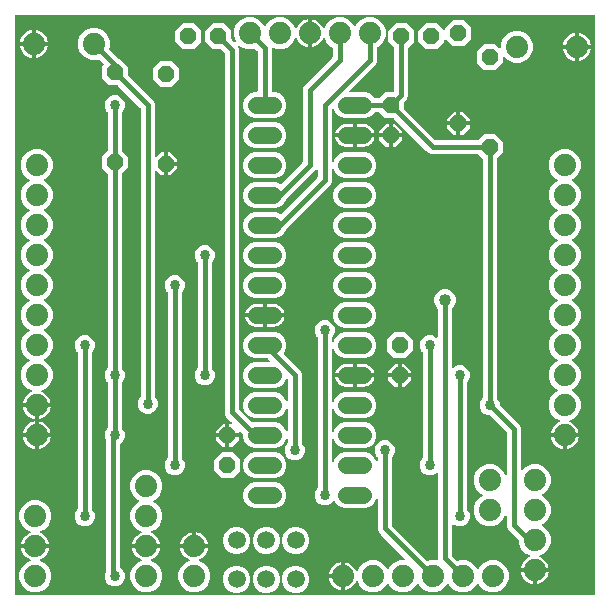
<source format=gbr>
G04 EAGLE Gerber RS-274X export*
G75*
%MOMM*%
%FSLAX34Y34*%
%LPD*%
%INBottom Copper*%
%IPPOS*%
%AMOC8*
5,1,8,0,0,1.08239X$1,22.5*%
G01*
%ADD10P,1.539592X8X112.500000*%
%ADD11P,1.539592X8X292.500000*%
%ADD12P,1.539592X8X22.500000*%
%ADD13P,1.539592X8X202.500000*%
%ADD14C,1.422400*%
%ADD15C,1.879600*%
%ADD16C,1.509600*%
%ADD17C,0.406400*%
%ADD18C,0.858000*%
%ADD19C,1.016000*%

G36*
X495194Y4068D02*
X495194Y4068D01*
X495213Y4066D01*
X495315Y4088D01*
X495417Y4104D01*
X495434Y4114D01*
X495454Y4118D01*
X495543Y4171D01*
X495634Y4220D01*
X495648Y4234D01*
X495665Y4244D01*
X495732Y4323D01*
X495804Y4398D01*
X495812Y4416D01*
X495825Y4431D01*
X495864Y4527D01*
X495907Y4621D01*
X495909Y4641D01*
X495917Y4659D01*
X495935Y4826D01*
X495935Y495174D01*
X495932Y495194D01*
X495934Y495213D01*
X495912Y495315D01*
X495896Y495417D01*
X495886Y495434D01*
X495882Y495454D01*
X495829Y495543D01*
X495780Y495634D01*
X495766Y495648D01*
X495756Y495665D01*
X495677Y495732D01*
X495602Y495804D01*
X495584Y495812D01*
X495569Y495825D01*
X495473Y495864D01*
X495379Y495907D01*
X495359Y495909D01*
X495341Y495917D01*
X495174Y495935D01*
X4826Y495935D01*
X4806Y495932D01*
X4787Y495934D01*
X4685Y495912D01*
X4583Y495896D01*
X4566Y495886D01*
X4546Y495882D01*
X4457Y495829D01*
X4366Y495780D01*
X4352Y495766D01*
X4335Y495756D01*
X4268Y495677D01*
X4196Y495602D01*
X4188Y495584D01*
X4175Y495569D01*
X4136Y495473D01*
X4093Y495379D01*
X4091Y495359D01*
X4083Y495341D01*
X4065Y495174D01*
X4065Y4826D01*
X4068Y4806D01*
X4066Y4787D01*
X4088Y4685D01*
X4104Y4583D01*
X4114Y4566D01*
X4118Y4546D01*
X4171Y4457D01*
X4220Y4366D01*
X4234Y4352D01*
X4244Y4335D01*
X4323Y4268D01*
X4398Y4196D01*
X4416Y4188D01*
X4431Y4175D01*
X4527Y4136D01*
X4621Y4093D01*
X4641Y4091D01*
X4659Y4083D01*
X4826Y4065D01*
X495174Y4065D01*
X495194Y4068D01*
G37*
%LPC*%
G36*
X444499Y25399D02*
X444499Y25399D01*
X444499Y26162D01*
X444497Y26173D01*
X444498Y26180D01*
X444497Y26188D01*
X444498Y26201D01*
X444476Y26303D01*
X444459Y26405D01*
X444450Y26422D01*
X444446Y26442D01*
X444393Y26531D01*
X444344Y26622D01*
X444330Y26636D01*
X444320Y26653D01*
X444241Y26720D01*
X444166Y26791D01*
X444148Y26800D01*
X444133Y26813D01*
X444037Y26852D01*
X443943Y26895D01*
X443923Y26897D01*
X443905Y26905D01*
X443738Y26923D01*
X432654Y26923D01*
X432855Y28196D01*
X433436Y29983D01*
X434289Y31657D01*
X435394Y33178D01*
X436722Y34506D01*
X438243Y35611D01*
X439917Y36464D01*
X440204Y36557D01*
X440294Y36604D01*
X440386Y36645D01*
X440402Y36660D01*
X440422Y36670D01*
X440493Y36743D01*
X440567Y36811D01*
X440578Y36831D01*
X440593Y36847D01*
X440637Y36938D01*
X440686Y37027D01*
X440690Y37049D01*
X440699Y37069D01*
X440712Y37169D01*
X440730Y37269D01*
X440726Y37291D01*
X440729Y37313D01*
X440709Y37412D01*
X440694Y37512D01*
X440684Y37532D01*
X440679Y37554D01*
X440628Y37641D01*
X440582Y37731D01*
X440566Y37747D01*
X440555Y37766D01*
X440479Y37833D01*
X440407Y37904D01*
X440383Y37917D01*
X440370Y37928D01*
X440340Y37940D01*
X440260Y37984D01*
X436874Y39387D01*
X433087Y43174D01*
X431037Y48122D01*
X431037Y50245D01*
X431023Y50335D01*
X431015Y50426D01*
X431003Y50456D01*
X430998Y50488D01*
X430955Y50569D01*
X430919Y50653D01*
X430893Y50685D01*
X430882Y50705D01*
X430859Y50728D01*
X430814Y50784D01*
X421551Y60046D01*
X420623Y62287D01*
X420623Y71531D01*
X420608Y71627D01*
X420598Y71724D01*
X420588Y71748D01*
X420584Y71774D01*
X420538Y71860D01*
X420498Y71949D01*
X420481Y71968D01*
X420468Y71991D01*
X420398Y72058D01*
X420332Y72130D01*
X420309Y72143D01*
X420290Y72161D01*
X420202Y72202D01*
X420116Y72249D01*
X420091Y72253D01*
X420067Y72264D01*
X419970Y72275D01*
X419874Y72292D01*
X419848Y72289D01*
X419823Y72291D01*
X419727Y72271D01*
X419631Y72257D01*
X419608Y72245D01*
X419582Y72239D01*
X419499Y72189D01*
X419412Y72145D01*
X419393Y72126D01*
X419371Y72113D01*
X419308Y72039D01*
X419240Y71969D01*
X419224Y71941D01*
X419211Y71926D01*
X419199Y71895D01*
X419159Y71823D01*
X417813Y68574D01*
X414026Y64787D01*
X409078Y62737D01*
X403722Y62737D01*
X398774Y64787D01*
X394987Y68574D01*
X392937Y73522D01*
X392937Y78878D01*
X394987Y83826D01*
X398774Y87613D01*
X400183Y88197D01*
X400244Y88234D01*
X400309Y88264D01*
X400348Y88299D01*
X400392Y88326D01*
X400438Y88382D01*
X400490Y88430D01*
X400515Y88476D01*
X400549Y88516D01*
X400574Y88583D01*
X400609Y88646D01*
X400618Y88697D01*
X400637Y88745D01*
X400640Y88817D01*
X400653Y88888D01*
X400645Y88939D01*
X400647Y88991D01*
X400627Y89060D01*
X400617Y89131D01*
X400593Y89177D01*
X400579Y89227D01*
X400538Y89286D01*
X400505Y89350D01*
X400468Y89387D01*
X400438Y89429D01*
X400381Y89472D01*
X400330Y89522D01*
X400267Y89557D01*
X400241Y89576D01*
X400219Y89583D01*
X400183Y89603D01*
X398774Y90187D01*
X394987Y93974D01*
X392937Y98922D01*
X392937Y104278D01*
X394987Y109226D01*
X398774Y113013D01*
X403722Y115063D01*
X409078Y115063D01*
X414026Y113013D01*
X417813Y109226D01*
X419159Y105977D01*
X419210Y105894D01*
X419256Y105809D01*
X419274Y105791D01*
X419288Y105768D01*
X419364Y105706D01*
X419434Y105639D01*
X419458Y105628D01*
X419478Y105612D01*
X419569Y105577D01*
X419657Y105536D01*
X419683Y105533D01*
X419707Y105523D01*
X419805Y105519D01*
X419901Y105509D01*
X419927Y105514D01*
X419953Y105513D01*
X420047Y105540D01*
X420142Y105561D01*
X420164Y105574D01*
X420189Y105582D01*
X420269Y105637D01*
X420353Y105687D01*
X420370Y105707D01*
X420391Y105722D01*
X420450Y105800D01*
X420513Y105874D01*
X420523Y105898D01*
X420538Y105919D01*
X420568Y106012D01*
X420605Y106102D01*
X420608Y106135D01*
X420614Y106153D01*
X420614Y106186D01*
X420623Y106269D01*
X420623Y141939D01*
X420609Y142029D01*
X420601Y142120D01*
X420589Y142150D01*
X420584Y142182D01*
X420541Y142263D01*
X420505Y142347D01*
X420479Y142379D01*
X420468Y142399D01*
X420445Y142422D01*
X420400Y142478D01*
X406356Y156522D01*
X406282Y156575D01*
X406212Y156635D01*
X406182Y156647D01*
X406156Y156666D01*
X406069Y156693D01*
X405984Y156727D01*
X405943Y156731D01*
X405921Y156738D01*
X405889Y156737D01*
X405817Y156745D01*
X404738Y156745D01*
X401667Y158017D01*
X399317Y160367D01*
X398045Y163438D01*
X398045Y166762D01*
X399317Y169833D01*
X400080Y170596D01*
X400133Y170670D01*
X400193Y170739D01*
X400205Y170769D01*
X400224Y170795D01*
X400251Y170882D01*
X400285Y170967D01*
X400289Y171008D01*
X400296Y171031D01*
X400295Y171063D01*
X400303Y171134D01*
X400303Y373515D01*
X400289Y373605D01*
X400281Y373696D01*
X400269Y373726D01*
X400264Y373758D01*
X400221Y373839D01*
X400185Y373922D01*
X400159Y373955D01*
X400148Y373975D01*
X400125Y373997D01*
X400080Y374053D01*
X396913Y377220D01*
X396840Y377273D01*
X396770Y377333D01*
X396740Y377345D01*
X396714Y377364D01*
X396627Y377391D01*
X396542Y377425D01*
X396501Y377429D01*
X396479Y377436D01*
X396446Y377435D01*
X396375Y377443D01*
X356927Y377443D01*
X354686Y378371D01*
X352864Y380194D01*
X325358Y407700D01*
X325284Y407753D01*
X325214Y407813D01*
X325184Y407825D01*
X325158Y407844D01*
X325071Y407871D01*
X324986Y407905D01*
X324945Y407909D01*
X324923Y407916D01*
X324891Y407915D01*
X324819Y407923D01*
X317950Y407923D01*
X313093Y412780D01*
X313019Y412833D01*
X312950Y412893D01*
X312920Y412905D01*
X312894Y412924D01*
X312807Y412951D01*
X312722Y412985D01*
X312681Y412989D01*
X312659Y412996D01*
X312626Y412995D01*
X312555Y413003D01*
X309237Y413003D01*
X309147Y412989D01*
X309056Y412981D01*
X309026Y412969D01*
X308994Y412964D01*
X308913Y412921D01*
X308830Y412885D01*
X308797Y412859D01*
X308777Y412848D01*
X308755Y412825D01*
X308699Y412780D01*
X305543Y409625D01*
X301435Y407923D01*
X282765Y407923D01*
X278657Y409625D01*
X275513Y412769D01*
X274261Y415790D01*
X274210Y415873D01*
X274164Y415959D01*
X274146Y415977D01*
X274132Y415999D01*
X274056Y416062D01*
X273986Y416129D01*
X273962Y416140D01*
X273942Y416156D01*
X273851Y416191D01*
X273763Y416232D01*
X273737Y416235D01*
X273713Y416244D01*
X273615Y416249D01*
X273519Y416259D01*
X273493Y416254D01*
X273467Y416255D01*
X273373Y416228D01*
X273278Y416207D01*
X273256Y416194D01*
X273231Y416186D01*
X273151Y416131D01*
X273067Y416081D01*
X273050Y416061D01*
X273029Y416046D01*
X272970Y415968D01*
X272907Y415894D01*
X272897Y415870D01*
X272882Y415849D01*
X272852Y415756D01*
X272815Y415666D01*
X272812Y415633D01*
X272806Y415615D01*
X272806Y415582D01*
X272797Y415499D01*
X272797Y371901D01*
X272812Y371805D01*
X272822Y371708D01*
X272832Y371684D01*
X272836Y371658D01*
X272882Y371572D01*
X272922Y371483D01*
X272939Y371464D01*
X272952Y371441D01*
X273022Y371374D01*
X273088Y371302D01*
X273111Y371289D01*
X273130Y371271D01*
X273218Y371230D01*
X273304Y371183D01*
X273329Y371179D01*
X273353Y371168D01*
X273450Y371157D01*
X273546Y371140D01*
X273572Y371144D01*
X273597Y371141D01*
X273693Y371161D01*
X273789Y371176D01*
X273812Y371187D01*
X273838Y371193D01*
X273921Y371243D01*
X274008Y371287D01*
X274027Y371306D01*
X274049Y371319D01*
X274112Y371393D01*
X274180Y371463D01*
X274196Y371491D01*
X274209Y371506D01*
X274221Y371537D01*
X274261Y371610D01*
X275513Y374631D01*
X278657Y377775D01*
X282765Y379477D01*
X301435Y379477D01*
X305543Y377775D01*
X308687Y374631D01*
X310389Y370523D01*
X310389Y366077D01*
X308687Y361969D01*
X305543Y358825D01*
X301435Y357123D01*
X282765Y357123D01*
X278657Y358825D01*
X275513Y361969D01*
X274261Y364990D01*
X274210Y365073D01*
X274164Y365159D01*
X274146Y365177D01*
X274132Y365199D01*
X274056Y365262D01*
X273986Y365329D01*
X273962Y365340D01*
X273942Y365356D01*
X273851Y365391D01*
X273763Y365432D01*
X273737Y365435D01*
X273713Y365444D01*
X273615Y365449D01*
X273519Y365459D01*
X273493Y365454D01*
X273467Y365455D01*
X273373Y365428D01*
X273278Y365407D01*
X273256Y365394D01*
X273231Y365386D01*
X273151Y365331D01*
X273067Y365281D01*
X273050Y365261D01*
X273029Y365246D01*
X272970Y365168D01*
X272907Y365094D01*
X272897Y365070D01*
X272882Y365049D01*
X272852Y364956D01*
X272815Y364866D01*
X272812Y364833D01*
X272806Y364815D01*
X272806Y364782D01*
X272797Y364699D01*
X272797Y354387D01*
X271869Y352146D01*
X233723Y314001D01*
X233685Y313948D01*
X233639Y313901D01*
X233599Y313828D01*
X233579Y313801D01*
X233574Y313783D01*
X233558Y313754D01*
X232487Y311169D01*
X229343Y308025D01*
X225235Y306323D01*
X206565Y306323D01*
X202457Y308025D01*
X199313Y311169D01*
X197611Y315277D01*
X197611Y319723D01*
X199313Y323831D01*
X202457Y326975D01*
X206565Y328677D01*
X225235Y328677D01*
X228951Y327138D01*
X229064Y327111D01*
X229178Y327082D01*
X229184Y327083D01*
X229190Y327081D01*
X229307Y327092D01*
X229423Y327102D01*
X229429Y327104D01*
X229435Y327105D01*
X229543Y327152D01*
X229650Y327198D01*
X229655Y327202D01*
X229660Y327205D01*
X229674Y327217D01*
X229781Y327303D01*
X260380Y357902D01*
X260433Y357976D01*
X260493Y358046D01*
X260505Y358076D01*
X260524Y358102D01*
X260551Y358189D01*
X260585Y358274D01*
X260589Y358315D01*
X260596Y358337D01*
X260595Y358369D01*
X260603Y358441D01*
X260603Y364483D01*
X260588Y364579D01*
X260578Y364676D01*
X260568Y364700D01*
X260564Y364726D01*
X260518Y364812D01*
X260478Y364901D01*
X260461Y364920D01*
X260448Y364943D01*
X260378Y365010D01*
X260312Y365082D01*
X260289Y365095D01*
X260270Y365113D01*
X260182Y365154D01*
X260096Y365201D01*
X260071Y365205D01*
X260047Y365216D01*
X259950Y365227D01*
X259854Y365244D01*
X259828Y365240D01*
X259803Y365243D01*
X259707Y365223D01*
X259611Y365208D01*
X259588Y365197D01*
X259562Y365191D01*
X259478Y365141D01*
X259392Y365097D01*
X259373Y365078D01*
X259351Y365065D01*
X259288Y364991D01*
X259219Y364921D01*
X259204Y364893D01*
X259191Y364878D01*
X259185Y364863D01*
X233723Y339401D01*
X233685Y339348D01*
X233639Y339301D01*
X233599Y339228D01*
X233579Y339201D01*
X233574Y339183D01*
X233558Y339154D01*
X232487Y336569D01*
X229343Y333425D01*
X225235Y331723D01*
X206565Y331723D01*
X202457Y333425D01*
X199313Y336569D01*
X197611Y340677D01*
X197611Y345123D01*
X199313Y349231D01*
X202457Y352375D01*
X206565Y354077D01*
X225235Y354077D01*
X228951Y352538D01*
X229064Y352511D01*
X229178Y352482D01*
X229184Y352483D01*
X229190Y352481D01*
X229307Y352492D01*
X229423Y352502D01*
X229429Y352504D01*
X229435Y352505D01*
X229543Y352552D01*
X229650Y352598D01*
X229655Y352602D01*
X229660Y352605D01*
X229674Y352617D01*
X229781Y352703D01*
X247680Y370602D01*
X247733Y370676D01*
X247793Y370746D01*
X247805Y370776D01*
X247824Y370802D01*
X247851Y370889D01*
X247885Y370974D01*
X247889Y371015D01*
X247896Y371037D01*
X247895Y371069D01*
X247903Y371141D01*
X247903Y433013D01*
X248831Y435254D01*
X273080Y459502D01*
X273133Y459576D01*
X273193Y459646D01*
X273205Y459676D01*
X273224Y459702D01*
X273251Y459789D01*
X273271Y459839D01*
X273275Y459848D01*
X273275Y459851D01*
X273285Y459874D01*
X273289Y459915D01*
X273296Y459937D01*
X273295Y459969D01*
X273303Y460041D01*
X273303Y467505D01*
X273284Y467619D01*
X273267Y467736D01*
X273265Y467741D01*
X273264Y467748D01*
X273209Y467850D01*
X273156Y467955D01*
X273151Y467959D01*
X273148Y467965D01*
X273064Y468045D01*
X272980Y468127D01*
X272974Y468131D01*
X272970Y468134D01*
X272953Y468142D01*
X272833Y468208D01*
X271774Y468647D01*
X267987Y472434D01*
X266584Y475820D01*
X266531Y475906D01*
X266483Y475995D01*
X266466Y476010D01*
X266455Y476029D01*
X266377Y476093D01*
X266303Y476162D01*
X266282Y476171D01*
X266265Y476186D01*
X266171Y476222D01*
X266078Y476264D01*
X266056Y476266D01*
X266036Y476274D01*
X265935Y476278D01*
X265834Y476288D01*
X265812Y476283D01*
X265790Y476284D01*
X265693Y476256D01*
X265594Y476233D01*
X265575Y476222D01*
X265554Y476216D01*
X265471Y476158D01*
X265384Y476105D01*
X265370Y476088D01*
X265352Y476075D01*
X265291Y475994D01*
X265226Y475916D01*
X265215Y475892D01*
X265205Y475878D01*
X265195Y475847D01*
X265157Y475764D01*
X265064Y475477D01*
X264211Y473803D01*
X263106Y472282D01*
X261778Y470954D01*
X260257Y469849D01*
X258583Y468996D01*
X256796Y468415D01*
X255523Y468214D01*
X255523Y479298D01*
X255520Y479318D01*
X255522Y479337D01*
X255500Y479439D01*
X255483Y479541D01*
X255474Y479558D01*
X255470Y479578D01*
X255417Y479667D01*
X255368Y479758D01*
X255354Y479772D01*
X255344Y479789D01*
X255265Y479856D01*
X255190Y479927D01*
X255172Y479936D01*
X255157Y479949D01*
X255061Y479987D01*
X254967Y480031D01*
X254947Y480033D01*
X254929Y480041D01*
X254762Y480059D01*
X253238Y480059D01*
X253218Y480056D01*
X253199Y480058D01*
X253097Y480036D01*
X252995Y480019D01*
X252978Y480010D01*
X252958Y480006D01*
X252869Y479953D01*
X252778Y479904D01*
X252764Y479890D01*
X252747Y479880D01*
X252680Y479801D01*
X252609Y479726D01*
X252600Y479708D01*
X252587Y479693D01*
X252548Y479597D01*
X252505Y479503D01*
X252503Y479483D01*
X252495Y479465D01*
X252477Y479298D01*
X252477Y468214D01*
X251204Y468415D01*
X249417Y468996D01*
X247743Y469849D01*
X246222Y470954D01*
X244894Y472282D01*
X243789Y473803D01*
X242936Y475477D01*
X242843Y475764D01*
X242796Y475854D01*
X242755Y475946D01*
X242740Y475962D01*
X242730Y475982D01*
X242657Y476053D01*
X242589Y476127D01*
X242569Y476138D01*
X242553Y476153D01*
X242462Y476197D01*
X242373Y476246D01*
X242351Y476250D01*
X242331Y476259D01*
X242231Y476272D01*
X242131Y476290D01*
X242109Y476286D01*
X242087Y476289D01*
X241988Y476269D01*
X241888Y476254D01*
X241868Y476244D01*
X241846Y476239D01*
X241759Y476188D01*
X241669Y476142D01*
X241653Y476126D01*
X241634Y476115D01*
X241567Y476039D01*
X241496Y475967D01*
X241483Y475943D01*
X241472Y475930D01*
X241460Y475900D01*
X241416Y475820D01*
X240013Y472434D01*
X236226Y468647D01*
X231278Y466597D01*
X225922Y466597D01*
X223049Y467787D01*
X223005Y467798D01*
X222963Y467817D01*
X222886Y467826D01*
X222810Y467843D01*
X222764Y467839D01*
X222719Y467844D01*
X222642Y467828D01*
X222565Y467820D01*
X222523Y467802D01*
X222478Y467792D01*
X222411Y467752D01*
X222340Y467720D01*
X222306Y467689D01*
X222267Y467666D01*
X222216Y467607D01*
X222159Y467554D01*
X222137Y467514D01*
X222107Y467479D01*
X222078Y467407D01*
X222041Y467338D01*
X222032Y467293D01*
X222015Y467251D01*
X222000Y467115D01*
X221997Y467096D01*
X221998Y467091D01*
X221997Y467084D01*
X221997Y431038D01*
X222000Y431018D01*
X221998Y430999D01*
X222020Y430897D01*
X222036Y430795D01*
X222046Y430778D01*
X222050Y430758D01*
X222103Y430669D01*
X222152Y430578D01*
X222166Y430564D01*
X222176Y430547D01*
X222255Y430480D01*
X222330Y430408D01*
X222348Y430400D01*
X222363Y430387D01*
X222459Y430348D01*
X222553Y430305D01*
X222573Y430303D01*
X222591Y430295D01*
X222758Y430277D01*
X225235Y430277D01*
X229343Y428575D01*
X232487Y425431D01*
X234189Y421323D01*
X234189Y416877D01*
X232487Y412769D01*
X229343Y409625D01*
X225235Y407923D01*
X206565Y407923D01*
X202457Y409625D01*
X199313Y412769D01*
X197611Y416877D01*
X197611Y421323D01*
X199313Y425431D01*
X202457Y428575D01*
X206565Y430277D01*
X209042Y430277D01*
X209062Y430280D01*
X209081Y430278D01*
X209183Y430300D01*
X209285Y430316D01*
X209302Y430326D01*
X209322Y430330D01*
X209411Y430383D01*
X209502Y430432D01*
X209516Y430446D01*
X209533Y430456D01*
X209600Y430535D01*
X209672Y430610D01*
X209680Y430628D01*
X209693Y430643D01*
X209732Y430739D01*
X209775Y430833D01*
X209777Y430853D01*
X209785Y430871D01*
X209803Y431038D01*
X209803Y464519D01*
X209789Y464609D01*
X209781Y464700D01*
X209769Y464730D01*
X209764Y464762D01*
X209721Y464843D01*
X209685Y464927D01*
X209659Y464959D01*
X209648Y464979D01*
X209625Y465002D01*
X209580Y465058D01*
X207767Y466871D01*
X207672Y466940D01*
X207578Y467009D01*
X207572Y467011D01*
X207567Y467015D01*
X207455Y467049D01*
X207344Y467085D01*
X207338Y467085D01*
X207332Y467087D01*
X207215Y467084D01*
X207098Y467083D01*
X207091Y467081D01*
X207086Y467081D01*
X207069Y467074D01*
X206937Y467036D01*
X205878Y466597D01*
X200522Y466597D01*
X195574Y468647D01*
X194740Y469481D01*
X194660Y469538D01*
X194585Y469600D01*
X194561Y469610D01*
X194540Y469625D01*
X194447Y469653D01*
X194356Y469688D01*
X194330Y469689D01*
X194305Y469697D01*
X194207Y469695D01*
X194110Y469699D01*
X194085Y469692D01*
X194059Y469691D01*
X193967Y469657D01*
X193874Y469630D01*
X193852Y469615D01*
X193828Y469606D01*
X193752Y469545D01*
X193672Y469490D01*
X193656Y469469D01*
X193636Y469453D01*
X193583Y469371D01*
X193525Y469293D01*
X193517Y469268D01*
X193503Y469246D01*
X193479Y469151D01*
X193449Y469059D01*
X193449Y469033D01*
X193443Y469007D01*
X193450Y468910D01*
X193451Y468813D01*
X193460Y468781D01*
X193462Y468762D01*
X193475Y468732D01*
X193498Y468652D01*
X194057Y467303D01*
X194057Y161873D01*
X194071Y161783D01*
X194079Y161692D01*
X194091Y161662D01*
X194096Y161630D01*
X194139Y161549D01*
X194175Y161465D01*
X194201Y161433D01*
X194212Y161413D01*
X194235Y161390D01*
X194280Y161334D01*
X204913Y150701D01*
X205008Y150633D01*
X205102Y150563D01*
X205108Y150561D01*
X205113Y150558D01*
X205224Y150523D01*
X205335Y150487D01*
X205342Y150487D01*
X205348Y150485D01*
X205465Y150488D01*
X205581Y150489D01*
X205589Y150491D01*
X205594Y150492D01*
X205611Y150498D01*
X205743Y150536D01*
X206565Y150877D01*
X225235Y150877D01*
X229343Y149175D01*
X232487Y146031D01*
X233739Y143010D01*
X233790Y142927D01*
X233836Y142841D01*
X233854Y142823D01*
X233868Y142801D01*
X233944Y142738D01*
X234014Y142671D01*
X234038Y142660D01*
X234058Y142644D01*
X234149Y142609D01*
X234237Y142568D01*
X234263Y142565D01*
X234287Y142556D01*
X234385Y142551D01*
X234481Y142541D01*
X234507Y142546D01*
X234533Y142545D01*
X234627Y142572D01*
X234722Y142593D01*
X234744Y142606D01*
X234769Y142614D01*
X234849Y142669D01*
X234933Y142719D01*
X234950Y142739D01*
X234971Y142754D01*
X235030Y142832D01*
X235093Y142906D01*
X235103Y142930D01*
X235118Y142951D01*
X235148Y143044D01*
X235185Y143134D01*
X235188Y143167D01*
X235194Y143185D01*
X235194Y143218D01*
X235203Y143301D01*
X235203Y161499D01*
X235188Y161595D01*
X235178Y161692D01*
X235168Y161716D01*
X235164Y161742D01*
X235118Y161828D01*
X235078Y161917D01*
X235061Y161936D01*
X235048Y161959D01*
X234978Y162026D01*
X234912Y162098D01*
X234889Y162111D01*
X234870Y162129D01*
X234782Y162170D01*
X234696Y162217D01*
X234671Y162221D01*
X234647Y162232D01*
X234550Y162243D01*
X234454Y162260D01*
X234428Y162256D01*
X234403Y162259D01*
X234307Y162239D01*
X234211Y162224D01*
X234188Y162213D01*
X234162Y162207D01*
X234079Y162157D01*
X233992Y162113D01*
X233973Y162094D01*
X233951Y162081D01*
X233888Y162007D01*
X233820Y161937D01*
X233804Y161909D01*
X233791Y161894D01*
X233779Y161863D01*
X233739Y161790D01*
X232487Y158769D01*
X229343Y155625D01*
X225235Y153923D01*
X206565Y153923D01*
X202457Y155625D01*
X199313Y158769D01*
X197611Y162877D01*
X197611Y167323D01*
X199313Y171431D01*
X202457Y174575D01*
X206565Y176277D01*
X225235Y176277D01*
X229343Y174575D01*
X232487Y171431D01*
X233739Y168410D01*
X233790Y168327D01*
X233836Y168241D01*
X233854Y168223D01*
X233868Y168201D01*
X233944Y168138D01*
X234014Y168071D01*
X234038Y168060D01*
X234058Y168044D01*
X234149Y168009D01*
X234237Y167968D01*
X234263Y167965D01*
X234287Y167956D01*
X234385Y167951D01*
X234481Y167941D01*
X234507Y167946D01*
X234533Y167945D01*
X234627Y167972D01*
X234722Y167993D01*
X234744Y168006D01*
X234769Y168014D01*
X234849Y168069D01*
X234933Y168119D01*
X234950Y168139D01*
X234971Y168154D01*
X235030Y168232D01*
X235093Y168306D01*
X235103Y168330D01*
X235118Y168351D01*
X235148Y168444D01*
X235185Y168534D01*
X235188Y168567D01*
X235194Y168585D01*
X235194Y168618D01*
X235203Y168701D01*
X235203Y186899D01*
X235188Y186995D01*
X235178Y187092D01*
X235168Y187116D01*
X235164Y187142D01*
X235118Y187228D01*
X235078Y187317D01*
X235061Y187336D01*
X235048Y187359D01*
X234978Y187426D01*
X234912Y187498D01*
X234889Y187511D01*
X234870Y187529D01*
X234782Y187570D01*
X234696Y187617D01*
X234671Y187621D01*
X234647Y187632D01*
X234550Y187643D01*
X234454Y187660D01*
X234428Y187656D01*
X234403Y187659D01*
X234307Y187639D01*
X234211Y187624D01*
X234188Y187613D01*
X234162Y187607D01*
X234079Y187557D01*
X233992Y187513D01*
X233973Y187494D01*
X233951Y187481D01*
X233888Y187407D01*
X233820Y187337D01*
X233804Y187309D01*
X233791Y187294D01*
X233779Y187263D01*
X233739Y187190D01*
X232487Y184169D01*
X229343Y181025D01*
X225235Y179323D01*
X206565Y179323D01*
X202457Y181025D01*
X199313Y184169D01*
X197611Y188277D01*
X197611Y192723D01*
X199313Y196831D01*
X202457Y199975D01*
X206565Y201677D01*
X219663Y201677D01*
X219734Y201688D01*
X219806Y201690D01*
X219855Y201708D01*
X219906Y201716D01*
X219969Y201750D01*
X220037Y201775D01*
X220077Y201807D01*
X220124Y201832D01*
X220173Y201884D01*
X220229Y201928D01*
X220257Y201972D01*
X220293Y202010D01*
X220323Y202075D01*
X220362Y202135D01*
X220375Y202186D01*
X220397Y202233D01*
X220404Y202304D01*
X220422Y202374D01*
X220418Y202426D01*
X220424Y202477D01*
X220408Y202548D01*
X220403Y202619D01*
X220382Y202667D01*
X220371Y202718D01*
X220335Y202779D01*
X220306Y202845D01*
X220262Y202901D01*
X220245Y202929D01*
X220227Y202944D01*
X220202Y202976D01*
X218678Y204500D01*
X218604Y204553D01*
X218534Y204613D01*
X218504Y204625D01*
X218478Y204644D01*
X218391Y204671D01*
X218306Y204705D01*
X218265Y204709D01*
X218243Y204716D01*
X218211Y204715D01*
X218139Y204723D01*
X206565Y204723D01*
X202457Y206425D01*
X199313Y209569D01*
X197611Y213677D01*
X197611Y218123D01*
X199313Y222231D01*
X202457Y225375D01*
X206565Y227077D01*
X225235Y227077D01*
X229343Y225375D01*
X232487Y222231D01*
X234189Y218123D01*
X234189Y213677D01*
X232487Y209569D01*
X232208Y209290D01*
X232197Y209274D01*
X232181Y209262D01*
X232125Y209174D01*
X232065Y209090D01*
X232059Y209071D01*
X232048Y209055D01*
X232023Y208954D01*
X231993Y208855D01*
X231993Y208835D01*
X231988Y208816D01*
X231996Y208713D01*
X231999Y208609D01*
X232006Y208591D01*
X232007Y208571D01*
X232048Y208476D01*
X232083Y208378D01*
X232096Y208363D01*
X232104Y208345D01*
X232208Y208214D01*
X246469Y193954D01*
X247397Y191713D01*
X247397Y133034D01*
X247411Y132944D01*
X247419Y132853D01*
X247431Y132823D01*
X247436Y132791D01*
X247479Y132711D01*
X247515Y132627D01*
X247541Y132595D01*
X247552Y132574D01*
X247575Y132552D01*
X247620Y132496D01*
X248383Y131733D01*
X249655Y128662D01*
X249655Y125338D01*
X248383Y122267D01*
X246033Y119917D01*
X242962Y118645D01*
X239638Y118645D01*
X236567Y119917D01*
X234217Y122267D01*
X232945Y125338D01*
X232945Y128662D01*
X234217Y131733D01*
X234980Y132496D01*
X235033Y132570D01*
X235093Y132639D01*
X235105Y132669D01*
X235124Y132695D01*
X235151Y132782D01*
X235185Y132867D01*
X235189Y132908D01*
X235196Y132931D01*
X235195Y132963D01*
X235203Y133034D01*
X235203Y136099D01*
X235188Y136195D01*
X235178Y136292D01*
X235168Y136316D01*
X235164Y136342D01*
X235118Y136428D01*
X235078Y136517D01*
X235061Y136536D01*
X235048Y136559D01*
X234978Y136626D01*
X234912Y136698D01*
X234889Y136711D01*
X234870Y136729D01*
X234782Y136770D01*
X234696Y136817D01*
X234671Y136821D01*
X234647Y136832D01*
X234550Y136843D01*
X234454Y136860D01*
X234428Y136856D01*
X234403Y136859D01*
X234307Y136839D01*
X234211Y136824D01*
X234188Y136813D01*
X234162Y136807D01*
X234079Y136757D01*
X233992Y136713D01*
X233973Y136694D01*
X233951Y136681D01*
X233888Y136607D01*
X233820Y136537D01*
X233804Y136509D01*
X233791Y136494D01*
X233779Y136463D01*
X233739Y136390D01*
X232487Y133369D01*
X229343Y130225D01*
X225235Y128523D01*
X206565Y128523D01*
X202457Y130225D01*
X199313Y133369D01*
X197611Y137477D01*
X197611Y140443D01*
X197597Y140533D01*
X197589Y140624D01*
X197577Y140654D01*
X197572Y140686D01*
X197529Y140767D01*
X197493Y140851D01*
X197467Y140883D01*
X197456Y140903D01*
X197433Y140926D01*
X197388Y140982D01*
X195102Y143268D01*
X195044Y143310D01*
X194992Y143359D01*
X194945Y143381D01*
X194902Y143411D01*
X194834Y143432D01*
X194769Y143463D01*
X194717Y143468D01*
X194667Y143484D01*
X194596Y143482D01*
X194524Y143490D01*
X194474Y143479D01*
X194422Y143477D01*
X194354Y143453D01*
X194284Y143437D01*
X194239Y143411D01*
X194191Y143393D01*
X194134Y143348D01*
X194073Y143311D01*
X194039Y143272D01*
X193998Y143239D01*
X193960Y143179D01*
X193913Y143124D01*
X193894Y143076D01*
X193865Y143032D01*
X193848Y142963D01*
X193821Y142896D01*
X193813Y142825D01*
X193805Y142794D01*
X193807Y142770D01*
X193803Y142729D01*
X193803Y141223D01*
X185673Y141223D01*
X185673Y149353D01*
X187179Y149353D01*
X187250Y149364D01*
X187322Y149366D01*
X187371Y149384D01*
X187422Y149392D01*
X187485Y149426D01*
X187553Y149451D01*
X187594Y149483D01*
X187640Y149508D01*
X187689Y149559D01*
X187745Y149604D01*
X187773Y149648D01*
X187809Y149686D01*
X187839Y149751D01*
X187878Y149811D01*
X187891Y149862D01*
X187913Y149909D01*
X187920Y149980D01*
X187938Y150050D01*
X187934Y150102D01*
X187940Y150153D01*
X187924Y150224D01*
X187919Y150295D01*
X187898Y150343D01*
X187887Y150394D01*
X187851Y150455D01*
X187822Y150521D01*
X187778Y150577D01*
X187761Y150605D01*
X187743Y150620D01*
X187718Y150652D01*
X184614Y153756D01*
X184613Y153756D01*
X182791Y155578D01*
X181863Y157819D01*
X181863Y463249D01*
X181849Y463339D01*
X181841Y463430D01*
X181829Y463460D01*
X181824Y463492D01*
X181781Y463573D01*
X181745Y463657D01*
X181719Y463689D01*
X181708Y463709D01*
X181685Y463732D01*
X181640Y463788D01*
X179308Y466120D01*
X179234Y466173D01*
X179164Y466233D01*
X179134Y466245D01*
X179108Y466264D01*
X179021Y466291D01*
X178936Y466325D01*
X178895Y466329D01*
X178873Y466336D01*
X178841Y466335D01*
X178769Y466343D01*
X171900Y466343D01*
X165353Y472890D01*
X165353Y482150D01*
X171900Y488697D01*
X181160Y488697D01*
X187707Y482150D01*
X187707Y475281D01*
X187711Y475252D01*
X187710Y475239D01*
X187722Y475183D01*
X187729Y475100D01*
X187741Y475070D01*
X187746Y475038D01*
X187759Y475015D01*
X187762Y474999D01*
X187795Y474944D01*
X187825Y474873D01*
X187851Y474841D01*
X187862Y474821D01*
X187878Y474805D01*
X187888Y474788D01*
X187905Y474774D01*
X187930Y474742D01*
X190176Y472496D01*
X190255Y472439D01*
X190330Y472377D01*
X190354Y472368D01*
X190376Y472353D01*
X190469Y472324D01*
X190560Y472289D01*
X190586Y472288D01*
X190611Y472280D01*
X190708Y472283D01*
X190805Y472279D01*
X190830Y472286D01*
X190857Y472287D01*
X190948Y472320D01*
X191042Y472347D01*
X191063Y472362D01*
X191088Y472371D01*
X191164Y472432D01*
X191244Y472487D01*
X191259Y472508D01*
X191280Y472525D01*
X191332Y472607D01*
X191390Y472685D01*
X191398Y472710D01*
X191413Y472732D01*
X191436Y472826D01*
X191467Y472919D01*
X191466Y472945D01*
X191473Y472970D01*
X191465Y473067D01*
X191464Y473165D01*
X191455Y473196D01*
X191454Y473215D01*
X191441Y473246D01*
X191417Y473326D01*
X189737Y477382D01*
X189737Y482738D01*
X191787Y487686D01*
X195574Y491473D01*
X200522Y493523D01*
X205878Y493523D01*
X210826Y491473D01*
X214613Y487686D01*
X215197Y486277D01*
X215235Y486216D01*
X215264Y486151D01*
X215299Y486112D01*
X215326Y486068D01*
X215382Y486022D01*
X215430Y485970D01*
X215476Y485945D01*
X215516Y485911D01*
X215583Y485886D01*
X215646Y485851D01*
X215697Y485842D01*
X215745Y485823D01*
X215817Y485820D01*
X215888Y485807D01*
X215939Y485815D01*
X215991Y485813D01*
X216060Y485833D01*
X216131Y485843D01*
X216177Y485867D01*
X216227Y485881D01*
X216286Y485922D01*
X216350Y485955D01*
X216387Y485992D01*
X216429Y486022D01*
X216472Y486079D01*
X216522Y486130D01*
X216557Y486193D01*
X216576Y486219D01*
X216583Y486241D01*
X216603Y486277D01*
X217187Y487686D01*
X220974Y491473D01*
X225922Y493523D01*
X231278Y493523D01*
X236226Y491473D01*
X240013Y487686D01*
X241416Y484300D01*
X241469Y484214D01*
X241517Y484125D01*
X241534Y484110D01*
X241545Y484091D01*
X241623Y484027D01*
X241697Y483958D01*
X241718Y483949D01*
X241735Y483934D01*
X241829Y483898D01*
X241922Y483856D01*
X241944Y483854D01*
X241964Y483846D01*
X242065Y483842D01*
X242166Y483832D01*
X242188Y483837D01*
X242210Y483836D01*
X242307Y483864D01*
X242406Y483887D01*
X242425Y483898D01*
X242446Y483904D01*
X242529Y483962D01*
X242616Y484015D01*
X242630Y484032D01*
X242648Y484045D01*
X242709Y484126D01*
X242774Y484204D01*
X242785Y484228D01*
X242795Y484242D01*
X242805Y484273D01*
X242843Y484356D01*
X242936Y484643D01*
X243789Y486317D01*
X244894Y487838D01*
X246222Y489166D01*
X247743Y490271D01*
X249417Y491124D01*
X251204Y491705D01*
X252477Y491906D01*
X252477Y480822D01*
X252480Y480802D01*
X252478Y480783D01*
X252500Y480681D01*
X252517Y480579D01*
X252526Y480562D01*
X252530Y480542D01*
X252583Y480453D01*
X252632Y480362D01*
X252646Y480348D01*
X252656Y480331D01*
X252735Y480264D01*
X252810Y480193D01*
X252828Y480184D01*
X252843Y480171D01*
X252939Y480133D01*
X253033Y480089D01*
X253053Y480087D01*
X253071Y480079D01*
X253238Y480061D01*
X254762Y480061D01*
X254782Y480064D01*
X254801Y480062D01*
X254903Y480084D01*
X255005Y480101D01*
X255022Y480110D01*
X255042Y480114D01*
X255131Y480167D01*
X255222Y480216D01*
X255236Y480230D01*
X255253Y480240D01*
X255320Y480319D01*
X255391Y480394D01*
X255400Y480412D01*
X255413Y480427D01*
X255452Y480523D01*
X255495Y480617D01*
X255497Y480637D01*
X255505Y480655D01*
X255523Y480822D01*
X255523Y491906D01*
X256796Y491705D01*
X258583Y491124D01*
X260257Y490271D01*
X261778Y489166D01*
X263106Y487838D01*
X264211Y486317D01*
X265064Y484643D01*
X265157Y484356D01*
X265204Y484266D01*
X265245Y484174D01*
X265260Y484158D01*
X265270Y484138D01*
X265343Y484067D01*
X265411Y483993D01*
X265431Y483982D01*
X265447Y483967D01*
X265538Y483923D01*
X265627Y483874D01*
X265649Y483870D01*
X265669Y483861D01*
X265769Y483848D01*
X265869Y483830D01*
X265891Y483834D01*
X265913Y483831D01*
X266012Y483851D01*
X266112Y483866D01*
X266132Y483876D01*
X266154Y483881D01*
X266241Y483932D01*
X266331Y483978D01*
X266347Y483994D01*
X266366Y484005D01*
X266433Y484081D01*
X266504Y484153D01*
X266517Y484177D01*
X266528Y484190D01*
X266540Y484220D01*
X266584Y484300D01*
X267987Y487686D01*
X271774Y491473D01*
X276722Y493523D01*
X282078Y493523D01*
X287026Y491473D01*
X290813Y487686D01*
X291397Y486277D01*
X291435Y486216D01*
X291464Y486151D01*
X291499Y486112D01*
X291526Y486068D01*
X291582Y486022D01*
X291630Y485970D01*
X291676Y485945D01*
X291716Y485911D01*
X291783Y485886D01*
X291846Y485851D01*
X291897Y485842D01*
X291945Y485823D01*
X292017Y485820D01*
X292088Y485807D01*
X292139Y485815D01*
X292191Y485813D01*
X292260Y485833D01*
X292331Y485843D01*
X292377Y485867D01*
X292427Y485881D01*
X292486Y485922D01*
X292550Y485955D01*
X292587Y485992D01*
X292629Y486022D01*
X292672Y486079D01*
X292722Y486130D01*
X292757Y486193D01*
X292776Y486219D01*
X292783Y486241D01*
X292803Y486277D01*
X293387Y487686D01*
X297174Y491473D01*
X302122Y493523D01*
X307478Y493523D01*
X312426Y491473D01*
X316213Y487686D01*
X318263Y482738D01*
X318263Y477382D01*
X316213Y472434D01*
X312426Y468647D01*
X311367Y468208D01*
X311267Y468146D01*
X311167Y468087D01*
X311163Y468082D01*
X311158Y468078D01*
X311083Y467988D01*
X311007Y467900D01*
X311005Y467894D01*
X311001Y467889D01*
X310959Y467781D01*
X310915Y467671D01*
X310914Y467664D01*
X310913Y467659D01*
X310912Y467641D01*
X310897Y467505D01*
X310897Y455987D01*
X309969Y453746D01*
X287798Y431576D01*
X287757Y431518D01*
X287707Y431466D01*
X287685Y431419D01*
X287655Y431377D01*
X287634Y431308D01*
X287603Y431243D01*
X287598Y431191D01*
X287582Y431141D01*
X287584Y431070D01*
X287576Y430999D01*
X287587Y430948D01*
X287589Y430896D01*
X287613Y430828D01*
X287629Y430758D01*
X287655Y430713D01*
X287673Y430665D01*
X287718Y430609D01*
X287755Y430547D01*
X287794Y430513D01*
X287827Y430473D01*
X287887Y430434D01*
X287942Y430387D01*
X287990Y430368D01*
X288034Y430340D01*
X288103Y430322D01*
X288170Y430295D01*
X288241Y430287D01*
X288272Y430279D01*
X288296Y430281D01*
X288337Y430277D01*
X301435Y430277D01*
X305543Y428575D01*
X308699Y425420D01*
X308773Y425367D01*
X308842Y425307D01*
X308872Y425295D01*
X308898Y425276D01*
X308985Y425249D01*
X309070Y425215D01*
X309111Y425211D01*
X309133Y425204D01*
X309166Y425205D01*
X309237Y425197D01*
X312555Y425197D01*
X312645Y425211D01*
X312736Y425219D01*
X312766Y425231D01*
X312798Y425236D01*
X312879Y425279D01*
X312962Y425315D01*
X312995Y425341D01*
X313015Y425352D01*
X313037Y425375D01*
X313093Y425420D01*
X317950Y430277D01*
X324612Y430277D01*
X324632Y430280D01*
X324651Y430278D01*
X324753Y430300D01*
X324855Y430316D01*
X324872Y430326D01*
X324892Y430330D01*
X324981Y430383D01*
X325072Y430432D01*
X325086Y430446D01*
X325103Y430456D01*
X325170Y430535D01*
X325242Y430610D01*
X325250Y430628D01*
X325263Y430643D01*
X325302Y430739D01*
X325345Y430833D01*
X325347Y430853D01*
X325355Y430871D01*
X325373Y431038D01*
X325373Y467495D01*
X325359Y467585D01*
X325351Y467676D01*
X325339Y467706D01*
X325334Y467738D01*
X325291Y467819D01*
X325255Y467902D01*
X325229Y467935D01*
X325218Y467955D01*
X325195Y467977D01*
X325150Y468033D01*
X320293Y472890D01*
X320293Y482150D01*
X326840Y488697D01*
X336100Y488697D01*
X342647Y482150D01*
X342647Y472890D01*
X337790Y468033D01*
X337737Y467959D01*
X337677Y467890D01*
X337665Y467860D01*
X337646Y467834D01*
X337619Y467747D01*
X337585Y467662D01*
X337581Y467621D01*
X337574Y467599D01*
X337575Y467566D01*
X337567Y467495D01*
X337567Y426777D01*
X336639Y424536D01*
X333980Y421878D01*
X333927Y421804D01*
X333867Y421734D01*
X333855Y421704D01*
X333836Y421678D01*
X333809Y421591D01*
X333775Y421506D01*
X333771Y421465D01*
X333764Y421443D01*
X333765Y421411D01*
X333757Y421339D01*
X333757Y416861D01*
X333771Y416771D01*
X333779Y416680D01*
X333791Y416650D01*
X333796Y416618D01*
X333839Y416537D01*
X333875Y416453D01*
X333901Y416421D01*
X333912Y416401D01*
X333935Y416378D01*
X333980Y416322D01*
X360442Y389860D01*
X360516Y389807D01*
X360586Y389747D01*
X360616Y389735D01*
X360642Y389716D01*
X360729Y389689D01*
X360814Y389655D01*
X360855Y389651D01*
X360877Y389644D01*
X360909Y389645D01*
X360981Y389637D01*
X396375Y389637D01*
X396465Y389651D01*
X396556Y389659D01*
X396586Y389671D01*
X396618Y389676D01*
X396699Y389719D01*
X396782Y389755D01*
X396815Y389781D01*
X396835Y389792D01*
X396857Y389815D01*
X396913Y389860D01*
X401770Y394717D01*
X411030Y394717D01*
X417577Y388170D01*
X417577Y378910D01*
X412720Y374053D01*
X412667Y373979D01*
X412607Y373910D01*
X412595Y373880D01*
X412576Y373854D01*
X412549Y373767D01*
X412515Y373682D01*
X412511Y373641D01*
X412504Y373619D01*
X412505Y373586D01*
X412497Y373515D01*
X412497Y171134D01*
X412511Y171044D01*
X412519Y170953D01*
X412531Y170923D01*
X412536Y170891D01*
X412579Y170811D01*
X412615Y170727D01*
X412641Y170695D01*
X412652Y170674D01*
X412675Y170652D01*
X412720Y170596D01*
X413483Y169833D01*
X414755Y166762D01*
X414755Y165683D01*
X414769Y165593D01*
X414777Y165502D01*
X414789Y165472D01*
X414794Y165440D01*
X414837Y165359D01*
X414873Y165275D01*
X414899Y165243D01*
X414910Y165223D01*
X414933Y165200D01*
X414978Y165144D01*
X431889Y148234D01*
X432817Y145993D01*
X432817Y110794D01*
X432828Y110723D01*
X432830Y110651D01*
X432848Y110602D01*
X432856Y110551D01*
X432890Y110488D01*
X432915Y110420D01*
X432947Y110380D01*
X432972Y110334D01*
X433024Y110284D01*
X433068Y110228D01*
X433112Y110200D01*
X433150Y110164D01*
X433215Y110134D01*
X433275Y110095D01*
X433326Y110083D01*
X433373Y110061D01*
X433444Y110053D01*
X433514Y110035D01*
X433566Y110039D01*
X433617Y110033D01*
X433688Y110049D01*
X433759Y110054D01*
X433807Y110075D01*
X433858Y110086D01*
X433919Y110123D01*
X433985Y110151D01*
X434041Y110195D01*
X434069Y110212D01*
X434084Y110230D01*
X434116Y110255D01*
X436874Y113013D01*
X441822Y115063D01*
X447178Y115063D01*
X452126Y113013D01*
X455913Y109226D01*
X457963Y104278D01*
X457963Y98922D01*
X455913Y93974D01*
X452126Y90187D01*
X450717Y89603D01*
X450656Y89566D01*
X450591Y89536D01*
X450552Y89501D01*
X450508Y89474D01*
X450462Y89418D01*
X450410Y89370D01*
X450385Y89324D01*
X450351Y89284D01*
X450326Y89217D01*
X450291Y89154D01*
X450282Y89103D01*
X450263Y89055D01*
X450260Y88983D01*
X450247Y88912D01*
X450255Y88861D01*
X450253Y88809D01*
X450273Y88740D01*
X450283Y88669D01*
X450307Y88623D01*
X450321Y88573D01*
X450362Y88514D01*
X450395Y88450D01*
X450432Y88413D01*
X450462Y88371D01*
X450519Y88328D01*
X450570Y88278D01*
X450633Y88243D01*
X450659Y88224D01*
X450681Y88217D01*
X450717Y88197D01*
X452126Y87613D01*
X455913Y83826D01*
X457963Y78878D01*
X457963Y73522D01*
X455913Y68574D01*
X452126Y64787D01*
X450717Y64203D01*
X450656Y64166D01*
X450591Y64136D01*
X450552Y64101D01*
X450508Y64074D01*
X450462Y64018D01*
X450410Y63970D01*
X450385Y63924D01*
X450351Y63884D01*
X450326Y63817D01*
X450291Y63754D01*
X450282Y63703D01*
X450263Y63655D01*
X450260Y63583D01*
X450247Y63512D01*
X450255Y63461D01*
X450253Y63409D01*
X450273Y63340D01*
X450283Y63269D01*
X450307Y63223D01*
X450321Y63173D01*
X450362Y63114D01*
X450395Y63050D01*
X450432Y63013D01*
X450462Y62971D01*
X450519Y62928D01*
X450570Y62878D01*
X450633Y62843D01*
X450659Y62824D01*
X450681Y62817D01*
X450717Y62797D01*
X452126Y62213D01*
X455913Y58426D01*
X457963Y53478D01*
X457963Y48122D01*
X455913Y43174D01*
X452126Y39387D01*
X448740Y37984D01*
X448654Y37931D01*
X448565Y37883D01*
X448550Y37866D01*
X448531Y37855D01*
X448467Y37777D01*
X448398Y37703D01*
X448389Y37682D01*
X448374Y37665D01*
X448338Y37571D01*
X448296Y37478D01*
X448294Y37456D01*
X448286Y37436D01*
X448282Y37335D01*
X448272Y37234D01*
X448277Y37212D01*
X448276Y37190D01*
X448304Y37093D01*
X448327Y36994D01*
X448338Y36975D01*
X448344Y36954D01*
X448402Y36871D01*
X448455Y36784D01*
X448472Y36770D01*
X448485Y36752D01*
X448566Y36691D01*
X448644Y36626D01*
X448668Y36615D01*
X448682Y36605D01*
X448713Y36595D01*
X448796Y36557D01*
X449083Y36464D01*
X450757Y35611D01*
X452278Y34506D01*
X453606Y33178D01*
X454711Y31657D01*
X455564Y29983D01*
X456145Y28196D01*
X456346Y26923D01*
X445262Y26923D01*
X445242Y26920D01*
X445223Y26922D01*
X445121Y26900D01*
X445019Y26883D01*
X445002Y26874D01*
X444982Y26870D01*
X444893Y26817D01*
X444802Y26768D01*
X444788Y26754D01*
X444771Y26744D01*
X444704Y26665D01*
X444633Y26590D01*
X444624Y26572D01*
X444611Y26557D01*
X444573Y26461D01*
X444529Y26367D01*
X444527Y26347D01*
X444519Y26329D01*
X444501Y26162D01*
X444501Y25399D01*
X444499Y25399D01*
G37*
%LPD*%
%LPC*%
G36*
X304662Y6857D02*
X304662Y6857D01*
X299714Y8907D01*
X295927Y12694D01*
X294524Y16080D01*
X294471Y16166D01*
X294423Y16255D01*
X294406Y16270D01*
X294395Y16289D01*
X294317Y16353D01*
X294243Y16422D01*
X294222Y16431D01*
X294205Y16446D01*
X294111Y16482D01*
X294018Y16524D01*
X293996Y16526D01*
X293976Y16534D01*
X293875Y16538D01*
X293774Y16548D01*
X293752Y16543D01*
X293730Y16544D01*
X293633Y16516D01*
X293534Y16493D01*
X293515Y16482D01*
X293494Y16476D01*
X293411Y16418D01*
X293324Y16365D01*
X293310Y16348D01*
X293292Y16335D01*
X293231Y16254D01*
X293166Y16176D01*
X293155Y16152D01*
X293145Y16138D01*
X293135Y16107D01*
X293097Y16024D01*
X293004Y15737D01*
X292151Y14063D01*
X291046Y12542D01*
X289718Y11214D01*
X288197Y10109D01*
X286523Y9256D01*
X284736Y8675D01*
X283463Y8474D01*
X283463Y19558D01*
X283460Y19578D01*
X283462Y19597D01*
X283440Y19699D01*
X283423Y19801D01*
X283414Y19818D01*
X283410Y19838D01*
X283357Y19927D01*
X283308Y20018D01*
X283294Y20032D01*
X283284Y20049D01*
X283205Y20116D01*
X283130Y20187D01*
X283112Y20196D01*
X283097Y20209D01*
X283001Y20247D01*
X282907Y20291D01*
X282887Y20293D01*
X282869Y20301D01*
X282702Y20319D01*
X281939Y20319D01*
X281939Y20321D01*
X282702Y20321D01*
X282722Y20324D01*
X282741Y20322D01*
X282843Y20344D01*
X282945Y20361D01*
X282962Y20370D01*
X282982Y20374D01*
X283071Y20427D01*
X283162Y20476D01*
X283176Y20490D01*
X283193Y20500D01*
X283260Y20579D01*
X283331Y20654D01*
X283340Y20672D01*
X283353Y20687D01*
X283392Y20783D01*
X283435Y20877D01*
X283437Y20897D01*
X283445Y20915D01*
X283463Y21082D01*
X283463Y32166D01*
X284736Y31965D01*
X286523Y31384D01*
X288197Y30531D01*
X289718Y29426D01*
X291046Y28098D01*
X292151Y26577D01*
X293004Y24903D01*
X293097Y24616D01*
X293144Y24526D01*
X293185Y24434D01*
X293200Y24418D01*
X293210Y24398D01*
X293283Y24327D01*
X293351Y24253D01*
X293371Y24242D01*
X293387Y24227D01*
X293478Y24183D01*
X293567Y24134D01*
X293589Y24130D01*
X293609Y24121D01*
X293709Y24108D01*
X293809Y24090D01*
X293831Y24094D01*
X293853Y24091D01*
X293952Y24111D01*
X294052Y24126D01*
X294072Y24136D01*
X294094Y24141D01*
X294181Y24192D01*
X294271Y24238D01*
X294287Y24254D01*
X294306Y24265D01*
X294373Y24341D01*
X294444Y24413D01*
X294457Y24437D01*
X294468Y24450D01*
X294480Y24480D01*
X294524Y24560D01*
X295927Y27946D01*
X299714Y31733D01*
X304662Y33783D01*
X310018Y33783D01*
X314966Y31733D01*
X318753Y27946D01*
X319337Y26537D01*
X319375Y26476D01*
X319404Y26411D01*
X319439Y26372D01*
X319466Y26328D01*
X319522Y26282D01*
X319570Y26230D01*
X319616Y26205D01*
X319656Y26171D01*
X319723Y26146D01*
X319786Y26111D01*
X319837Y26102D01*
X319885Y26083D01*
X319957Y26080D01*
X320028Y26067D01*
X320079Y26075D01*
X320131Y26073D01*
X320200Y26093D01*
X320271Y26103D01*
X320317Y26127D01*
X320367Y26141D01*
X320426Y26182D01*
X320490Y26215D01*
X320527Y26252D01*
X320569Y26282D01*
X320612Y26339D01*
X320662Y26390D01*
X320697Y26453D01*
X320716Y26479D01*
X320723Y26501D01*
X320743Y26537D01*
X321327Y27946D01*
X325114Y31733D01*
X330062Y33783D01*
X334217Y33783D01*
X334288Y33794D01*
X334360Y33796D01*
X334409Y33814D01*
X334460Y33822D01*
X334523Y33856D01*
X334591Y33881D01*
X334631Y33913D01*
X334678Y33938D01*
X334727Y33990D01*
X334783Y34034D01*
X334811Y34078D01*
X334847Y34116D01*
X334877Y34181D01*
X334916Y34241D01*
X334929Y34292D01*
X334951Y34339D01*
X334958Y34410D01*
X334976Y34480D01*
X334972Y34532D01*
X334978Y34583D01*
X334962Y34654D01*
X334957Y34725D01*
X334936Y34773D01*
X334925Y34824D01*
X334889Y34885D01*
X334860Y34951D01*
X334816Y35007D01*
X334799Y35035D01*
X334781Y35050D01*
X334756Y35082D01*
X314154Y55684D01*
X312331Y57506D01*
X311403Y59747D01*
X311403Y85299D01*
X311388Y85395D01*
X311378Y85492D01*
X311368Y85516D01*
X311364Y85542D01*
X311318Y85628D01*
X311278Y85717D01*
X311261Y85736D01*
X311248Y85759D01*
X311178Y85826D01*
X311112Y85898D01*
X311089Y85911D01*
X311070Y85929D01*
X310982Y85970D01*
X310896Y86017D01*
X310871Y86021D01*
X310847Y86032D01*
X310750Y86043D01*
X310654Y86060D01*
X310628Y86056D01*
X310603Y86059D01*
X310507Y86039D01*
X310411Y86024D01*
X310388Y86013D01*
X310362Y86007D01*
X310279Y85957D01*
X310192Y85913D01*
X310173Y85894D01*
X310151Y85881D01*
X310088Y85807D01*
X310020Y85737D01*
X310004Y85709D01*
X309991Y85694D01*
X309979Y85663D01*
X309939Y85590D01*
X308687Y82569D01*
X305543Y79425D01*
X301435Y77723D01*
X282765Y77723D01*
X278657Y79425D01*
X275513Y82569D01*
X274974Y83870D01*
X274950Y83909D01*
X274934Y83952D01*
X274885Y84013D01*
X274844Y84079D01*
X274809Y84108D01*
X274780Y84144D01*
X274715Y84186D01*
X274655Y84236D01*
X274612Y84252D01*
X274573Y84277D01*
X274498Y84296D01*
X274425Y84324D01*
X274379Y84326D01*
X274335Y84337D01*
X274257Y84331D01*
X274179Y84334D01*
X274135Y84322D01*
X274090Y84318D01*
X274018Y84288D01*
X273943Y84266D01*
X273905Y84240D01*
X273863Y84222D01*
X273757Y84136D01*
X273741Y84126D01*
X273738Y84122D01*
X273732Y84117D01*
X271433Y81817D01*
X268362Y80545D01*
X265038Y80545D01*
X261967Y81817D01*
X259617Y84167D01*
X258345Y87238D01*
X258345Y90562D01*
X259617Y93633D01*
X260380Y94396D01*
X260433Y94470D01*
X260493Y94539D01*
X260505Y94569D01*
X260524Y94595D01*
X260551Y94682D01*
X260585Y94767D01*
X260589Y94808D01*
X260596Y94831D01*
X260595Y94863D01*
X260603Y94934D01*
X260603Y222566D01*
X260602Y222577D01*
X260602Y222583D01*
X260595Y222615D01*
X260589Y222656D01*
X260581Y222747D01*
X260569Y222777D01*
X260564Y222809D01*
X260521Y222889D01*
X260485Y222973D01*
X260459Y223005D01*
X260448Y223026D01*
X260425Y223048D01*
X260380Y223104D01*
X259617Y223867D01*
X258345Y226938D01*
X258345Y230262D01*
X259617Y233333D01*
X261967Y235683D01*
X265038Y236955D01*
X268362Y236955D01*
X271433Y235683D01*
X273783Y233333D01*
X275055Y230262D01*
X275055Y226938D01*
X273783Y223867D01*
X273020Y223104D01*
X272967Y223030D01*
X272907Y222961D01*
X272895Y222931D01*
X272876Y222905D01*
X272849Y222818D01*
X272815Y222733D01*
X272811Y222692D01*
X272804Y222669D01*
X272805Y222637D01*
X272797Y222566D01*
X272797Y219501D01*
X272812Y219405D01*
X272822Y219308D01*
X272832Y219284D01*
X272836Y219258D01*
X272882Y219172D01*
X272922Y219083D01*
X272939Y219064D01*
X272952Y219041D01*
X273022Y218974D01*
X273088Y218902D01*
X273111Y218889D01*
X273130Y218871D01*
X273218Y218830D01*
X273304Y218783D01*
X273329Y218779D01*
X273353Y218768D01*
X273450Y218757D01*
X273546Y218740D01*
X273572Y218744D01*
X273597Y218741D01*
X273693Y218761D01*
X273789Y218776D01*
X273812Y218787D01*
X273838Y218793D01*
X273921Y218843D01*
X274008Y218887D01*
X274027Y218906D01*
X274049Y218919D01*
X274112Y218993D01*
X274180Y219063D01*
X274196Y219091D01*
X274209Y219106D01*
X274221Y219137D01*
X274261Y219210D01*
X275513Y222231D01*
X278657Y225375D01*
X282765Y227077D01*
X301435Y227077D01*
X305543Y225375D01*
X308687Y222231D01*
X310389Y218123D01*
X310389Y213677D01*
X308687Y209569D01*
X305543Y206425D01*
X301435Y204723D01*
X282765Y204723D01*
X278657Y206425D01*
X275513Y209569D01*
X274261Y212590D01*
X274210Y212673D01*
X274164Y212759D01*
X274145Y212777D01*
X274132Y212799D01*
X274057Y212862D01*
X273986Y212929D01*
X273962Y212940D01*
X273942Y212956D01*
X273851Y212991D01*
X273763Y213032D01*
X273737Y213035D01*
X273713Y213044D01*
X273615Y213049D01*
X273519Y213059D01*
X273493Y213054D01*
X273467Y213055D01*
X273373Y213028D01*
X273278Y213007D01*
X273256Y212994D01*
X273231Y212986D01*
X273151Y212931D01*
X273067Y212881D01*
X273050Y212861D01*
X273029Y212846D01*
X272970Y212768D01*
X272907Y212694D01*
X272897Y212670D01*
X272882Y212649D01*
X272852Y212556D01*
X272815Y212466D01*
X272812Y212433D01*
X272806Y212415D01*
X272806Y212382D01*
X272797Y212299D01*
X272797Y168701D01*
X272812Y168605D01*
X272822Y168508D01*
X272832Y168484D01*
X272836Y168458D01*
X272882Y168372D01*
X272922Y168283D01*
X272939Y168264D01*
X272952Y168241D01*
X273022Y168174D01*
X273088Y168102D01*
X273111Y168089D01*
X273130Y168071D01*
X273218Y168030D01*
X273304Y167983D01*
X273329Y167979D01*
X273353Y167968D01*
X273450Y167957D01*
X273546Y167940D01*
X273572Y167944D01*
X273597Y167941D01*
X273693Y167961D01*
X273789Y167976D01*
X273812Y167987D01*
X273838Y167993D01*
X273921Y168043D01*
X274008Y168087D01*
X274027Y168106D01*
X274049Y168119D01*
X274112Y168193D01*
X274180Y168263D01*
X274196Y168291D01*
X274209Y168306D01*
X274221Y168337D01*
X274261Y168410D01*
X275513Y171431D01*
X278657Y174575D01*
X282765Y176277D01*
X301435Y176277D01*
X305543Y174575D01*
X308687Y171431D01*
X310389Y167323D01*
X310389Y162877D01*
X308687Y158769D01*
X305543Y155625D01*
X301435Y153923D01*
X282765Y153923D01*
X278657Y155625D01*
X275513Y158769D01*
X274261Y161790D01*
X274210Y161873D01*
X274164Y161959D01*
X274146Y161977D01*
X274132Y161999D01*
X274056Y162062D01*
X273986Y162129D01*
X273962Y162140D01*
X273942Y162156D01*
X273851Y162191D01*
X273763Y162232D01*
X273737Y162235D01*
X273713Y162244D01*
X273615Y162249D01*
X273519Y162259D01*
X273493Y162254D01*
X273467Y162255D01*
X273373Y162228D01*
X273278Y162207D01*
X273256Y162194D01*
X273231Y162186D01*
X273151Y162131D01*
X273067Y162081D01*
X273050Y162061D01*
X273029Y162046D01*
X272970Y161968D01*
X272907Y161894D01*
X272897Y161870D01*
X272882Y161849D01*
X272852Y161756D01*
X272815Y161666D01*
X272812Y161633D01*
X272806Y161615D01*
X272806Y161582D01*
X272797Y161499D01*
X272797Y143301D01*
X272812Y143205D01*
X272822Y143108D01*
X272832Y143084D01*
X272836Y143058D01*
X272882Y142972D01*
X272922Y142883D01*
X272939Y142864D01*
X272952Y142841D01*
X273022Y142774D01*
X273088Y142702D01*
X273111Y142689D01*
X273130Y142671D01*
X273218Y142630D01*
X273304Y142583D01*
X273329Y142579D01*
X273353Y142568D01*
X273450Y142557D01*
X273546Y142540D01*
X273572Y142544D01*
X273597Y142541D01*
X273693Y142561D01*
X273789Y142576D01*
X273812Y142587D01*
X273838Y142593D01*
X273921Y142643D01*
X274008Y142687D01*
X274027Y142706D01*
X274049Y142719D01*
X274112Y142793D01*
X274180Y142863D01*
X274196Y142891D01*
X274209Y142906D01*
X274221Y142937D01*
X274261Y143010D01*
X275513Y146031D01*
X278657Y149175D01*
X282765Y150877D01*
X301435Y150877D01*
X305543Y149175D01*
X308687Y146031D01*
X310389Y141923D01*
X310389Y137477D01*
X308687Y133369D01*
X305543Y130225D01*
X301435Y128523D01*
X282765Y128523D01*
X278657Y130225D01*
X275513Y133369D01*
X274261Y136390D01*
X274210Y136473D01*
X274164Y136559D01*
X274146Y136577D01*
X274132Y136599D01*
X274056Y136662D01*
X273986Y136729D01*
X273962Y136740D01*
X273942Y136756D01*
X273851Y136791D01*
X273763Y136832D01*
X273737Y136835D01*
X273713Y136844D01*
X273615Y136849D01*
X273519Y136859D01*
X273493Y136854D01*
X273467Y136855D01*
X273373Y136828D01*
X273278Y136807D01*
X273256Y136794D01*
X273231Y136786D01*
X273151Y136731D01*
X273067Y136681D01*
X273050Y136661D01*
X273029Y136646D01*
X272970Y136568D01*
X272907Y136494D01*
X272897Y136470D01*
X272882Y136449D01*
X272852Y136356D01*
X272815Y136266D01*
X272812Y136233D01*
X272806Y136215D01*
X272806Y136182D01*
X272797Y136099D01*
X272797Y117901D01*
X272812Y117805D01*
X272822Y117708D01*
X272832Y117684D01*
X272836Y117658D01*
X272882Y117572D01*
X272922Y117483D01*
X272939Y117464D01*
X272952Y117441D01*
X273022Y117374D01*
X273088Y117302D01*
X273111Y117289D01*
X273130Y117271D01*
X273218Y117230D01*
X273304Y117183D01*
X273329Y117179D01*
X273353Y117168D01*
X273450Y117157D01*
X273546Y117140D01*
X273572Y117144D01*
X273597Y117141D01*
X273693Y117161D01*
X273789Y117176D01*
X273812Y117187D01*
X273838Y117193D01*
X273921Y117243D01*
X274008Y117287D01*
X274027Y117306D01*
X274049Y117319D01*
X274112Y117393D01*
X274180Y117463D01*
X274196Y117491D01*
X274209Y117506D01*
X274221Y117537D01*
X274261Y117610D01*
X275513Y120631D01*
X278657Y123775D01*
X282765Y125477D01*
X301435Y125477D01*
X305543Y123775D01*
X308687Y120631D01*
X309939Y117610D01*
X309990Y117527D01*
X310036Y117441D01*
X310054Y117423D01*
X310068Y117401D01*
X310144Y117338D01*
X310214Y117271D01*
X310238Y117260D01*
X310258Y117244D01*
X310349Y117209D01*
X310437Y117168D01*
X310463Y117165D01*
X310487Y117156D01*
X310585Y117151D01*
X310681Y117141D01*
X310707Y117146D01*
X310733Y117145D01*
X310827Y117172D01*
X310922Y117193D01*
X310944Y117206D01*
X310969Y117214D01*
X311049Y117269D01*
X311133Y117319D01*
X311150Y117339D01*
X311171Y117354D01*
X311230Y117432D01*
X311293Y117506D01*
X311303Y117530D01*
X311318Y117551D01*
X311348Y117644D01*
X311385Y117734D01*
X311388Y117767D01*
X311394Y117785D01*
X311394Y117818D01*
X311403Y117901D01*
X311403Y120966D01*
X311389Y121056D01*
X311381Y121147D01*
X311369Y121177D01*
X311364Y121209D01*
X311321Y121289D01*
X311285Y121373D01*
X311259Y121405D01*
X311248Y121426D01*
X311225Y121448D01*
X311180Y121504D01*
X310417Y122267D01*
X309145Y125338D01*
X309145Y128662D01*
X310417Y131733D01*
X312767Y134083D01*
X315838Y135355D01*
X319162Y135355D01*
X322233Y134083D01*
X324583Y131733D01*
X325855Y128662D01*
X325855Y125338D01*
X324583Y122267D01*
X323820Y121504D01*
X323767Y121430D01*
X323707Y121361D01*
X323695Y121331D01*
X323676Y121305D01*
X323649Y121218D01*
X323615Y121133D01*
X323611Y121092D01*
X323604Y121069D01*
X323605Y121037D01*
X323597Y120966D01*
X323597Y63801D01*
X323611Y63711D01*
X323619Y63620D01*
X323631Y63590D01*
X323636Y63558D01*
X323679Y63477D01*
X323715Y63393D01*
X323741Y63361D01*
X323752Y63341D01*
X323775Y63318D01*
X323820Y63262D01*
X353573Y33509D01*
X353668Y33441D01*
X353762Y33371D01*
X353768Y33369D01*
X353773Y33365D01*
X353884Y33331D01*
X353996Y33295D01*
X354002Y33295D01*
X354008Y33293D01*
X354125Y33296D01*
X354242Y33297D01*
X354249Y33299D01*
X354254Y33299D01*
X354271Y33306D01*
X354403Y33344D01*
X355462Y33783D01*
X360818Y33783D01*
X361151Y33645D01*
X361195Y33634D01*
X361237Y33615D01*
X361314Y33606D01*
X361390Y33589D01*
X361436Y33593D01*
X361481Y33588D01*
X361558Y33604D01*
X361635Y33612D01*
X361677Y33630D01*
X361722Y33640D01*
X361789Y33680D01*
X361860Y33712D01*
X361894Y33743D01*
X361933Y33766D01*
X361984Y33826D01*
X362041Y33878D01*
X362063Y33918D01*
X362093Y33953D01*
X362122Y34026D01*
X362159Y34094D01*
X362168Y34139D01*
X362185Y34181D01*
X362200Y34317D01*
X362203Y34336D01*
X362202Y34341D01*
X362203Y34348D01*
X362203Y107250D01*
X362192Y107321D01*
X362190Y107393D01*
X362172Y107441D01*
X362164Y107493D01*
X362130Y107556D01*
X362105Y107624D01*
X362073Y107664D01*
X362048Y107710D01*
X361997Y107760D01*
X361952Y107816D01*
X361908Y107844D01*
X361870Y107880D01*
X361805Y107910D01*
X361745Y107949D01*
X361694Y107961D01*
X361647Y107983D01*
X361576Y107991D01*
X361506Y108009D01*
X361454Y108005D01*
X361403Y108010D01*
X361332Y107995D01*
X361261Y107989D01*
X361213Y107969D01*
X361162Y107958D01*
X361101Y107921D01*
X361035Y107893D01*
X360979Y107848D01*
X360951Y107832D01*
X360936Y107814D01*
X360904Y107788D01*
X360333Y107217D01*
X357262Y105945D01*
X353938Y105945D01*
X350867Y107217D01*
X348517Y109567D01*
X347245Y112638D01*
X347245Y115962D01*
X348517Y119033D01*
X349280Y119796D01*
X349333Y119870D01*
X349393Y119939D01*
X349405Y119969D01*
X349424Y119995D01*
X349451Y120082D01*
X349485Y120167D01*
X349489Y120208D01*
X349496Y120231D01*
X349495Y120263D01*
X349503Y120334D01*
X349503Y209866D01*
X349489Y209956D01*
X349481Y210047D01*
X349469Y210077D01*
X349464Y210109D01*
X349421Y210189D01*
X349385Y210273D01*
X349359Y210305D01*
X349348Y210326D01*
X349325Y210348D01*
X349280Y210404D01*
X348517Y211167D01*
X347245Y214238D01*
X347245Y217562D01*
X348517Y220633D01*
X350867Y222983D01*
X353938Y224255D01*
X357262Y224255D01*
X360333Y222983D01*
X360904Y222412D01*
X360962Y222370D01*
X361014Y222320D01*
X361061Y222298D01*
X361103Y222268D01*
X361172Y222247D01*
X361237Y222217D01*
X361289Y222211D01*
X361339Y222196D01*
X361410Y222198D01*
X361481Y222190D01*
X361532Y222201D01*
X361584Y222202D01*
X361652Y222227D01*
X361722Y222242D01*
X361767Y222269D01*
X361815Y222287D01*
X361871Y222331D01*
X361933Y222368D01*
X361967Y222408D01*
X362007Y222440D01*
X362046Y222501D01*
X362093Y222555D01*
X362112Y222603D01*
X362140Y222647D01*
X362158Y222717D01*
X362185Y222783D01*
X362193Y222854D01*
X362201Y222886D01*
X362199Y222909D01*
X362203Y222950D01*
X362203Y246849D01*
X362189Y246939D01*
X362181Y247030D01*
X362169Y247060D01*
X362164Y247092D01*
X362121Y247172D01*
X362085Y247256D01*
X362059Y247288D01*
X362048Y247309D01*
X362025Y247331D01*
X361980Y247387D01*
X360547Y248820D01*
X359155Y252181D01*
X359155Y255819D01*
X360547Y259180D01*
X363120Y261753D01*
X366481Y263145D01*
X370119Y263145D01*
X373480Y261753D01*
X376053Y259180D01*
X377445Y255819D01*
X377445Y252181D01*
X376053Y248820D01*
X374620Y247387D01*
X374567Y247313D01*
X374507Y247244D01*
X374495Y247214D01*
X374476Y247187D01*
X374449Y247100D01*
X374415Y247016D01*
X374411Y246975D01*
X374404Y246952D01*
X374405Y246920D01*
X374397Y246849D01*
X374397Y197550D01*
X374408Y197479D01*
X374410Y197407D01*
X374428Y197359D01*
X374436Y197307D01*
X374470Y197244D01*
X374495Y197176D01*
X374527Y197136D01*
X374552Y197090D01*
X374603Y197040D01*
X374648Y196984D01*
X374692Y196956D01*
X374730Y196920D01*
X374795Y196890D01*
X374855Y196851D01*
X374906Y196839D01*
X374953Y196817D01*
X375024Y196809D01*
X375094Y196791D01*
X375146Y196795D01*
X375197Y196790D01*
X375268Y196805D01*
X375339Y196811D01*
X375387Y196831D01*
X375438Y196842D01*
X375499Y196879D01*
X375565Y196907D01*
X375621Y196952D01*
X375649Y196968D01*
X375664Y196986D01*
X375696Y197012D01*
X376267Y197583D01*
X379338Y198855D01*
X382662Y198855D01*
X385733Y197583D01*
X388083Y195233D01*
X389355Y192162D01*
X389355Y188838D01*
X388083Y185767D01*
X387320Y185004D01*
X387276Y184943D01*
X387243Y184909D01*
X387238Y184897D01*
X387207Y184861D01*
X387195Y184831D01*
X387176Y184805D01*
X387149Y184718D01*
X387115Y184633D01*
X387111Y184592D01*
X387104Y184569D01*
X387105Y184537D01*
X387097Y184466D01*
X387097Y77154D01*
X387111Y77064D01*
X387119Y76973D01*
X387131Y76943D01*
X387136Y76911D01*
X387158Y76870D01*
X387159Y76865D01*
X387174Y76840D01*
X387179Y76831D01*
X387215Y76747D01*
X387241Y76715D01*
X387252Y76694D01*
X387275Y76672D01*
X387285Y76654D01*
X387297Y76644D01*
X387320Y76616D01*
X388083Y75853D01*
X389355Y72782D01*
X389355Y69458D01*
X388083Y66387D01*
X385733Y64037D01*
X382662Y62765D01*
X379338Y62765D01*
X376267Y64037D01*
X375696Y64608D01*
X375638Y64650D01*
X375586Y64700D01*
X375539Y64722D01*
X375497Y64752D01*
X375428Y64773D01*
X375363Y64803D01*
X375311Y64809D01*
X375261Y64824D01*
X375190Y64822D01*
X375119Y64830D01*
X375068Y64819D01*
X375016Y64818D01*
X374948Y64793D01*
X374878Y64778D01*
X374833Y64751D01*
X374785Y64733D01*
X374729Y64689D01*
X374667Y64652D01*
X374633Y64612D01*
X374593Y64580D01*
X374554Y64519D01*
X374507Y64465D01*
X374488Y64417D01*
X374460Y64373D01*
X374442Y64303D01*
X374415Y64237D01*
X374407Y64166D01*
X374399Y64134D01*
X374401Y64111D01*
X374397Y64070D01*
X374397Y38401D01*
X374411Y38311D01*
X374419Y38220D01*
X374431Y38190D01*
X374436Y38158D01*
X374479Y38077D01*
X374515Y37993D01*
X374541Y37961D01*
X374552Y37941D01*
X374575Y37918D01*
X374620Y37862D01*
X378973Y33509D01*
X379068Y33440D01*
X379162Y33371D01*
X379168Y33369D01*
X379173Y33365D01*
X379285Y33331D01*
X379396Y33295D01*
X379402Y33295D01*
X379408Y33293D01*
X379525Y33296D01*
X379642Y33297D01*
X379649Y33299D01*
X379654Y33299D01*
X379671Y33306D01*
X379803Y33344D01*
X380862Y33783D01*
X386218Y33783D01*
X391166Y31733D01*
X394953Y27946D01*
X395537Y26537D01*
X395575Y26476D01*
X395604Y26411D01*
X395639Y26372D01*
X395666Y26328D01*
X395722Y26282D01*
X395770Y26230D01*
X395816Y26205D01*
X395856Y26171D01*
X395923Y26146D01*
X395986Y26111D01*
X396037Y26102D01*
X396085Y26083D01*
X396157Y26080D01*
X396228Y26067D01*
X396279Y26075D01*
X396331Y26073D01*
X396400Y26093D01*
X396471Y26103D01*
X396517Y26127D01*
X396567Y26141D01*
X396626Y26182D01*
X396690Y26215D01*
X396727Y26252D01*
X396769Y26282D01*
X396812Y26339D01*
X396862Y26390D01*
X396897Y26453D01*
X396916Y26479D01*
X396923Y26501D01*
X396943Y26537D01*
X397527Y27946D01*
X401314Y31733D01*
X406262Y33783D01*
X411618Y33783D01*
X416566Y31733D01*
X420353Y27946D01*
X422403Y22998D01*
X422403Y17642D01*
X420353Y12694D01*
X416566Y8907D01*
X411618Y6857D01*
X406262Y6857D01*
X401314Y8907D01*
X397527Y12694D01*
X396943Y14103D01*
X396906Y14164D01*
X396876Y14229D01*
X396841Y14268D01*
X396814Y14312D01*
X396758Y14358D01*
X396710Y14410D01*
X396664Y14435D01*
X396624Y14469D01*
X396557Y14494D01*
X396494Y14529D01*
X396443Y14538D01*
X396395Y14557D01*
X396323Y14560D01*
X396252Y14573D01*
X396201Y14565D01*
X396149Y14567D01*
X396080Y14547D01*
X396009Y14537D01*
X395963Y14513D01*
X395913Y14499D01*
X395854Y14458D01*
X395790Y14425D01*
X395753Y14388D01*
X395711Y14358D01*
X395668Y14301D01*
X395618Y14250D01*
X395583Y14187D01*
X395564Y14161D01*
X395557Y14139D01*
X395537Y14103D01*
X394953Y12694D01*
X391166Y8907D01*
X386218Y6857D01*
X380862Y6857D01*
X375914Y8907D01*
X372127Y12694D01*
X371543Y14103D01*
X371506Y14164D01*
X371476Y14229D01*
X371441Y14268D01*
X371414Y14312D01*
X371358Y14358D01*
X371310Y14410D01*
X371264Y14435D01*
X371224Y14469D01*
X371157Y14494D01*
X371094Y14529D01*
X371043Y14538D01*
X370995Y14557D01*
X370923Y14560D01*
X370852Y14573D01*
X370801Y14565D01*
X370749Y14567D01*
X370680Y14547D01*
X370609Y14537D01*
X370563Y14513D01*
X370513Y14499D01*
X370454Y14458D01*
X370390Y14425D01*
X370353Y14388D01*
X370311Y14358D01*
X370268Y14301D01*
X370218Y14250D01*
X370183Y14187D01*
X370164Y14161D01*
X370157Y14139D01*
X370137Y14103D01*
X369553Y12694D01*
X365766Y8907D01*
X360818Y6857D01*
X355462Y6857D01*
X350514Y8907D01*
X346727Y12694D01*
X346143Y14103D01*
X346106Y14164D01*
X346076Y14229D01*
X346041Y14268D01*
X346014Y14312D01*
X345958Y14358D01*
X345910Y14410D01*
X345864Y14435D01*
X345824Y14469D01*
X345757Y14494D01*
X345694Y14529D01*
X345643Y14538D01*
X345595Y14557D01*
X345523Y14560D01*
X345452Y14573D01*
X345401Y14565D01*
X345349Y14567D01*
X345280Y14547D01*
X345209Y14537D01*
X345163Y14513D01*
X345113Y14499D01*
X345054Y14458D01*
X344990Y14425D01*
X344953Y14388D01*
X344911Y14358D01*
X344868Y14301D01*
X344818Y14250D01*
X344783Y14187D01*
X344764Y14161D01*
X344757Y14139D01*
X344737Y14103D01*
X344153Y12694D01*
X340366Y8907D01*
X335418Y6857D01*
X330062Y6857D01*
X325114Y8907D01*
X321327Y12694D01*
X320743Y14103D01*
X320706Y14164D01*
X320676Y14229D01*
X320641Y14268D01*
X320614Y14312D01*
X320558Y14358D01*
X320510Y14410D01*
X320464Y14435D01*
X320424Y14469D01*
X320357Y14494D01*
X320294Y14529D01*
X320243Y14538D01*
X320195Y14557D01*
X320123Y14560D01*
X320052Y14573D01*
X320001Y14565D01*
X319949Y14567D01*
X319880Y14547D01*
X319809Y14537D01*
X319763Y14513D01*
X319713Y14499D01*
X319654Y14458D01*
X319590Y14425D01*
X319553Y14388D01*
X319511Y14358D01*
X319468Y14301D01*
X319418Y14250D01*
X319383Y14187D01*
X319364Y14161D01*
X319357Y14139D01*
X319337Y14103D01*
X318753Y12694D01*
X314966Y8907D01*
X310018Y6857D01*
X304662Y6857D01*
G37*
%LPD*%
%LPC*%
G36*
X87238Y11965D02*
X87238Y11965D01*
X84167Y13237D01*
X81817Y15587D01*
X80545Y18658D01*
X80545Y21982D01*
X81475Y24227D01*
X81490Y24291D01*
X81515Y24352D01*
X81524Y24435D01*
X81531Y24467D01*
X81530Y24486D01*
X81533Y24519D01*
X81533Y135501D01*
X81523Y135566D01*
X81522Y135632D01*
X81499Y135712D01*
X81494Y135744D01*
X81484Y135761D01*
X81475Y135793D01*
X80545Y138038D01*
X80545Y141362D01*
X81817Y144433D01*
X82580Y145196D01*
X82633Y145270D01*
X82693Y145339D01*
X82705Y145369D01*
X82724Y145395D01*
X82751Y145482D01*
X82785Y145567D01*
X82789Y145608D01*
X82796Y145631D01*
X82795Y145663D01*
X82803Y145734D01*
X82803Y184466D01*
X82789Y184556D01*
X82781Y184647D01*
X82769Y184677D01*
X82764Y184709D01*
X82721Y184789D01*
X82685Y184873D01*
X82659Y184905D01*
X82648Y184926D01*
X82625Y184948D01*
X82617Y184959D01*
X82609Y184972D01*
X82601Y184979D01*
X82580Y185004D01*
X81817Y185767D01*
X80545Y188838D01*
X80545Y192162D01*
X81817Y195233D01*
X82580Y195996D01*
X82633Y196070D01*
X82693Y196139D01*
X82705Y196169D01*
X82724Y196195D01*
X82751Y196282D01*
X82785Y196367D01*
X82789Y196408D01*
X82796Y196431D01*
X82795Y196463D01*
X82803Y196534D01*
X82803Y360815D01*
X82789Y360905D01*
X82781Y360996D01*
X82769Y361026D01*
X82764Y361058D01*
X82721Y361139D01*
X82685Y361222D01*
X82659Y361255D01*
X82648Y361275D01*
X82625Y361297D01*
X82580Y361353D01*
X77723Y366210D01*
X77723Y375470D01*
X82580Y380327D01*
X82633Y380401D01*
X82693Y380470D01*
X82705Y380500D01*
X82724Y380526D01*
X82751Y380613D01*
X82785Y380698D01*
X82789Y380739D01*
X82796Y380761D01*
X82795Y380794D01*
X82803Y380865D01*
X82803Y413066D01*
X82789Y413156D01*
X82781Y413247D01*
X82769Y413277D01*
X82764Y413309D01*
X82721Y413389D01*
X82685Y413473D01*
X82659Y413505D01*
X82648Y413526D01*
X82625Y413548D01*
X82580Y413604D01*
X81817Y414367D01*
X80545Y417438D01*
X80545Y420762D01*
X81817Y423833D01*
X84167Y426183D01*
X87238Y427455D01*
X90562Y427455D01*
X93633Y426183D01*
X95983Y423833D01*
X97255Y420762D01*
X97255Y417438D01*
X95983Y414367D01*
X95220Y413604D01*
X95167Y413530D01*
X95107Y413461D01*
X95095Y413431D01*
X95076Y413405D01*
X95049Y413318D01*
X95015Y413233D01*
X95011Y413192D01*
X95004Y413169D01*
X95005Y413137D01*
X94997Y413066D01*
X94997Y380865D01*
X94999Y380853D01*
X94998Y380844D01*
X95007Y380800D01*
X95011Y380775D01*
X95019Y380684D01*
X95031Y380654D01*
X95036Y380622D01*
X95079Y380541D01*
X95115Y380458D01*
X95141Y380425D01*
X95152Y380405D01*
X95175Y380383D01*
X95220Y380327D01*
X100077Y375470D01*
X100077Y366210D01*
X95220Y361353D01*
X95167Y361279D01*
X95107Y361210D01*
X95095Y361180D01*
X95076Y361154D01*
X95049Y361067D01*
X95015Y360982D01*
X95011Y360941D01*
X95004Y360919D01*
X95005Y360886D01*
X94997Y360815D01*
X94997Y196534D01*
X95011Y196444D01*
X95019Y196353D01*
X95031Y196323D01*
X95036Y196291D01*
X95079Y196211D01*
X95115Y196127D01*
X95141Y196095D01*
X95152Y196074D01*
X95175Y196052D01*
X95220Y195996D01*
X95983Y195233D01*
X97255Y192162D01*
X97255Y188838D01*
X95983Y185767D01*
X95220Y185004D01*
X95176Y184943D01*
X95143Y184909D01*
X95138Y184897D01*
X95107Y184861D01*
X95095Y184831D01*
X95076Y184805D01*
X95049Y184718D01*
X95015Y184633D01*
X95011Y184592D01*
X95004Y184569D01*
X95005Y184537D01*
X94997Y184466D01*
X94997Y145734D01*
X95011Y145644D01*
X95019Y145553D01*
X95031Y145523D01*
X95036Y145491D01*
X95079Y145411D01*
X95115Y145327D01*
X95141Y145295D01*
X95152Y145274D01*
X95175Y145252D01*
X95220Y145196D01*
X95983Y144433D01*
X97255Y141362D01*
X97255Y138038D01*
X95983Y134967D01*
X93950Y132934D01*
X93897Y132860D01*
X93837Y132791D01*
X93825Y132761D01*
X93806Y132735D01*
X93779Y132648D01*
X93745Y132563D01*
X93741Y132522D01*
X93734Y132499D01*
X93735Y132467D01*
X93727Y132396D01*
X93727Y27624D01*
X93741Y27534D01*
X93749Y27443D01*
X93761Y27413D01*
X93766Y27381D01*
X93809Y27301D01*
X93845Y27217D01*
X93871Y27185D01*
X93882Y27164D01*
X93905Y27142D01*
X93950Y27086D01*
X95983Y25053D01*
X97255Y21982D01*
X97255Y18658D01*
X95983Y15587D01*
X93633Y13237D01*
X90562Y11965D01*
X87238Y11965D01*
G37*
%LPD*%
%LPC*%
G36*
X469899Y139699D02*
X469899Y139699D01*
X469899Y140462D01*
X469896Y140482D01*
X469898Y140501D01*
X469876Y140603D01*
X469859Y140705D01*
X469850Y140722D01*
X469846Y140742D01*
X469793Y140831D01*
X469744Y140922D01*
X469730Y140936D01*
X469720Y140953D01*
X469641Y141020D01*
X469566Y141091D01*
X469548Y141100D01*
X469533Y141113D01*
X469437Y141152D01*
X469343Y141195D01*
X469323Y141197D01*
X469305Y141205D01*
X469138Y141223D01*
X458054Y141223D01*
X458255Y142496D01*
X458836Y144283D01*
X459689Y145957D01*
X460794Y147478D01*
X462122Y148806D01*
X463643Y149911D01*
X465317Y150764D01*
X465604Y150857D01*
X465694Y150904D01*
X465786Y150945D01*
X465802Y150960D01*
X465822Y150970D01*
X465893Y151043D01*
X465967Y151111D01*
X465978Y151131D01*
X465993Y151147D01*
X466037Y151238D01*
X466086Y151327D01*
X466090Y151349D01*
X466099Y151369D01*
X466112Y151469D01*
X466130Y151569D01*
X466126Y151591D01*
X466129Y151613D01*
X466109Y151712D01*
X466094Y151812D01*
X466084Y151832D01*
X466079Y151854D01*
X466028Y151941D01*
X465982Y152031D01*
X465966Y152047D01*
X465955Y152066D01*
X465879Y152133D01*
X465807Y152204D01*
X465783Y152217D01*
X465770Y152228D01*
X465740Y152240D01*
X465660Y152284D01*
X462274Y153687D01*
X458487Y157474D01*
X456437Y162422D01*
X456437Y167778D01*
X458487Y172726D01*
X462274Y176513D01*
X463683Y177097D01*
X463744Y177134D01*
X463809Y177164D01*
X463848Y177199D01*
X463892Y177226D01*
X463938Y177282D01*
X463990Y177330D01*
X464015Y177376D01*
X464049Y177416D01*
X464074Y177483D01*
X464109Y177546D01*
X464118Y177597D01*
X464137Y177645D01*
X464140Y177717D01*
X464153Y177788D01*
X464145Y177839D01*
X464147Y177891D01*
X464127Y177960D01*
X464117Y178031D01*
X464093Y178077D01*
X464079Y178127D01*
X464038Y178186D01*
X464005Y178250D01*
X463968Y178287D01*
X463938Y178329D01*
X463881Y178372D01*
X463830Y178422D01*
X463767Y178457D01*
X463741Y178476D01*
X463719Y178483D01*
X463683Y178503D01*
X462274Y179087D01*
X458487Y182874D01*
X456437Y187822D01*
X456437Y193178D01*
X458487Y198126D01*
X462274Y201913D01*
X463683Y202497D01*
X463744Y202534D01*
X463809Y202564D01*
X463848Y202599D01*
X463892Y202626D01*
X463938Y202682D01*
X463990Y202730D01*
X464015Y202776D01*
X464049Y202816D01*
X464074Y202883D01*
X464109Y202946D01*
X464118Y202997D01*
X464137Y203045D01*
X464140Y203117D01*
X464153Y203188D01*
X464145Y203239D01*
X464147Y203291D01*
X464127Y203360D01*
X464117Y203431D01*
X464093Y203477D01*
X464079Y203527D01*
X464038Y203586D01*
X464005Y203650D01*
X463968Y203687D01*
X463938Y203729D01*
X463881Y203772D01*
X463830Y203822D01*
X463767Y203857D01*
X463741Y203876D01*
X463719Y203883D01*
X463683Y203903D01*
X462274Y204487D01*
X458487Y208274D01*
X456437Y213222D01*
X456437Y218578D01*
X458487Y223526D01*
X462274Y227313D01*
X463683Y227897D01*
X463744Y227934D01*
X463809Y227964D01*
X463848Y227999D01*
X463892Y228026D01*
X463938Y228082D01*
X463990Y228130D01*
X464015Y228176D01*
X464049Y228216D01*
X464074Y228283D01*
X464109Y228346D01*
X464118Y228397D01*
X464137Y228445D01*
X464140Y228517D01*
X464153Y228588D01*
X464145Y228639D01*
X464147Y228691D01*
X464127Y228760D01*
X464117Y228831D01*
X464093Y228877D01*
X464079Y228927D01*
X464038Y228986D01*
X464005Y229050D01*
X463968Y229087D01*
X463938Y229129D01*
X463881Y229172D01*
X463830Y229222D01*
X463767Y229257D01*
X463741Y229276D01*
X463719Y229283D01*
X463683Y229303D01*
X462274Y229887D01*
X458487Y233674D01*
X456437Y238622D01*
X456437Y243978D01*
X458487Y248926D01*
X462274Y252713D01*
X463683Y253297D01*
X463744Y253334D01*
X463809Y253364D01*
X463848Y253399D01*
X463892Y253426D01*
X463938Y253482D01*
X463990Y253530D01*
X464015Y253576D01*
X464049Y253616D01*
X464074Y253683D01*
X464109Y253746D01*
X464118Y253797D01*
X464137Y253845D01*
X464140Y253917D01*
X464153Y253988D01*
X464145Y254039D01*
X464147Y254091D01*
X464127Y254160D01*
X464117Y254231D01*
X464093Y254277D01*
X464079Y254327D01*
X464038Y254386D01*
X464005Y254450D01*
X463968Y254487D01*
X463938Y254529D01*
X463881Y254572D01*
X463830Y254622D01*
X463767Y254657D01*
X463741Y254676D01*
X463719Y254683D01*
X463683Y254703D01*
X462274Y255287D01*
X458487Y259074D01*
X456437Y264022D01*
X456437Y269378D01*
X458487Y274326D01*
X462274Y278113D01*
X463683Y278697D01*
X463744Y278734D01*
X463809Y278764D01*
X463848Y278799D01*
X463892Y278826D01*
X463938Y278882D01*
X463990Y278930D01*
X464015Y278976D01*
X464049Y279016D01*
X464074Y279083D01*
X464109Y279146D01*
X464118Y279197D01*
X464137Y279245D01*
X464140Y279317D01*
X464153Y279388D01*
X464145Y279439D01*
X464147Y279491D01*
X464127Y279560D01*
X464117Y279631D01*
X464093Y279677D01*
X464079Y279727D01*
X464038Y279786D01*
X464005Y279850D01*
X463968Y279887D01*
X463938Y279929D01*
X463881Y279972D01*
X463830Y280022D01*
X463767Y280057D01*
X463741Y280076D01*
X463719Y280083D01*
X463683Y280103D01*
X462274Y280687D01*
X458487Y284474D01*
X456437Y289422D01*
X456437Y294778D01*
X458487Y299726D01*
X462274Y303513D01*
X463683Y304097D01*
X463744Y304134D01*
X463809Y304164D01*
X463848Y304199D01*
X463892Y304226D01*
X463938Y304282D01*
X463990Y304330D01*
X464015Y304376D01*
X464049Y304416D01*
X464074Y304483D01*
X464109Y304546D01*
X464118Y304597D01*
X464137Y304645D01*
X464140Y304717D01*
X464153Y304788D01*
X464145Y304839D01*
X464147Y304891D01*
X464127Y304960D01*
X464117Y305031D01*
X464093Y305077D01*
X464079Y305127D01*
X464038Y305186D01*
X464005Y305250D01*
X463968Y305287D01*
X463938Y305329D01*
X463881Y305372D01*
X463830Y305422D01*
X463767Y305457D01*
X463741Y305476D01*
X463719Y305483D01*
X463683Y305503D01*
X462274Y306087D01*
X458487Y309874D01*
X456437Y314822D01*
X456437Y320178D01*
X458487Y325126D01*
X462274Y328913D01*
X463683Y329497D01*
X463744Y329534D01*
X463809Y329564D01*
X463848Y329599D01*
X463892Y329626D01*
X463938Y329682D01*
X463990Y329730D01*
X464015Y329776D01*
X464049Y329816D01*
X464074Y329883D01*
X464109Y329946D01*
X464118Y329997D01*
X464137Y330045D01*
X464140Y330117D01*
X464153Y330188D01*
X464145Y330239D01*
X464147Y330291D01*
X464127Y330360D01*
X464117Y330431D01*
X464093Y330477D01*
X464079Y330527D01*
X464038Y330586D01*
X464005Y330650D01*
X463968Y330687D01*
X463938Y330729D01*
X463881Y330772D01*
X463830Y330822D01*
X463767Y330857D01*
X463741Y330876D01*
X463719Y330883D01*
X463683Y330903D01*
X462274Y331487D01*
X458487Y335274D01*
X456437Y340222D01*
X456437Y345578D01*
X458487Y350526D01*
X462274Y354313D01*
X463683Y354897D01*
X463744Y354934D01*
X463809Y354964D01*
X463848Y354999D01*
X463892Y355026D01*
X463938Y355082D01*
X463990Y355130D01*
X464015Y355176D01*
X464049Y355216D01*
X464074Y355283D01*
X464109Y355346D01*
X464118Y355397D01*
X464137Y355445D01*
X464140Y355517D01*
X464153Y355588D01*
X464145Y355639D01*
X464147Y355691D01*
X464127Y355760D01*
X464117Y355831D01*
X464093Y355877D01*
X464079Y355927D01*
X464038Y355986D01*
X464005Y356050D01*
X463968Y356087D01*
X463938Y356129D01*
X463881Y356172D01*
X463830Y356222D01*
X463767Y356257D01*
X463741Y356276D01*
X463719Y356283D01*
X463683Y356303D01*
X462274Y356887D01*
X458487Y360674D01*
X456437Y365622D01*
X456437Y370978D01*
X458487Y375926D01*
X462274Y379713D01*
X467222Y381763D01*
X472578Y381763D01*
X477526Y379713D01*
X481313Y375926D01*
X483363Y370978D01*
X483363Y365622D01*
X481313Y360674D01*
X477526Y356887D01*
X476117Y356303D01*
X476056Y356265D01*
X475991Y356236D01*
X475952Y356201D01*
X475908Y356174D01*
X475862Y356118D01*
X475810Y356070D01*
X475785Y356024D01*
X475751Y355984D01*
X475726Y355917D01*
X475691Y355854D01*
X475682Y355803D01*
X475663Y355755D01*
X475660Y355683D01*
X475647Y355612D01*
X475655Y355561D01*
X475653Y355509D01*
X475673Y355440D01*
X475683Y355369D01*
X475707Y355323D01*
X475721Y355273D01*
X475762Y355214D01*
X475795Y355150D01*
X475832Y355113D01*
X475862Y355071D01*
X475919Y355028D01*
X475970Y354978D01*
X476033Y354943D01*
X476059Y354924D01*
X476081Y354917D01*
X476117Y354897D01*
X477526Y354313D01*
X481313Y350526D01*
X483363Y345578D01*
X483363Y340222D01*
X481313Y335274D01*
X477526Y331487D01*
X476117Y330903D01*
X476056Y330865D01*
X475991Y330836D01*
X475952Y330801D01*
X475908Y330774D01*
X475862Y330718D01*
X475810Y330670D01*
X475785Y330624D01*
X475751Y330584D01*
X475726Y330517D01*
X475691Y330454D01*
X475682Y330403D01*
X475663Y330355D01*
X475660Y330283D01*
X475647Y330212D01*
X475655Y330161D01*
X475653Y330109D01*
X475673Y330040D01*
X475683Y329969D01*
X475707Y329923D01*
X475721Y329873D01*
X475762Y329814D01*
X475795Y329750D01*
X475832Y329713D01*
X475862Y329671D01*
X475919Y329628D01*
X475970Y329578D01*
X476033Y329543D01*
X476059Y329524D01*
X476081Y329517D01*
X476117Y329497D01*
X477526Y328913D01*
X481313Y325126D01*
X483363Y320178D01*
X483363Y314822D01*
X481313Y309874D01*
X477526Y306087D01*
X476117Y305503D01*
X476056Y305465D01*
X475991Y305436D01*
X475952Y305401D01*
X475908Y305374D01*
X475862Y305318D01*
X475810Y305270D01*
X475785Y305224D01*
X475751Y305184D01*
X475726Y305117D01*
X475691Y305054D01*
X475682Y305003D01*
X475663Y304955D01*
X475660Y304883D01*
X475647Y304812D01*
X475655Y304761D01*
X475653Y304709D01*
X475673Y304640D01*
X475683Y304569D01*
X475707Y304523D01*
X475721Y304473D01*
X475762Y304414D01*
X475795Y304350D01*
X475832Y304313D01*
X475862Y304271D01*
X475919Y304228D01*
X475970Y304178D01*
X476033Y304143D01*
X476059Y304124D01*
X476081Y304117D01*
X476117Y304097D01*
X477526Y303513D01*
X481313Y299726D01*
X483363Y294778D01*
X483363Y289422D01*
X481313Y284474D01*
X477526Y280687D01*
X476117Y280103D01*
X476056Y280065D01*
X475991Y280036D01*
X475952Y280001D01*
X475908Y279974D01*
X475862Y279918D01*
X475810Y279870D01*
X475785Y279824D01*
X475751Y279784D01*
X475726Y279717D01*
X475691Y279654D01*
X475682Y279603D01*
X475663Y279555D01*
X475660Y279483D01*
X475647Y279412D01*
X475655Y279361D01*
X475653Y279309D01*
X475673Y279240D01*
X475683Y279169D01*
X475707Y279123D01*
X475721Y279073D01*
X475762Y279014D01*
X475795Y278950D01*
X475832Y278913D01*
X475862Y278871D01*
X475919Y278828D01*
X475970Y278778D01*
X476033Y278743D01*
X476059Y278724D01*
X476081Y278717D01*
X476117Y278697D01*
X477526Y278113D01*
X481313Y274326D01*
X483363Y269378D01*
X483363Y264022D01*
X481313Y259074D01*
X477526Y255287D01*
X476117Y254703D01*
X476056Y254665D01*
X475991Y254636D01*
X475952Y254601D01*
X475908Y254574D01*
X475862Y254518D01*
X475810Y254470D01*
X475785Y254424D01*
X475751Y254384D01*
X475726Y254317D01*
X475691Y254254D01*
X475682Y254203D01*
X475663Y254155D01*
X475660Y254083D01*
X475647Y254012D01*
X475655Y253961D01*
X475653Y253909D01*
X475673Y253840D01*
X475683Y253769D01*
X475707Y253723D01*
X475721Y253673D01*
X475762Y253614D01*
X475795Y253550D01*
X475832Y253513D01*
X475862Y253471D01*
X475919Y253428D01*
X475970Y253378D01*
X476033Y253343D01*
X476059Y253324D01*
X476081Y253317D01*
X476117Y253297D01*
X477526Y252713D01*
X481313Y248926D01*
X483363Y243978D01*
X483363Y238622D01*
X481313Y233674D01*
X477526Y229887D01*
X476117Y229303D01*
X476056Y229265D01*
X475991Y229236D01*
X475952Y229201D01*
X475908Y229174D01*
X475862Y229118D01*
X475810Y229070D01*
X475785Y229024D01*
X475751Y228984D01*
X475726Y228917D01*
X475691Y228854D01*
X475682Y228803D01*
X475663Y228755D01*
X475660Y228683D01*
X475647Y228612D01*
X475655Y228561D01*
X475653Y228509D01*
X475673Y228440D01*
X475683Y228369D01*
X475707Y228323D01*
X475721Y228273D01*
X475762Y228214D01*
X475795Y228150D01*
X475832Y228113D01*
X475862Y228071D01*
X475919Y228028D01*
X475970Y227978D01*
X476033Y227943D01*
X476059Y227924D01*
X476081Y227917D01*
X476117Y227897D01*
X477526Y227313D01*
X481313Y223526D01*
X483363Y218578D01*
X483363Y213222D01*
X481313Y208274D01*
X477526Y204487D01*
X476117Y203903D01*
X476056Y203865D01*
X475991Y203836D01*
X475952Y203801D01*
X475908Y203774D01*
X475862Y203718D01*
X475810Y203670D01*
X475785Y203624D01*
X475751Y203584D01*
X475726Y203517D01*
X475691Y203454D01*
X475682Y203403D01*
X475663Y203355D01*
X475660Y203283D01*
X475647Y203212D01*
X475655Y203161D01*
X475653Y203109D01*
X475673Y203040D01*
X475683Y202969D01*
X475707Y202923D01*
X475721Y202873D01*
X475762Y202814D01*
X475795Y202750D01*
X475832Y202713D01*
X475862Y202671D01*
X475919Y202628D01*
X475970Y202578D01*
X476033Y202543D01*
X476059Y202524D01*
X476081Y202517D01*
X476117Y202497D01*
X477526Y201913D01*
X481313Y198126D01*
X483363Y193178D01*
X483363Y187822D01*
X481313Y182874D01*
X477526Y179087D01*
X476117Y178503D01*
X476056Y178465D01*
X475991Y178436D01*
X475952Y178401D01*
X475908Y178374D01*
X475862Y178318D01*
X475810Y178270D01*
X475785Y178224D01*
X475751Y178184D01*
X475726Y178117D01*
X475691Y178054D01*
X475682Y178003D01*
X475663Y177955D01*
X475660Y177883D01*
X475647Y177812D01*
X475655Y177761D01*
X475653Y177709D01*
X475673Y177640D01*
X475683Y177569D01*
X475707Y177523D01*
X475721Y177473D01*
X475762Y177414D01*
X475795Y177350D01*
X475832Y177313D01*
X475862Y177271D01*
X475919Y177228D01*
X475970Y177178D01*
X476033Y177143D01*
X476059Y177124D01*
X476081Y177117D01*
X476117Y177097D01*
X477526Y176513D01*
X481313Y172726D01*
X483363Y167778D01*
X483363Y162422D01*
X481313Y157474D01*
X477526Y153687D01*
X474140Y152284D01*
X474054Y152231D01*
X473965Y152183D01*
X473950Y152166D01*
X473931Y152155D01*
X473867Y152077D01*
X473798Y152003D01*
X473789Y151982D01*
X473774Y151965D01*
X473738Y151871D01*
X473696Y151778D01*
X473694Y151756D01*
X473686Y151736D01*
X473682Y151635D01*
X473672Y151534D01*
X473677Y151512D01*
X473676Y151490D01*
X473704Y151393D01*
X473727Y151294D01*
X473738Y151275D01*
X473744Y151254D01*
X473802Y151171D01*
X473855Y151084D01*
X473872Y151070D01*
X473885Y151052D01*
X473966Y150991D01*
X474044Y150926D01*
X474068Y150915D01*
X474082Y150905D01*
X474113Y150895D01*
X474196Y150857D01*
X474483Y150764D01*
X476157Y149911D01*
X477678Y148806D01*
X479006Y147478D01*
X480111Y145957D01*
X480964Y144283D01*
X481545Y142496D01*
X481746Y141223D01*
X470662Y141223D01*
X470642Y141220D01*
X470623Y141222D01*
X470521Y141200D01*
X470419Y141183D01*
X470402Y141174D01*
X470382Y141170D01*
X470293Y141117D01*
X470202Y141068D01*
X470188Y141054D01*
X470171Y141044D01*
X470104Y140965D01*
X470033Y140890D01*
X470024Y140872D01*
X470011Y140857D01*
X469973Y140761D01*
X469929Y140667D01*
X469927Y140647D01*
X469919Y140629D01*
X469901Y140462D01*
X469901Y139699D01*
X469899Y139699D01*
G37*
%LPD*%
%LPC*%
G36*
X115178Y158015D02*
X115178Y158015D01*
X112107Y159287D01*
X109757Y161637D01*
X108485Y164708D01*
X108485Y168032D01*
X109757Y171103D01*
X110520Y171866D01*
X110573Y171940D01*
X110633Y172009D01*
X110645Y172039D01*
X110664Y172065D01*
X110691Y172152D01*
X110725Y172237D01*
X110729Y172278D01*
X110736Y172301D01*
X110735Y172333D01*
X110743Y172404D01*
X110743Y416259D01*
X110729Y416349D01*
X110721Y416440D01*
X110709Y416470D01*
X110704Y416502D01*
X110661Y416583D01*
X110625Y416667D01*
X110599Y416699D01*
X110588Y416719D01*
X110565Y416742D01*
X110520Y416798D01*
X91678Y435640D01*
X91604Y435693D01*
X91534Y435753D01*
X91504Y435765D01*
X91478Y435784D01*
X91391Y435811D01*
X91306Y435845D01*
X91265Y435849D01*
X91243Y435856D01*
X91211Y435855D01*
X91139Y435863D01*
X84270Y435863D01*
X77723Y442410D01*
X77723Y451670D01*
X79323Y453269D01*
X79334Y453285D01*
X79350Y453297D01*
X79406Y453385D01*
X79466Y453469D01*
X79472Y453488D01*
X79483Y453504D01*
X79508Y453605D01*
X79538Y453704D01*
X79538Y453724D01*
X79543Y453743D01*
X79535Y453846D01*
X79532Y453949D01*
X79525Y453968D01*
X79524Y453988D01*
X79483Y454083D01*
X79448Y454181D01*
X79435Y454196D01*
X79427Y454214D01*
X79323Y454345D01*
X75687Y457981D01*
X75592Y458049D01*
X75498Y458119D01*
X75492Y458121D01*
X75487Y458125D01*
X75376Y458159D01*
X75264Y458195D01*
X75258Y458195D01*
X75252Y458197D01*
X75135Y458194D01*
X75018Y458193D01*
X75011Y458191D01*
X75006Y458191D01*
X74989Y458184D01*
X74857Y458146D01*
X73798Y457707D01*
X68442Y457707D01*
X63494Y459757D01*
X59707Y463544D01*
X57657Y468492D01*
X57657Y473848D01*
X59707Y478796D01*
X63494Y482583D01*
X68442Y484633D01*
X73798Y484633D01*
X78746Y482583D01*
X82533Y478796D01*
X84583Y473848D01*
X84583Y468492D01*
X84144Y467433D01*
X84117Y467319D01*
X84089Y467206D01*
X84089Y467199D01*
X84088Y467193D01*
X84099Y467077D01*
X84108Y466960D01*
X84110Y466955D01*
X84111Y466948D01*
X84159Y466841D01*
X84204Y466734D01*
X84209Y466728D01*
X84211Y466724D01*
X84224Y466710D01*
X84309Y466603D01*
X92246Y458666D01*
X92472Y458440D01*
X92546Y458387D01*
X92616Y458327D01*
X92646Y458315D01*
X92672Y458296D01*
X92759Y458269D01*
X92844Y458235D01*
X92885Y458231D01*
X92907Y458224D01*
X92939Y458225D01*
X93011Y458217D01*
X93530Y458217D01*
X100077Y451670D01*
X100077Y444801D01*
X100078Y444792D01*
X100078Y444789D01*
X100081Y444773D01*
X100091Y444711D01*
X100099Y444620D01*
X100111Y444590D01*
X100116Y444558D01*
X100159Y444477D01*
X100195Y444393D01*
X100221Y444361D01*
X100232Y444341D01*
X100255Y444318D01*
X100300Y444262D01*
X120186Y424376D01*
X120187Y424376D01*
X122009Y422554D01*
X122937Y420313D01*
X122937Y375916D01*
X122948Y375845D01*
X122950Y375773D01*
X122968Y375724D01*
X122976Y375673D01*
X123010Y375609D01*
X123035Y375542D01*
X123067Y375501D01*
X123092Y375455D01*
X123144Y375406D01*
X123188Y375350D01*
X123232Y375322D01*
X123270Y375286D01*
X123335Y375256D01*
X123395Y375217D01*
X123446Y375204D01*
X123493Y375182D01*
X123564Y375175D01*
X123634Y375157D01*
X123686Y375161D01*
X123737Y375155D01*
X123808Y375171D01*
X123879Y375176D01*
X123927Y375196D01*
X123978Y375208D01*
X124039Y375244D01*
X124105Y375272D01*
X124161Y375317D01*
X124189Y375334D01*
X124204Y375352D01*
X124236Y375377D01*
X128082Y379223D01*
X130557Y379223D01*
X130557Y370332D01*
X130560Y370312D01*
X130558Y370293D01*
X130580Y370191D01*
X130597Y370089D01*
X130606Y370072D01*
X130610Y370052D01*
X130663Y369963D01*
X130712Y369872D01*
X130726Y369858D01*
X130736Y369841D01*
X130815Y369774D01*
X130890Y369703D01*
X130908Y369694D01*
X130923Y369681D01*
X131019Y369643D01*
X131113Y369599D01*
X131133Y369597D01*
X131151Y369589D01*
X131318Y369571D01*
X132081Y369571D01*
X132081Y369569D01*
X131318Y369569D01*
X131298Y369566D01*
X131279Y369568D01*
X131177Y369546D01*
X131075Y369529D01*
X131058Y369520D01*
X131038Y369516D01*
X130949Y369463D01*
X130858Y369414D01*
X130844Y369400D01*
X130827Y369390D01*
X130760Y369311D01*
X130689Y369236D01*
X130680Y369218D01*
X130667Y369203D01*
X130628Y369107D01*
X130585Y369013D01*
X130583Y368993D01*
X130575Y368975D01*
X130557Y368808D01*
X130557Y359917D01*
X128082Y359917D01*
X124236Y363763D01*
X124178Y363805D01*
X124126Y363854D01*
X124079Y363876D01*
X124037Y363906D01*
X123968Y363927D01*
X123903Y363958D01*
X123851Y363963D01*
X123801Y363979D01*
X123730Y363977D01*
X123659Y363985D01*
X123608Y363974D01*
X123556Y363972D01*
X123488Y363948D01*
X123418Y363932D01*
X123373Y363906D01*
X123325Y363888D01*
X123269Y363843D01*
X123207Y363806D01*
X123173Y363767D01*
X123133Y363734D01*
X123094Y363674D01*
X123047Y363619D01*
X123028Y363571D01*
X123000Y363527D01*
X122982Y363458D01*
X122955Y363391D01*
X122947Y363320D01*
X122939Y363289D01*
X122941Y363265D01*
X122937Y363224D01*
X122937Y172404D01*
X122951Y172314D01*
X122959Y172223D01*
X122971Y172193D01*
X122976Y172161D01*
X123019Y172081D01*
X123055Y171997D01*
X123081Y171965D01*
X123092Y171944D01*
X123115Y171922D01*
X123160Y171866D01*
X123923Y171103D01*
X125195Y168032D01*
X125195Y164708D01*
X123923Y161637D01*
X121573Y159287D01*
X118502Y158015D01*
X115178Y158015D01*
G37*
%LPD*%
%LPC*%
G36*
X22859Y165099D02*
X22859Y165099D01*
X22859Y165862D01*
X22856Y165882D01*
X22858Y165901D01*
X22836Y166003D01*
X22819Y166105D01*
X22810Y166122D01*
X22806Y166142D01*
X22753Y166231D01*
X22704Y166322D01*
X22690Y166336D01*
X22680Y166353D01*
X22601Y166420D01*
X22526Y166491D01*
X22508Y166500D01*
X22493Y166513D01*
X22397Y166552D01*
X22303Y166595D01*
X22283Y166597D01*
X22265Y166605D01*
X22098Y166623D01*
X11014Y166623D01*
X11215Y167896D01*
X11796Y169683D01*
X12649Y171357D01*
X13754Y172878D01*
X15082Y174206D01*
X16603Y175311D01*
X18277Y176164D01*
X18564Y176257D01*
X18654Y176304D01*
X18746Y176345D01*
X18762Y176360D01*
X18782Y176370D01*
X18853Y176443D01*
X18927Y176511D01*
X18938Y176531D01*
X18953Y176547D01*
X18997Y176638D01*
X19046Y176727D01*
X19050Y176749D01*
X19059Y176769D01*
X19072Y176869D01*
X19090Y176969D01*
X19086Y176991D01*
X19089Y177013D01*
X19069Y177112D01*
X19054Y177212D01*
X19044Y177232D01*
X19039Y177254D01*
X18988Y177341D01*
X18942Y177431D01*
X18926Y177447D01*
X18915Y177466D01*
X18839Y177533D01*
X18767Y177604D01*
X18743Y177617D01*
X18730Y177628D01*
X18700Y177640D01*
X18620Y177684D01*
X15234Y179087D01*
X11447Y182874D01*
X9397Y187822D01*
X9397Y193178D01*
X11447Y198126D01*
X15234Y201913D01*
X16643Y202497D01*
X16704Y202534D01*
X16769Y202564D01*
X16808Y202599D01*
X16852Y202626D01*
X16898Y202682D01*
X16950Y202730D01*
X16975Y202776D01*
X17009Y202816D01*
X17034Y202883D01*
X17069Y202946D01*
X17078Y202997D01*
X17097Y203045D01*
X17100Y203117D01*
X17113Y203188D01*
X17105Y203239D01*
X17107Y203291D01*
X17087Y203360D01*
X17077Y203431D01*
X17053Y203477D01*
X17039Y203527D01*
X16998Y203586D01*
X16965Y203650D01*
X16928Y203687D01*
X16898Y203729D01*
X16841Y203772D01*
X16790Y203822D01*
X16727Y203857D01*
X16701Y203876D01*
X16679Y203883D01*
X16643Y203903D01*
X15234Y204487D01*
X11447Y208274D01*
X9397Y213222D01*
X9397Y218578D01*
X11447Y223526D01*
X15234Y227313D01*
X16643Y227897D01*
X16704Y227934D01*
X16769Y227964D01*
X16808Y227999D01*
X16852Y228026D01*
X16898Y228082D01*
X16950Y228130D01*
X16975Y228176D01*
X17009Y228216D01*
X17034Y228283D01*
X17069Y228346D01*
X17078Y228397D01*
X17097Y228445D01*
X17100Y228517D01*
X17113Y228588D01*
X17105Y228639D01*
X17107Y228691D01*
X17087Y228760D01*
X17077Y228831D01*
X17053Y228877D01*
X17039Y228927D01*
X16998Y228986D01*
X16965Y229050D01*
X16928Y229087D01*
X16898Y229129D01*
X16841Y229172D01*
X16790Y229222D01*
X16727Y229257D01*
X16701Y229276D01*
X16679Y229283D01*
X16643Y229303D01*
X15234Y229887D01*
X11447Y233674D01*
X9397Y238622D01*
X9397Y243978D01*
X11447Y248926D01*
X15234Y252713D01*
X16643Y253297D01*
X16704Y253334D01*
X16769Y253364D01*
X16808Y253399D01*
X16852Y253426D01*
X16898Y253482D01*
X16950Y253530D01*
X16975Y253576D01*
X17009Y253616D01*
X17034Y253683D01*
X17069Y253746D01*
X17078Y253797D01*
X17097Y253845D01*
X17100Y253917D01*
X17113Y253988D01*
X17105Y254039D01*
X17107Y254091D01*
X17087Y254160D01*
X17077Y254231D01*
X17053Y254277D01*
X17039Y254327D01*
X16998Y254386D01*
X16965Y254450D01*
X16928Y254487D01*
X16898Y254529D01*
X16841Y254572D01*
X16790Y254622D01*
X16727Y254657D01*
X16701Y254676D01*
X16679Y254683D01*
X16643Y254703D01*
X15234Y255287D01*
X11447Y259074D01*
X9397Y264022D01*
X9397Y269378D01*
X11447Y274326D01*
X15234Y278113D01*
X16643Y278697D01*
X16704Y278734D01*
X16769Y278764D01*
X16808Y278799D01*
X16852Y278826D01*
X16898Y278882D01*
X16950Y278930D01*
X16975Y278976D01*
X17009Y279016D01*
X17034Y279083D01*
X17069Y279146D01*
X17078Y279197D01*
X17097Y279245D01*
X17100Y279317D01*
X17113Y279388D01*
X17105Y279439D01*
X17107Y279491D01*
X17087Y279560D01*
X17077Y279631D01*
X17053Y279677D01*
X17039Y279727D01*
X16998Y279786D01*
X16965Y279850D01*
X16928Y279887D01*
X16898Y279929D01*
X16841Y279972D01*
X16790Y280022D01*
X16727Y280057D01*
X16701Y280076D01*
X16679Y280083D01*
X16643Y280103D01*
X15234Y280687D01*
X11447Y284474D01*
X9397Y289422D01*
X9397Y294778D01*
X11447Y299726D01*
X15234Y303513D01*
X16643Y304097D01*
X16704Y304134D01*
X16769Y304164D01*
X16808Y304199D01*
X16852Y304226D01*
X16898Y304282D01*
X16950Y304330D01*
X16975Y304376D01*
X17009Y304416D01*
X17034Y304483D01*
X17069Y304546D01*
X17078Y304597D01*
X17097Y304645D01*
X17100Y304717D01*
X17113Y304788D01*
X17105Y304839D01*
X17107Y304891D01*
X17087Y304960D01*
X17077Y305031D01*
X17053Y305077D01*
X17039Y305127D01*
X16998Y305186D01*
X16965Y305250D01*
X16928Y305287D01*
X16898Y305329D01*
X16841Y305372D01*
X16790Y305422D01*
X16727Y305457D01*
X16701Y305476D01*
X16679Y305483D01*
X16643Y305503D01*
X15234Y306087D01*
X11447Y309874D01*
X9397Y314822D01*
X9397Y320178D01*
X11447Y325126D01*
X15234Y328913D01*
X16643Y329497D01*
X16704Y329534D01*
X16769Y329564D01*
X16808Y329599D01*
X16852Y329626D01*
X16898Y329682D01*
X16950Y329730D01*
X16975Y329776D01*
X17009Y329816D01*
X17034Y329883D01*
X17069Y329946D01*
X17078Y329997D01*
X17097Y330045D01*
X17100Y330117D01*
X17113Y330188D01*
X17105Y330239D01*
X17107Y330291D01*
X17087Y330360D01*
X17077Y330431D01*
X17053Y330477D01*
X17039Y330527D01*
X16998Y330586D01*
X16965Y330650D01*
X16928Y330687D01*
X16898Y330729D01*
X16841Y330772D01*
X16790Y330822D01*
X16727Y330857D01*
X16701Y330876D01*
X16679Y330883D01*
X16643Y330903D01*
X15234Y331487D01*
X11447Y335274D01*
X9397Y340222D01*
X9397Y345578D01*
X11447Y350526D01*
X15234Y354313D01*
X16643Y354897D01*
X16704Y354934D01*
X16769Y354964D01*
X16808Y354999D01*
X16852Y355026D01*
X16898Y355082D01*
X16950Y355130D01*
X16975Y355176D01*
X17009Y355216D01*
X17034Y355283D01*
X17069Y355346D01*
X17078Y355397D01*
X17097Y355445D01*
X17100Y355517D01*
X17113Y355588D01*
X17105Y355639D01*
X17107Y355691D01*
X17087Y355760D01*
X17077Y355831D01*
X17053Y355877D01*
X17039Y355927D01*
X16998Y355986D01*
X16965Y356050D01*
X16928Y356087D01*
X16898Y356129D01*
X16841Y356172D01*
X16790Y356222D01*
X16727Y356257D01*
X16701Y356276D01*
X16679Y356283D01*
X16643Y356303D01*
X15234Y356887D01*
X11447Y360674D01*
X9397Y365622D01*
X9397Y370978D01*
X11447Y375926D01*
X15234Y379713D01*
X20182Y381763D01*
X25538Y381763D01*
X30486Y379713D01*
X34273Y375926D01*
X36323Y370978D01*
X36323Y365622D01*
X34273Y360674D01*
X30486Y356887D01*
X29077Y356303D01*
X29016Y356265D01*
X28951Y356236D01*
X28912Y356201D01*
X28868Y356174D01*
X28822Y356118D01*
X28770Y356070D01*
X28745Y356024D01*
X28711Y355984D01*
X28686Y355917D01*
X28651Y355854D01*
X28642Y355803D01*
X28623Y355755D01*
X28620Y355683D01*
X28607Y355612D01*
X28615Y355561D01*
X28613Y355509D01*
X28633Y355440D01*
X28643Y355369D01*
X28667Y355323D01*
X28681Y355273D01*
X28722Y355214D01*
X28755Y355150D01*
X28792Y355113D01*
X28822Y355071D01*
X28879Y355028D01*
X28930Y354978D01*
X28993Y354943D01*
X29019Y354924D01*
X29041Y354917D01*
X29077Y354897D01*
X30486Y354313D01*
X34273Y350526D01*
X36323Y345578D01*
X36323Y340222D01*
X34273Y335274D01*
X30486Y331487D01*
X29077Y330903D01*
X29016Y330865D01*
X28951Y330836D01*
X28912Y330801D01*
X28868Y330774D01*
X28822Y330718D01*
X28770Y330670D01*
X28745Y330624D01*
X28711Y330584D01*
X28686Y330517D01*
X28651Y330454D01*
X28642Y330403D01*
X28623Y330355D01*
X28620Y330283D01*
X28607Y330212D01*
X28615Y330161D01*
X28613Y330109D01*
X28633Y330040D01*
X28643Y329969D01*
X28667Y329923D01*
X28681Y329873D01*
X28722Y329814D01*
X28755Y329750D01*
X28792Y329713D01*
X28822Y329671D01*
X28879Y329628D01*
X28930Y329578D01*
X28993Y329543D01*
X29019Y329524D01*
X29041Y329517D01*
X29077Y329497D01*
X30486Y328913D01*
X34273Y325126D01*
X36323Y320178D01*
X36323Y314822D01*
X34273Y309874D01*
X30486Y306087D01*
X29077Y305503D01*
X29016Y305465D01*
X28951Y305436D01*
X28912Y305401D01*
X28868Y305374D01*
X28822Y305318D01*
X28770Y305270D01*
X28745Y305224D01*
X28711Y305184D01*
X28686Y305117D01*
X28651Y305054D01*
X28642Y305003D01*
X28623Y304955D01*
X28620Y304883D01*
X28607Y304812D01*
X28615Y304761D01*
X28613Y304709D01*
X28633Y304640D01*
X28643Y304569D01*
X28667Y304523D01*
X28681Y304473D01*
X28722Y304414D01*
X28755Y304350D01*
X28792Y304313D01*
X28822Y304271D01*
X28879Y304228D01*
X28930Y304178D01*
X28993Y304143D01*
X29019Y304124D01*
X29041Y304117D01*
X29077Y304097D01*
X30486Y303513D01*
X34273Y299726D01*
X36323Y294778D01*
X36323Y289422D01*
X34273Y284474D01*
X30486Y280687D01*
X29077Y280103D01*
X29016Y280065D01*
X28951Y280036D01*
X28912Y280001D01*
X28868Y279974D01*
X28822Y279918D01*
X28770Y279870D01*
X28745Y279824D01*
X28711Y279784D01*
X28686Y279717D01*
X28651Y279654D01*
X28642Y279603D01*
X28623Y279555D01*
X28620Y279483D01*
X28607Y279412D01*
X28615Y279361D01*
X28613Y279309D01*
X28633Y279240D01*
X28643Y279169D01*
X28667Y279123D01*
X28681Y279073D01*
X28722Y279014D01*
X28755Y278950D01*
X28792Y278913D01*
X28822Y278871D01*
X28879Y278828D01*
X28930Y278778D01*
X28993Y278743D01*
X29019Y278724D01*
X29041Y278717D01*
X29077Y278697D01*
X30486Y278113D01*
X34273Y274326D01*
X36323Y269378D01*
X36323Y264022D01*
X34273Y259074D01*
X30486Y255287D01*
X29077Y254703D01*
X29016Y254665D01*
X28951Y254636D01*
X28912Y254601D01*
X28868Y254574D01*
X28822Y254518D01*
X28770Y254470D01*
X28745Y254424D01*
X28711Y254384D01*
X28686Y254317D01*
X28651Y254254D01*
X28642Y254203D01*
X28623Y254155D01*
X28620Y254083D01*
X28607Y254012D01*
X28615Y253961D01*
X28613Y253909D01*
X28633Y253840D01*
X28643Y253769D01*
X28667Y253723D01*
X28681Y253673D01*
X28722Y253614D01*
X28755Y253550D01*
X28792Y253513D01*
X28822Y253471D01*
X28879Y253428D01*
X28930Y253378D01*
X28993Y253343D01*
X29019Y253324D01*
X29041Y253317D01*
X29077Y253297D01*
X30486Y252713D01*
X34273Y248926D01*
X36323Y243978D01*
X36323Y238622D01*
X34273Y233674D01*
X30486Y229887D01*
X29077Y229303D01*
X29016Y229265D01*
X28951Y229236D01*
X28912Y229201D01*
X28868Y229174D01*
X28822Y229118D01*
X28770Y229070D01*
X28745Y229024D01*
X28711Y228984D01*
X28686Y228917D01*
X28651Y228854D01*
X28642Y228803D01*
X28623Y228755D01*
X28620Y228683D01*
X28607Y228612D01*
X28615Y228561D01*
X28613Y228509D01*
X28633Y228440D01*
X28643Y228369D01*
X28667Y228323D01*
X28681Y228273D01*
X28722Y228214D01*
X28755Y228150D01*
X28792Y228113D01*
X28822Y228071D01*
X28879Y228028D01*
X28930Y227978D01*
X28993Y227943D01*
X29019Y227924D01*
X29041Y227917D01*
X29077Y227897D01*
X30486Y227313D01*
X34273Y223526D01*
X36323Y218578D01*
X36323Y213222D01*
X34273Y208274D01*
X30486Y204487D01*
X29077Y203903D01*
X29016Y203865D01*
X28951Y203836D01*
X28912Y203801D01*
X28868Y203774D01*
X28822Y203718D01*
X28770Y203670D01*
X28745Y203624D01*
X28711Y203584D01*
X28686Y203517D01*
X28651Y203454D01*
X28642Y203403D01*
X28623Y203355D01*
X28620Y203283D01*
X28607Y203212D01*
X28615Y203161D01*
X28613Y203109D01*
X28633Y203040D01*
X28643Y202969D01*
X28667Y202923D01*
X28681Y202873D01*
X28722Y202814D01*
X28755Y202750D01*
X28792Y202713D01*
X28822Y202671D01*
X28879Y202628D01*
X28930Y202578D01*
X28993Y202543D01*
X29019Y202524D01*
X29041Y202517D01*
X29077Y202497D01*
X30486Y201913D01*
X34273Y198126D01*
X36323Y193178D01*
X36323Y187822D01*
X34273Y182874D01*
X30486Y179087D01*
X27100Y177684D01*
X27014Y177631D01*
X26925Y177583D01*
X26910Y177566D01*
X26891Y177555D01*
X26827Y177477D01*
X26758Y177403D01*
X26749Y177382D01*
X26734Y177365D01*
X26698Y177271D01*
X26656Y177178D01*
X26654Y177156D01*
X26646Y177136D01*
X26642Y177035D01*
X26632Y176934D01*
X26637Y176912D01*
X26636Y176890D01*
X26664Y176793D01*
X26687Y176694D01*
X26698Y176675D01*
X26704Y176654D01*
X26762Y176571D01*
X26815Y176484D01*
X26832Y176470D01*
X26845Y176452D01*
X26926Y176391D01*
X27004Y176326D01*
X27028Y176315D01*
X27042Y176305D01*
X27073Y176295D01*
X27156Y176257D01*
X27443Y176164D01*
X29117Y175311D01*
X30638Y174206D01*
X31966Y172878D01*
X33071Y171357D01*
X33924Y169683D01*
X34505Y167896D01*
X34706Y166623D01*
X23622Y166623D01*
X23602Y166620D01*
X23583Y166622D01*
X23481Y166600D01*
X23379Y166583D01*
X23362Y166574D01*
X23342Y166570D01*
X23253Y166517D01*
X23162Y166468D01*
X23148Y166454D01*
X23131Y166444D01*
X23064Y166365D01*
X22993Y166290D01*
X22984Y166272D01*
X22971Y166257D01*
X22933Y166161D01*
X22889Y166067D01*
X22887Y166047D01*
X22879Y166029D01*
X22861Y165862D01*
X22861Y165099D01*
X22859Y165099D01*
G37*
%LPD*%
%LPC*%
G36*
X138038Y105945D02*
X138038Y105945D01*
X134967Y107217D01*
X132617Y109567D01*
X131345Y112638D01*
X131345Y115962D01*
X132617Y119033D01*
X133380Y119796D01*
X133433Y119870D01*
X133493Y119939D01*
X133505Y119969D01*
X133524Y119995D01*
X133551Y120082D01*
X133585Y120167D01*
X133589Y120208D01*
X133596Y120231D01*
X133595Y120263D01*
X133603Y120334D01*
X133603Y260666D01*
X133589Y260756D01*
X133581Y260847D01*
X133569Y260877D01*
X133564Y260909D01*
X133521Y260989D01*
X133485Y261073D01*
X133459Y261105D01*
X133448Y261126D01*
X133425Y261148D01*
X133380Y261204D01*
X132617Y261967D01*
X131345Y265038D01*
X131345Y268362D01*
X132617Y271433D01*
X134967Y273783D01*
X138038Y275055D01*
X141362Y275055D01*
X144433Y273783D01*
X146783Y271433D01*
X148055Y268362D01*
X148055Y265038D01*
X146783Y261967D01*
X146020Y261204D01*
X145967Y261130D01*
X145907Y261061D01*
X145895Y261031D01*
X145876Y261005D01*
X145849Y260918D01*
X145815Y260833D01*
X145811Y260792D01*
X145804Y260769D01*
X145805Y260737D01*
X145797Y260666D01*
X145797Y120334D01*
X145811Y120244D01*
X145819Y120153D01*
X145831Y120123D01*
X145836Y120091D01*
X145879Y120011D01*
X145915Y119927D01*
X145941Y119895D01*
X145952Y119874D01*
X145975Y119852D01*
X146020Y119796D01*
X146783Y119033D01*
X148055Y115962D01*
X148055Y112638D01*
X146783Y109567D01*
X144433Y107217D01*
X141362Y105945D01*
X138038Y105945D01*
G37*
%LPD*%
%LPC*%
G36*
X112892Y6857D02*
X112892Y6857D01*
X107944Y8907D01*
X104157Y12694D01*
X102107Y17642D01*
X102107Y22998D01*
X104157Y27946D01*
X107944Y31733D01*
X111330Y33136D01*
X111416Y33189D01*
X111505Y33237D01*
X111520Y33254D01*
X111539Y33265D01*
X111603Y33343D01*
X111672Y33417D01*
X111681Y33438D01*
X111696Y33455D01*
X111732Y33549D01*
X111774Y33642D01*
X111776Y33664D01*
X111784Y33684D01*
X111788Y33785D01*
X111798Y33886D01*
X111793Y33908D01*
X111794Y33930D01*
X111766Y34027D01*
X111743Y34126D01*
X111732Y34145D01*
X111726Y34166D01*
X111668Y34249D01*
X111615Y34336D01*
X111598Y34350D01*
X111585Y34368D01*
X111504Y34429D01*
X111426Y34494D01*
X111402Y34505D01*
X111388Y34515D01*
X111357Y34525D01*
X111274Y34563D01*
X110987Y34656D01*
X109313Y35509D01*
X107792Y36614D01*
X106464Y37942D01*
X105359Y39463D01*
X104506Y41137D01*
X103925Y42924D01*
X103724Y44197D01*
X114808Y44197D01*
X114828Y44200D01*
X114847Y44198D01*
X114949Y44220D01*
X115051Y44237D01*
X115068Y44246D01*
X115088Y44250D01*
X115177Y44303D01*
X115268Y44352D01*
X115282Y44366D01*
X115299Y44376D01*
X115366Y44455D01*
X115437Y44530D01*
X115446Y44548D01*
X115459Y44563D01*
X115497Y44659D01*
X115541Y44753D01*
X115543Y44773D01*
X115551Y44791D01*
X115569Y44958D01*
X115569Y46482D01*
X115566Y46502D01*
X115568Y46521D01*
X115546Y46623D01*
X115529Y46725D01*
X115520Y46742D01*
X115516Y46762D01*
X115463Y46851D01*
X115414Y46942D01*
X115400Y46956D01*
X115390Y46973D01*
X115311Y47040D01*
X115236Y47111D01*
X115218Y47120D01*
X115203Y47133D01*
X115107Y47172D01*
X115013Y47215D01*
X114993Y47217D01*
X114975Y47225D01*
X114808Y47243D01*
X103724Y47243D01*
X103925Y48516D01*
X104506Y50303D01*
X105359Y51977D01*
X106464Y53498D01*
X107792Y54826D01*
X109313Y55931D01*
X110987Y56784D01*
X111274Y56877D01*
X111364Y56924D01*
X111456Y56965D01*
X111472Y56980D01*
X111492Y56990D01*
X111563Y57063D01*
X111637Y57131D01*
X111648Y57151D01*
X111663Y57167D01*
X111707Y57258D01*
X111756Y57347D01*
X111760Y57369D01*
X111769Y57389D01*
X111782Y57489D01*
X111800Y57589D01*
X111796Y57611D01*
X111799Y57633D01*
X111779Y57732D01*
X111764Y57832D01*
X111754Y57852D01*
X111749Y57874D01*
X111698Y57961D01*
X111652Y58051D01*
X111636Y58067D01*
X111625Y58086D01*
X111549Y58153D01*
X111477Y58224D01*
X111453Y58237D01*
X111440Y58248D01*
X111410Y58260D01*
X111330Y58304D01*
X107944Y59707D01*
X104157Y63494D01*
X102107Y68442D01*
X102107Y73798D01*
X104157Y78746D01*
X107944Y82533D01*
X109353Y83117D01*
X109414Y83155D01*
X109479Y83184D01*
X109518Y83219D01*
X109562Y83246D01*
X109608Y83302D01*
X109660Y83350D01*
X109685Y83396D01*
X109719Y83436D01*
X109744Y83503D01*
X109779Y83566D01*
X109788Y83617D01*
X109807Y83665D01*
X109810Y83737D01*
X109823Y83808D01*
X109815Y83859D01*
X109817Y83911D01*
X109797Y83980D01*
X109787Y84051D01*
X109763Y84097D01*
X109749Y84147D01*
X109708Y84206D01*
X109675Y84270D01*
X109638Y84307D01*
X109608Y84349D01*
X109551Y84392D01*
X109500Y84442D01*
X109437Y84477D01*
X109411Y84496D01*
X109389Y84503D01*
X109353Y84523D01*
X107944Y85107D01*
X104157Y88894D01*
X102107Y93842D01*
X102107Y99198D01*
X104157Y104146D01*
X107944Y107933D01*
X112892Y109983D01*
X118248Y109983D01*
X123196Y107933D01*
X126983Y104146D01*
X129033Y99198D01*
X129033Y93842D01*
X126983Y88894D01*
X123196Y85107D01*
X121787Y84523D01*
X121726Y84486D01*
X121661Y84456D01*
X121622Y84421D01*
X121578Y84394D01*
X121532Y84338D01*
X121480Y84290D01*
X121455Y84244D01*
X121421Y84204D01*
X121396Y84137D01*
X121361Y84074D01*
X121352Y84023D01*
X121333Y83975D01*
X121330Y83903D01*
X121317Y83832D01*
X121325Y83781D01*
X121323Y83729D01*
X121343Y83660D01*
X121353Y83589D01*
X121377Y83543D01*
X121391Y83493D01*
X121432Y83434D01*
X121465Y83370D01*
X121502Y83333D01*
X121532Y83291D01*
X121589Y83248D01*
X121640Y83198D01*
X121703Y83163D01*
X121729Y83144D01*
X121751Y83137D01*
X121787Y83117D01*
X123196Y82533D01*
X126983Y78746D01*
X129033Y73798D01*
X129033Y68442D01*
X126983Y63494D01*
X123196Y59707D01*
X119810Y58304D01*
X119724Y58251D01*
X119635Y58203D01*
X119620Y58186D01*
X119601Y58175D01*
X119537Y58097D01*
X119468Y58023D01*
X119459Y58002D01*
X119444Y57985D01*
X119408Y57891D01*
X119366Y57798D01*
X119364Y57776D01*
X119356Y57756D01*
X119352Y57655D01*
X119342Y57554D01*
X119347Y57532D01*
X119346Y57510D01*
X119374Y57413D01*
X119397Y57314D01*
X119408Y57295D01*
X119414Y57274D01*
X119472Y57191D01*
X119525Y57104D01*
X119542Y57090D01*
X119555Y57072D01*
X119636Y57011D01*
X119714Y56946D01*
X119738Y56935D01*
X119752Y56925D01*
X119783Y56915D01*
X119866Y56877D01*
X120153Y56784D01*
X121827Y55931D01*
X123348Y54826D01*
X124676Y53498D01*
X125781Y51977D01*
X126634Y50303D01*
X127215Y48516D01*
X127416Y47243D01*
X116332Y47243D01*
X116312Y47240D01*
X116293Y47242D01*
X116191Y47220D01*
X116089Y47203D01*
X116072Y47194D01*
X116052Y47190D01*
X115963Y47137D01*
X115872Y47088D01*
X115858Y47074D01*
X115841Y47064D01*
X115774Y46985D01*
X115703Y46910D01*
X115694Y46892D01*
X115681Y46877D01*
X115643Y46781D01*
X115599Y46687D01*
X115597Y46667D01*
X115589Y46649D01*
X115571Y46482D01*
X115571Y44958D01*
X115574Y44938D01*
X115572Y44919D01*
X115594Y44817D01*
X115611Y44715D01*
X115620Y44698D01*
X115624Y44678D01*
X115677Y44589D01*
X115726Y44498D01*
X115740Y44484D01*
X115750Y44467D01*
X115829Y44400D01*
X115904Y44329D01*
X115922Y44320D01*
X115937Y44307D01*
X116033Y44268D01*
X116127Y44225D01*
X116147Y44223D01*
X116165Y44215D01*
X116332Y44197D01*
X127416Y44197D01*
X127215Y42924D01*
X126634Y41137D01*
X125781Y39463D01*
X124676Y37942D01*
X123348Y36614D01*
X121827Y35509D01*
X120153Y34656D01*
X119866Y34563D01*
X119776Y34516D01*
X119684Y34475D01*
X119668Y34460D01*
X119648Y34450D01*
X119577Y34377D01*
X119503Y34309D01*
X119492Y34289D01*
X119477Y34273D01*
X119433Y34182D01*
X119384Y34093D01*
X119380Y34071D01*
X119371Y34051D01*
X119358Y33951D01*
X119340Y33851D01*
X119344Y33829D01*
X119341Y33807D01*
X119361Y33708D01*
X119376Y33608D01*
X119386Y33588D01*
X119391Y33566D01*
X119442Y33479D01*
X119488Y33389D01*
X119504Y33373D01*
X119515Y33354D01*
X119591Y33287D01*
X119663Y33216D01*
X119687Y33203D01*
X119700Y33192D01*
X119730Y33180D01*
X119810Y33136D01*
X123196Y31733D01*
X126983Y27946D01*
X129033Y22998D01*
X129033Y17642D01*
X126983Y12694D01*
X123196Y8907D01*
X118248Y6857D01*
X112892Y6857D01*
G37*
%LPD*%
%LPC*%
G36*
X61838Y62765D02*
X61838Y62765D01*
X58767Y64037D01*
X56417Y66387D01*
X55145Y69458D01*
X55145Y72782D01*
X56417Y75853D01*
X57180Y76616D01*
X57224Y76676D01*
X57262Y76717D01*
X57269Y76731D01*
X57293Y76759D01*
X57305Y76789D01*
X57324Y76815D01*
X57351Y76902D01*
X57364Y76936D01*
X57366Y76940D01*
X57366Y76941D01*
X57385Y76987D01*
X57389Y77028D01*
X57396Y77051D01*
X57395Y77083D01*
X57403Y77154D01*
X57403Y209866D01*
X57389Y209956D01*
X57381Y210047D01*
X57369Y210077D01*
X57364Y210109D01*
X57321Y210189D01*
X57285Y210273D01*
X57259Y210305D01*
X57248Y210326D01*
X57225Y210348D01*
X57180Y210404D01*
X56417Y211167D01*
X55145Y214238D01*
X55145Y217562D01*
X56417Y220633D01*
X58767Y222983D01*
X61838Y224255D01*
X65162Y224255D01*
X68233Y222983D01*
X70583Y220633D01*
X71855Y217562D01*
X71855Y214238D01*
X70583Y211167D01*
X69820Y210404D01*
X69767Y210330D01*
X69707Y210261D01*
X69695Y210231D01*
X69676Y210205D01*
X69649Y210118D01*
X69615Y210033D01*
X69611Y209992D01*
X69604Y209969D01*
X69605Y209937D01*
X69597Y209866D01*
X69597Y77154D01*
X69611Y77064D01*
X69619Y76973D01*
X69631Y76943D01*
X69636Y76911D01*
X69658Y76870D01*
X69659Y76865D01*
X69674Y76840D01*
X69679Y76831D01*
X69715Y76747D01*
X69741Y76715D01*
X69752Y76694D01*
X69775Y76672D01*
X69785Y76654D01*
X69797Y76644D01*
X69820Y76616D01*
X70583Y75853D01*
X71855Y72782D01*
X71855Y69458D01*
X70583Y66387D01*
X68233Y64037D01*
X65162Y62765D01*
X61838Y62765D01*
G37*
%LPD*%
%LPC*%
G36*
X18912Y6857D02*
X18912Y6857D01*
X13964Y8907D01*
X10177Y12694D01*
X8127Y17642D01*
X8127Y22998D01*
X10177Y27946D01*
X13964Y31733D01*
X17350Y33136D01*
X17436Y33189D01*
X17525Y33237D01*
X17540Y33254D01*
X17559Y33265D01*
X17623Y33343D01*
X17692Y33417D01*
X17701Y33438D01*
X17716Y33455D01*
X17752Y33549D01*
X17794Y33642D01*
X17796Y33664D01*
X17804Y33684D01*
X17808Y33785D01*
X17818Y33886D01*
X17813Y33908D01*
X17814Y33930D01*
X17786Y34027D01*
X17763Y34126D01*
X17752Y34145D01*
X17746Y34166D01*
X17688Y34249D01*
X17635Y34336D01*
X17618Y34350D01*
X17605Y34368D01*
X17524Y34429D01*
X17446Y34494D01*
X17422Y34505D01*
X17408Y34515D01*
X17377Y34525D01*
X17294Y34563D01*
X17007Y34656D01*
X15333Y35509D01*
X13812Y36614D01*
X12484Y37942D01*
X11379Y39463D01*
X10526Y41137D01*
X9945Y42924D01*
X9744Y44197D01*
X20828Y44197D01*
X20848Y44200D01*
X20867Y44198D01*
X20969Y44220D01*
X21071Y44237D01*
X21088Y44246D01*
X21108Y44250D01*
X21197Y44303D01*
X21288Y44352D01*
X21302Y44366D01*
X21319Y44376D01*
X21386Y44455D01*
X21457Y44530D01*
X21466Y44548D01*
X21479Y44563D01*
X21517Y44659D01*
X21561Y44753D01*
X21563Y44773D01*
X21571Y44791D01*
X21589Y44958D01*
X21589Y46482D01*
X21586Y46502D01*
X21588Y46521D01*
X21566Y46623D01*
X21549Y46725D01*
X21540Y46742D01*
X21536Y46762D01*
X21483Y46851D01*
X21434Y46942D01*
X21420Y46956D01*
X21410Y46973D01*
X21331Y47040D01*
X21256Y47111D01*
X21238Y47120D01*
X21223Y47133D01*
X21127Y47172D01*
X21033Y47215D01*
X21013Y47217D01*
X20995Y47225D01*
X20828Y47243D01*
X9744Y47243D01*
X9945Y48516D01*
X10526Y50303D01*
X11379Y51977D01*
X12484Y53498D01*
X13812Y54826D01*
X15333Y55931D01*
X17007Y56784D01*
X17294Y56877D01*
X17384Y56924D01*
X17476Y56965D01*
X17492Y56980D01*
X17512Y56990D01*
X17583Y57063D01*
X17657Y57131D01*
X17668Y57151D01*
X17683Y57167D01*
X17727Y57258D01*
X17776Y57347D01*
X17780Y57369D01*
X17789Y57389D01*
X17802Y57489D01*
X17820Y57589D01*
X17816Y57611D01*
X17819Y57633D01*
X17799Y57732D01*
X17784Y57832D01*
X17774Y57852D01*
X17769Y57874D01*
X17718Y57961D01*
X17672Y58051D01*
X17656Y58067D01*
X17645Y58086D01*
X17569Y58153D01*
X17497Y58224D01*
X17473Y58237D01*
X17460Y58248D01*
X17430Y58260D01*
X17350Y58304D01*
X13964Y59707D01*
X10177Y63494D01*
X8127Y68442D01*
X8127Y73798D01*
X10177Y78746D01*
X13964Y82533D01*
X18912Y84583D01*
X24268Y84583D01*
X29216Y82533D01*
X33003Y78746D01*
X35053Y73798D01*
X35053Y68442D01*
X33003Y63494D01*
X29216Y59707D01*
X25830Y58304D01*
X25744Y58251D01*
X25655Y58203D01*
X25640Y58186D01*
X25621Y58175D01*
X25557Y58097D01*
X25488Y58023D01*
X25479Y58002D01*
X25464Y57985D01*
X25428Y57891D01*
X25386Y57798D01*
X25384Y57776D01*
X25376Y57756D01*
X25372Y57655D01*
X25362Y57554D01*
X25367Y57532D01*
X25366Y57510D01*
X25394Y57413D01*
X25417Y57314D01*
X25428Y57295D01*
X25434Y57274D01*
X25492Y57191D01*
X25545Y57104D01*
X25562Y57090D01*
X25575Y57072D01*
X25656Y57011D01*
X25734Y56946D01*
X25758Y56935D01*
X25772Y56925D01*
X25803Y56915D01*
X25886Y56877D01*
X26173Y56784D01*
X27847Y55931D01*
X29368Y54826D01*
X30696Y53498D01*
X31801Y51977D01*
X32654Y50303D01*
X33235Y48516D01*
X33436Y47243D01*
X22352Y47243D01*
X22332Y47240D01*
X22313Y47242D01*
X22211Y47220D01*
X22109Y47203D01*
X22092Y47194D01*
X22072Y47190D01*
X21983Y47137D01*
X21892Y47088D01*
X21878Y47074D01*
X21861Y47064D01*
X21794Y46985D01*
X21723Y46910D01*
X21714Y46892D01*
X21701Y46877D01*
X21663Y46781D01*
X21619Y46687D01*
X21617Y46667D01*
X21609Y46649D01*
X21591Y46482D01*
X21591Y44958D01*
X21594Y44938D01*
X21592Y44919D01*
X21614Y44817D01*
X21631Y44715D01*
X21640Y44698D01*
X21644Y44678D01*
X21697Y44589D01*
X21746Y44498D01*
X21760Y44484D01*
X21770Y44467D01*
X21849Y44400D01*
X21924Y44329D01*
X21942Y44320D01*
X21957Y44307D01*
X22053Y44268D01*
X22147Y44225D01*
X22167Y44223D01*
X22185Y44215D01*
X22352Y44197D01*
X33436Y44197D01*
X33235Y42924D01*
X32654Y41137D01*
X31801Y39463D01*
X30696Y37942D01*
X29368Y36614D01*
X27847Y35509D01*
X26173Y34656D01*
X25886Y34563D01*
X25796Y34516D01*
X25704Y34475D01*
X25688Y34460D01*
X25668Y34450D01*
X25597Y34377D01*
X25523Y34309D01*
X25512Y34289D01*
X25497Y34273D01*
X25453Y34182D01*
X25404Y34093D01*
X25400Y34071D01*
X25391Y34051D01*
X25378Y33951D01*
X25360Y33851D01*
X25364Y33829D01*
X25361Y33807D01*
X25381Y33708D01*
X25396Y33608D01*
X25406Y33588D01*
X25411Y33566D01*
X25462Y33479D01*
X25508Y33389D01*
X25524Y33373D01*
X25535Y33354D01*
X25611Y33287D01*
X25683Y33216D01*
X25707Y33203D01*
X25720Y33192D01*
X25750Y33180D01*
X25830Y33136D01*
X29216Y31733D01*
X33003Y27946D01*
X35053Y22998D01*
X35053Y17642D01*
X33003Y12694D01*
X29216Y8907D01*
X24268Y6857D01*
X18912Y6857D01*
G37*
%LPD*%
%LPC*%
G36*
X163438Y182145D02*
X163438Y182145D01*
X160367Y183417D01*
X158017Y185767D01*
X156745Y188838D01*
X156745Y192162D01*
X158017Y195233D01*
X158780Y195996D01*
X158833Y196070D01*
X158893Y196139D01*
X158905Y196169D01*
X158924Y196195D01*
X158951Y196282D01*
X158985Y196367D01*
X158989Y196408D01*
X158996Y196431D01*
X158995Y196463D01*
X159003Y196534D01*
X159003Y286066D01*
X158989Y286156D01*
X158981Y286247D01*
X158969Y286277D01*
X158964Y286309D01*
X158921Y286389D01*
X158885Y286473D01*
X158859Y286505D01*
X158848Y286526D01*
X158825Y286548D01*
X158780Y286604D01*
X158017Y287367D01*
X156745Y290438D01*
X156745Y293762D01*
X158017Y296833D01*
X160367Y299183D01*
X163438Y300455D01*
X166762Y300455D01*
X169833Y299183D01*
X172183Y296833D01*
X173455Y293762D01*
X173455Y290438D01*
X172183Y287367D01*
X171420Y286604D01*
X171367Y286530D01*
X171307Y286461D01*
X171295Y286431D01*
X171276Y286405D01*
X171249Y286318D01*
X171215Y286233D01*
X171211Y286192D01*
X171204Y286169D01*
X171205Y286137D01*
X171197Y286066D01*
X171197Y196534D01*
X171211Y196444D01*
X171219Y196353D01*
X171231Y196323D01*
X171236Y196291D01*
X171279Y196211D01*
X171315Y196127D01*
X171341Y196095D01*
X171352Y196074D01*
X171375Y196052D01*
X171420Y195996D01*
X172183Y195233D01*
X173455Y192162D01*
X173455Y188838D01*
X172183Y185767D01*
X169833Y183417D01*
X166762Y182145D01*
X163438Y182145D01*
G37*
%LPD*%
%LPC*%
G36*
X401770Y448563D02*
X401770Y448563D01*
X395223Y455110D01*
X395223Y464370D01*
X401770Y470917D01*
X411030Y470917D01*
X414498Y467449D01*
X414556Y467407D01*
X414608Y467357D01*
X414655Y467335D01*
X414697Y467305D01*
X414766Y467284D01*
X414831Y467254D01*
X414883Y467248D01*
X414933Y467233D01*
X415004Y467234D01*
X415075Y467227D01*
X415126Y467238D01*
X415178Y467239D01*
X415246Y467264D01*
X415316Y467279D01*
X415361Y467306D01*
X415409Y467323D01*
X415465Y467368D01*
X415527Y467405D01*
X415561Y467445D01*
X415601Y467477D01*
X415640Y467537D01*
X415687Y467592D01*
X415706Y467640D01*
X415734Y467684D01*
X415752Y467754D01*
X415779Y467820D01*
X415787Y467891D01*
X415795Y467923D01*
X415793Y467946D01*
X415797Y467987D01*
X415797Y471308D01*
X417847Y476256D01*
X421634Y480043D01*
X426582Y482093D01*
X431938Y482093D01*
X436886Y480043D01*
X440673Y476256D01*
X442723Y471308D01*
X442723Y465952D01*
X440673Y461004D01*
X436886Y457217D01*
X431938Y455167D01*
X426582Y455167D01*
X421634Y457217D01*
X418876Y459975D01*
X418818Y460016D01*
X418766Y460066D01*
X418719Y460088D01*
X418677Y460118D01*
X418608Y460139D01*
X418543Y460169D01*
X418491Y460175D01*
X418441Y460190D01*
X418370Y460189D01*
X418299Y460197D01*
X418248Y460185D01*
X418196Y460184D01*
X418128Y460159D01*
X418058Y460144D01*
X418013Y460118D01*
X417965Y460100D01*
X417909Y460055D01*
X417847Y460018D01*
X417813Y459979D01*
X417773Y459946D01*
X417734Y459886D01*
X417687Y459831D01*
X417668Y459783D01*
X417640Y459739D01*
X417622Y459670D01*
X417595Y459603D01*
X417587Y459532D01*
X417579Y459501D01*
X417581Y459477D01*
X417577Y459436D01*
X417577Y455110D01*
X411030Y448563D01*
X401770Y448563D01*
G37*
%LPD*%
%LPC*%
G36*
X352240Y466343D02*
X352240Y466343D01*
X345693Y472890D01*
X345693Y482150D01*
X352240Y488697D01*
X361500Y488697D01*
X367254Y482943D01*
X367312Y482901D01*
X367364Y482851D01*
X367411Y482829D01*
X367453Y482799D01*
X367522Y482778D01*
X367587Y482748D01*
X367639Y482742D01*
X367689Y482727D01*
X367760Y482728D01*
X367831Y482721D01*
X367882Y482732D01*
X367934Y482733D01*
X368002Y482758D01*
X368072Y482773D01*
X368117Y482800D01*
X368165Y482817D01*
X368221Y482862D01*
X368283Y482899D01*
X368317Y482939D01*
X368357Y482971D01*
X368396Y483031D01*
X368443Y483086D01*
X368462Y483134D01*
X368490Y483178D01*
X368508Y483248D01*
X368535Y483314D01*
X368543Y483385D01*
X368551Y483417D01*
X368549Y483440D01*
X368553Y483481D01*
X368553Y484690D01*
X375100Y491237D01*
X384360Y491237D01*
X390907Y484690D01*
X390907Y475430D01*
X384360Y468883D01*
X375100Y468883D01*
X369346Y474637D01*
X369288Y474679D01*
X369236Y474729D01*
X369189Y474751D01*
X369147Y474781D01*
X369078Y474802D01*
X369013Y474832D01*
X368961Y474838D01*
X368911Y474853D01*
X368840Y474852D01*
X368769Y474859D01*
X368718Y474848D01*
X368666Y474847D01*
X368598Y474822D01*
X368528Y474807D01*
X368483Y474780D01*
X368435Y474763D01*
X368379Y474718D01*
X368317Y474681D01*
X368283Y474641D01*
X368243Y474609D01*
X368204Y474549D01*
X368157Y474494D01*
X368138Y474446D01*
X368110Y474402D01*
X368092Y474332D01*
X368065Y474266D01*
X368057Y474195D01*
X368049Y474163D01*
X368051Y474140D01*
X368047Y474099D01*
X368047Y472890D01*
X361500Y466343D01*
X352240Y466343D01*
G37*
%LPD*%
%LPC*%
G36*
X153532Y6857D02*
X153532Y6857D01*
X148584Y8907D01*
X144797Y12694D01*
X142747Y17642D01*
X142747Y22998D01*
X144797Y27946D01*
X148584Y31733D01*
X151970Y33136D01*
X152056Y33189D01*
X152145Y33237D01*
X152160Y33254D01*
X152179Y33265D01*
X152243Y33343D01*
X152312Y33417D01*
X152321Y33438D01*
X152336Y33455D01*
X152372Y33549D01*
X152414Y33642D01*
X152416Y33664D01*
X152424Y33684D01*
X152428Y33785D01*
X152438Y33886D01*
X152433Y33908D01*
X152434Y33930D01*
X152406Y34027D01*
X152383Y34126D01*
X152372Y34145D01*
X152366Y34166D01*
X152308Y34249D01*
X152255Y34336D01*
X152238Y34350D01*
X152225Y34368D01*
X152144Y34429D01*
X152066Y34494D01*
X152042Y34505D01*
X152028Y34515D01*
X151997Y34525D01*
X151914Y34563D01*
X151627Y34656D01*
X149953Y35509D01*
X148432Y36614D01*
X147104Y37942D01*
X145999Y39463D01*
X145146Y41137D01*
X144565Y42924D01*
X144364Y44197D01*
X155448Y44197D01*
X155468Y44200D01*
X155487Y44198D01*
X155589Y44220D01*
X155691Y44237D01*
X155708Y44246D01*
X155728Y44250D01*
X155817Y44303D01*
X155908Y44352D01*
X155922Y44366D01*
X155939Y44376D01*
X156006Y44455D01*
X156077Y44530D01*
X156086Y44548D01*
X156099Y44563D01*
X156137Y44659D01*
X156181Y44753D01*
X156183Y44773D01*
X156191Y44791D01*
X156209Y44958D01*
X156209Y45721D01*
X156211Y45721D01*
X156211Y44958D01*
X156214Y44938D01*
X156212Y44919D01*
X156234Y44817D01*
X156251Y44715D01*
X156260Y44698D01*
X156264Y44678D01*
X156317Y44589D01*
X156366Y44498D01*
X156380Y44484D01*
X156390Y44467D01*
X156469Y44400D01*
X156544Y44329D01*
X156562Y44320D01*
X156577Y44307D01*
X156673Y44268D01*
X156767Y44225D01*
X156787Y44223D01*
X156805Y44215D01*
X156972Y44197D01*
X168056Y44197D01*
X167855Y42924D01*
X167274Y41137D01*
X166421Y39463D01*
X165316Y37942D01*
X163988Y36614D01*
X162467Y35509D01*
X160793Y34656D01*
X160506Y34563D01*
X160416Y34516D01*
X160324Y34475D01*
X160308Y34460D01*
X160288Y34450D01*
X160217Y34377D01*
X160143Y34309D01*
X160132Y34289D01*
X160117Y34273D01*
X160073Y34182D01*
X160024Y34093D01*
X160020Y34071D01*
X160011Y34051D01*
X159998Y33951D01*
X159980Y33851D01*
X159984Y33829D01*
X159981Y33807D01*
X160001Y33708D01*
X160016Y33608D01*
X160026Y33588D01*
X160031Y33566D01*
X160082Y33479D01*
X160128Y33389D01*
X160144Y33373D01*
X160155Y33354D01*
X160231Y33287D01*
X160303Y33216D01*
X160327Y33203D01*
X160340Y33192D01*
X160370Y33180D01*
X160450Y33136D01*
X163836Y31733D01*
X167623Y27946D01*
X169673Y22998D01*
X169673Y17642D01*
X167623Y12694D01*
X163836Y8907D01*
X158888Y6857D01*
X153532Y6857D01*
G37*
%LPD*%
%LPC*%
G36*
X282765Y331723D02*
X282765Y331723D01*
X278657Y333425D01*
X275513Y336569D01*
X273811Y340677D01*
X273811Y345123D01*
X275513Y349231D01*
X278657Y352375D01*
X282765Y354077D01*
X301435Y354077D01*
X305543Y352375D01*
X308687Y349231D01*
X310389Y345123D01*
X310389Y340677D01*
X308687Y336569D01*
X305543Y333425D01*
X301435Y331723D01*
X282765Y331723D01*
G37*
%LPD*%
%LPC*%
G36*
X282765Y306323D02*
X282765Y306323D01*
X278657Y308025D01*
X275513Y311169D01*
X273811Y315277D01*
X273811Y319723D01*
X275513Y323831D01*
X278657Y326975D01*
X282765Y328677D01*
X301435Y328677D01*
X305543Y326975D01*
X308687Y323831D01*
X310389Y319723D01*
X310389Y315277D01*
X308687Y311169D01*
X305543Y308025D01*
X301435Y306323D01*
X282765Y306323D01*
G37*
%LPD*%
%LPC*%
G36*
X282765Y280923D02*
X282765Y280923D01*
X278657Y282625D01*
X275513Y285769D01*
X273811Y289877D01*
X273811Y294323D01*
X275513Y298431D01*
X278657Y301575D01*
X282765Y303277D01*
X301435Y303277D01*
X305543Y301575D01*
X308687Y298431D01*
X310389Y294323D01*
X310389Y289877D01*
X308687Y285769D01*
X305543Y282625D01*
X301435Y280923D01*
X282765Y280923D01*
G37*
%LPD*%
%LPC*%
G36*
X206565Y280923D02*
X206565Y280923D01*
X202457Y282625D01*
X199313Y285769D01*
X197611Y289877D01*
X197611Y294323D01*
X199313Y298431D01*
X202457Y301575D01*
X206565Y303277D01*
X225235Y303277D01*
X229343Y301575D01*
X232487Y298431D01*
X234189Y294323D01*
X234189Y289877D01*
X232487Y285769D01*
X229343Y282625D01*
X225235Y280923D01*
X206565Y280923D01*
G37*
%LPD*%
%LPC*%
G36*
X282765Y255523D02*
X282765Y255523D01*
X278657Y257225D01*
X275513Y260369D01*
X273811Y264477D01*
X273811Y268923D01*
X275513Y273031D01*
X278657Y276175D01*
X282765Y277877D01*
X301435Y277877D01*
X305543Y276175D01*
X308687Y273031D01*
X310389Y268923D01*
X310389Y264477D01*
X308687Y260369D01*
X305543Y257225D01*
X301435Y255523D01*
X282765Y255523D01*
G37*
%LPD*%
%LPC*%
G36*
X282765Y230123D02*
X282765Y230123D01*
X278657Y231825D01*
X275513Y234969D01*
X273811Y239077D01*
X273811Y243523D01*
X275513Y247631D01*
X278657Y250775D01*
X282765Y252477D01*
X301435Y252477D01*
X305543Y250775D01*
X308687Y247631D01*
X310389Y243523D01*
X310389Y239077D01*
X308687Y234969D01*
X305543Y231825D01*
X301435Y230123D01*
X282765Y230123D01*
G37*
%LPD*%
%LPC*%
G36*
X206565Y255523D02*
X206565Y255523D01*
X202457Y257225D01*
X199313Y260369D01*
X197611Y264477D01*
X197611Y268923D01*
X199313Y273031D01*
X202457Y276175D01*
X206565Y277877D01*
X225235Y277877D01*
X229343Y276175D01*
X232487Y273031D01*
X234189Y268923D01*
X234189Y264477D01*
X232487Y260369D01*
X229343Y257225D01*
X225235Y255523D01*
X206565Y255523D01*
G37*
%LPD*%
%LPC*%
G36*
X206565Y382523D02*
X206565Y382523D01*
X202457Y384225D01*
X199313Y387369D01*
X197611Y391477D01*
X197611Y395923D01*
X199313Y400031D01*
X202457Y403175D01*
X206565Y404877D01*
X225235Y404877D01*
X229343Y403175D01*
X232487Y400031D01*
X234189Y395923D01*
X234189Y391477D01*
X232487Y387369D01*
X229343Y384225D01*
X225235Y382523D01*
X206565Y382523D01*
G37*
%LPD*%
%LPC*%
G36*
X206565Y77723D02*
X206565Y77723D01*
X202457Y79425D01*
X199313Y82569D01*
X197611Y86677D01*
X197611Y91123D01*
X199313Y95231D01*
X202457Y98375D01*
X206565Y100077D01*
X225235Y100077D01*
X229343Y98375D01*
X232487Y95231D01*
X234189Y91123D01*
X234189Y86677D01*
X232487Y82569D01*
X229343Y79425D01*
X225235Y77723D01*
X206565Y77723D01*
G37*
%LPD*%
%LPC*%
G36*
X206565Y103123D02*
X206565Y103123D01*
X202457Y104825D01*
X199313Y107969D01*
X197611Y112077D01*
X197611Y116523D01*
X199313Y120631D01*
X202457Y123775D01*
X206565Y125477D01*
X225235Y125477D01*
X229343Y123775D01*
X232487Y120631D01*
X234189Y116523D01*
X234189Y112077D01*
X232487Y107969D01*
X229343Y104825D01*
X225235Y103123D01*
X206565Y103123D01*
G37*
%LPD*%
%LPC*%
G36*
X206565Y357123D02*
X206565Y357123D01*
X202457Y358825D01*
X199313Y361969D01*
X197611Y366077D01*
X197611Y370523D01*
X199313Y374631D01*
X202457Y377775D01*
X206565Y379477D01*
X225235Y379477D01*
X229343Y377775D01*
X232487Y374631D01*
X234189Y370523D01*
X234189Y366077D01*
X232487Y361969D01*
X229343Y358825D01*
X225235Y357123D01*
X206565Y357123D01*
G37*
%LPD*%
%LPC*%
G36*
X189860Y39177D02*
X189860Y39177D01*
X185592Y40945D01*
X182325Y44212D01*
X180557Y48480D01*
X180557Y53100D01*
X182325Y57368D01*
X185592Y60635D01*
X189860Y62403D01*
X194480Y62403D01*
X198748Y60635D01*
X202015Y57368D01*
X203783Y53100D01*
X203783Y48480D01*
X202015Y44212D01*
X198748Y40945D01*
X194480Y39177D01*
X189860Y39177D01*
G37*
%LPD*%
%LPC*%
G36*
X239860Y39177D02*
X239860Y39177D01*
X235592Y40945D01*
X232325Y44212D01*
X230557Y48480D01*
X230557Y53100D01*
X232325Y57368D01*
X235592Y60635D01*
X239860Y62403D01*
X244480Y62403D01*
X248748Y60635D01*
X252015Y57368D01*
X253783Y53100D01*
X253783Y48480D01*
X252015Y44212D01*
X248748Y40945D01*
X244480Y39177D01*
X239860Y39177D01*
G37*
%LPD*%
%LPC*%
G36*
X214860Y39177D02*
X214860Y39177D01*
X210592Y40945D01*
X207325Y44212D01*
X205557Y48480D01*
X205557Y53100D01*
X207325Y57368D01*
X210592Y60635D01*
X214860Y62403D01*
X219480Y62403D01*
X223748Y60635D01*
X227015Y57368D01*
X228783Y53100D01*
X228783Y48480D01*
X227015Y44212D01*
X223748Y40945D01*
X219480Y39177D01*
X214860Y39177D01*
G37*
%LPD*%
%LPC*%
G36*
X189860Y6177D02*
X189860Y6177D01*
X185592Y7945D01*
X182325Y11212D01*
X180557Y15480D01*
X180557Y20100D01*
X182325Y24368D01*
X185592Y27635D01*
X189860Y29403D01*
X194480Y29403D01*
X198748Y27635D01*
X202015Y24368D01*
X203783Y20100D01*
X203783Y15480D01*
X202015Y11212D01*
X198748Y7945D01*
X194480Y6177D01*
X189860Y6177D01*
G37*
%LPD*%
%LPC*%
G36*
X214860Y6177D02*
X214860Y6177D01*
X210592Y7945D01*
X207325Y11212D01*
X205557Y15480D01*
X205557Y20100D01*
X207325Y24368D01*
X210592Y27635D01*
X214860Y29403D01*
X219480Y29403D01*
X223748Y27635D01*
X227015Y24368D01*
X228783Y20100D01*
X228783Y15480D01*
X227015Y11212D01*
X223748Y7945D01*
X219480Y6177D01*
X214860Y6177D01*
G37*
%LPD*%
%LPC*%
G36*
X239860Y6177D02*
X239860Y6177D01*
X235592Y7945D01*
X232325Y11212D01*
X230557Y15480D01*
X230557Y20100D01*
X232325Y24368D01*
X235592Y27635D01*
X239860Y29403D01*
X244480Y29403D01*
X248748Y27635D01*
X252015Y24368D01*
X253783Y20100D01*
X253783Y15480D01*
X252015Y11212D01*
X248748Y7945D01*
X244480Y6177D01*
X239860Y6177D01*
G37*
%LPD*%
%LPC*%
G36*
X146500Y466343D02*
X146500Y466343D01*
X139953Y472890D01*
X139953Y482150D01*
X146500Y488697D01*
X155760Y488697D01*
X162307Y482150D01*
X162307Y472890D01*
X155760Y466343D01*
X146500Y466343D01*
G37*
%LPD*%
%LPC*%
G36*
X179520Y103123D02*
X179520Y103123D01*
X172973Y109670D01*
X172973Y118930D01*
X179520Y125477D01*
X188780Y125477D01*
X195327Y118930D01*
X195327Y109670D01*
X188780Y103123D01*
X179520Y103123D01*
G37*
%LPD*%
%LPC*%
G36*
X127450Y434593D02*
X127450Y434593D01*
X120903Y441140D01*
X120903Y450400D01*
X127450Y456947D01*
X136710Y456947D01*
X143257Y450400D01*
X143257Y441140D01*
X136710Y434593D01*
X127450Y434593D01*
G37*
%LPD*%
%LPC*%
G36*
X325570Y204723D02*
X325570Y204723D01*
X319023Y211270D01*
X319023Y220530D01*
X325570Y227077D01*
X334830Y227077D01*
X341377Y220530D01*
X341377Y211270D01*
X334830Y204723D01*
X325570Y204723D01*
G37*
%LPD*%
%LPC*%
G36*
X293623Y192023D02*
X293623Y192023D01*
X293623Y200153D01*
X299972Y200153D01*
X301472Y199915D01*
X302917Y199446D01*
X304271Y198756D01*
X305500Y197863D01*
X306575Y196788D01*
X307468Y195559D01*
X308158Y194205D01*
X308627Y192760D01*
X308744Y192023D01*
X293623Y192023D01*
G37*
%LPD*%
%LPC*%
G36*
X293623Y395223D02*
X293623Y395223D01*
X293623Y403353D01*
X299972Y403353D01*
X301472Y403115D01*
X302917Y402646D01*
X304271Y401956D01*
X305500Y401063D01*
X306575Y399988D01*
X307468Y398759D01*
X308158Y397405D01*
X308627Y395960D01*
X308744Y395223D01*
X293623Y395223D01*
G37*
%LPD*%
%LPC*%
G36*
X217423Y242823D02*
X217423Y242823D01*
X217423Y250953D01*
X223772Y250953D01*
X225272Y250715D01*
X226717Y250246D01*
X228071Y249556D01*
X229300Y248663D01*
X230375Y247588D01*
X231268Y246359D01*
X231958Y245005D01*
X232427Y243560D01*
X232544Y242823D01*
X217423Y242823D01*
G37*
%LPD*%
%LPC*%
G36*
X275456Y395223D02*
X275456Y395223D01*
X275573Y395960D01*
X276042Y397405D01*
X276732Y398759D01*
X277625Y399988D01*
X278700Y401063D01*
X279929Y401956D01*
X281283Y402646D01*
X282728Y403115D01*
X284228Y403353D01*
X290577Y403353D01*
X290577Y395223D01*
X275456Y395223D01*
G37*
%LPD*%
%LPC*%
G36*
X199256Y242823D02*
X199256Y242823D01*
X199373Y243560D01*
X199842Y245005D01*
X200532Y246359D01*
X201425Y247588D01*
X202500Y248663D01*
X203729Y249556D01*
X205083Y250246D01*
X206528Y250715D01*
X208028Y250953D01*
X214377Y250953D01*
X214377Y242823D01*
X199256Y242823D01*
G37*
%LPD*%
%LPC*%
G36*
X275456Y192023D02*
X275456Y192023D01*
X275573Y192760D01*
X276042Y194205D01*
X276732Y195559D01*
X277625Y196788D01*
X278700Y197863D01*
X279929Y198756D01*
X281283Y199446D01*
X282728Y199915D01*
X284228Y200153D01*
X290577Y200153D01*
X290577Y192023D01*
X275456Y192023D01*
G37*
%LPD*%
%LPC*%
G36*
X293623Y384047D02*
X293623Y384047D01*
X293623Y392177D01*
X308744Y392177D01*
X308627Y391440D01*
X308158Y389995D01*
X307468Y388641D01*
X306575Y387412D01*
X305500Y386337D01*
X304271Y385444D01*
X302917Y384754D01*
X301472Y384285D01*
X299972Y384047D01*
X293623Y384047D01*
G37*
%LPD*%
%LPC*%
G36*
X293623Y180847D02*
X293623Y180847D01*
X293623Y188977D01*
X308744Y188977D01*
X308627Y188240D01*
X308158Y186795D01*
X307468Y185441D01*
X306575Y184212D01*
X305500Y183137D01*
X304271Y182244D01*
X302917Y181554D01*
X301472Y181085D01*
X299972Y180847D01*
X293623Y180847D01*
G37*
%LPD*%
%LPC*%
G36*
X217423Y231647D02*
X217423Y231647D01*
X217423Y239777D01*
X232544Y239777D01*
X232427Y239040D01*
X231958Y237595D01*
X231268Y236241D01*
X230375Y235012D01*
X229300Y233937D01*
X228071Y233044D01*
X226717Y232354D01*
X225272Y231885D01*
X223772Y231647D01*
X217423Y231647D01*
G37*
%LPD*%
%LPC*%
G36*
X208028Y231647D02*
X208028Y231647D01*
X206528Y231885D01*
X205083Y232354D01*
X203729Y233044D01*
X202500Y233937D01*
X201425Y235012D01*
X200532Y236241D01*
X199842Y237595D01*
X199373Y239040D01*
X199256Y239777D01*
X214377Y239777D01*
X214377Y231647D01*
X208028Y231647D01*
G37*
%LPD*%
%LPC*%
G36*
X284228Y384047D02*
X284228Y384047D01*
X282728Y384285D01*
X281283Y384754D01*
X279929Y385444D01*
X278700Y386337D01*
X277625Y387412D01*
X276732Y388641D01*
X276042Y389995D01*
X275573Y391440D01*
X275456Y392177D01*
X290577Y392177D01*
X290577Y384047D01*
X284228Y384047D01*
G37*
%LPD*%
%LPC*%
G36*
X284228Y180847D02*
X284228Y180847D01*
X282728Y181085D01*
X281283Y181554D01*
X279929Y182244D01*
X278700Y183137D01*
X277625Y184212D01*
X276732Y185441D01*
X276042Y186795D01*
X275573Y188240D01*
X275456Y188977D01*
X290577Y188977D01*
X290577Y180847D01*
X284228Y180847D01*
G37*
%LPD*%
%LPC*%
G36*
X21843Y472693D02*
X21843Y472693D01*
X21843Y483016D01*
X23116Y482815D01*
X24903Y482234D01*
X26577Y481381D01*
X28098Y480276D01*
X29426Y478948D01*
X30531Y477427D01*
X31384Y475753D01*
X31965Y473966D01*
X32166Y472693D01*
X21843Y472693D01*
G37*
%LPD*%
%LPC*%
G36*
X481583Y470153D02*
X481583Y470153D01*
X481583Y480476D01*
X482856Y480275D01*
X484643Y479694D01*
X486317Y478841D01*
X487838Y477736D01*
X489166Y476408D01*
X490271Y474887D01*
X491124Y473213D01*
X491705Y471426D01*
X491906Y470153D01*
X481583Y470153D01*
G37*
%LPD*%
%LPC*%
G36*
X24383Y141223D02*
X24383Y141223D01*
X24383Y151546D01*
X25656Y151345D01*
X27443Y150764D01*
X29117Y149911D01*
X30638Y148806D01*
X31966Y147478D01*
X33071Y145957D01*
X33924Y144283D01*
X34505Y142496D01*
X34706Y141223D01*
X24383Y141223D01*
G37*
%LPD*%
%LPC*%
G36*
X157733Y47243D02*
X157733Y47243D01*
X157733Y57566D01*
X159006Y57365D01*
X160793Y56784D01*
X162467Y55931D01*
X163988Y54826D01*
X165316Y53498D01*
X166421Y51977D01*
X167274Y50303D01*
X167855Y48516D01*
X168056Y47243D01*
X157733Y47243D01*
G37*
%LPD*%
%LPC*%
G36*
X8474Y472693D02*
X8474Y472693D01*
X8675Y473966D01*
X9256Y475753D01*
X10109Y477427D01*
X11214Y478948D01*
X12542Y480276D01*
X14063Y481381D01*
X15737Y482234D01*
X17524Y482815D01*
X18797Y483016D01*
X18797Y472693D01*
X8474Y472693D01*
G37*
%LPD*%
%LPC*%
G36*
X468214Y470153D02*
X468214Y470153D01*
X468415Y471426D01*
X468996Y473213D01*
X469849Y474887D01*
X470954Y476408D01*
X472282Y477736D01*
X473803Y478841D01*
X475477Y479694D01*
X477264Y480275D01*
X478537Y480476D01*
X478537Y470153D01*
X468214Y470153D01*
G37*
%LPD*%
%LPC*%
G36*
X21843Y469647D02*
X21843Y469647D01*
X32166Y469647D01*
X31965Y468374D01*
X31384Y466587D01*
X30531Y464913D01*
X29426Y463392D01*
X28098Y462064D01*
X26577Y460959D01*
X24903Y460106D01*
X23116Y459525D01*
X21843Y459324D01*
X21843Y469647D01*
G37*
%LPD*%
%LPC*%
G36*
X24383Y138177D02*
X24383Y138177D01*
X34706Y138177D01*
X34505Y136904D01*
X33924Y135117D01*
X33071Y133443D01*
X31966Y131922D01*
X30638Y130594D01*
X29117Y129489D01*
X27443Y128636D01*
X25656Y128055D01*
X24383Y127854D01*
X24383Y138177D01*
G37*
%LPD*%
%LPC*%
G36*
X481583Y467107D02*
X481583Y467107D01*
X491906Y467107D01*
X491705Y465834D01*
X491124Y464047D01*
X490271Y462373D01*
X489166Y460852D01*
X487838Y459524D01*
X486317Y458419D01*
X484643Y457566D01*
X482856Y456985D01*
X481583Y456784D01*
X481583Y467107D01*
G37*
%LPD*%
%LPC*%
G36*
X11014Y141223D02*
X11014Y141223D01*
X11215Y142496D01*
X11796Y144283D01*
X12649Y145957D01*
X13754Y147478D01*
X15082Y148806D01*
X16603Y149911D01*
X18277Y150764D01*
X20064Y151345D01*
X21337Y151546D01*
X21337Y141223D01*
X11014Y141223D01*
G37*
%LPD*%
%LPC*%
G36*
X24383Y163577D02*
X24383Y163577D01*
X34706Y163577D01*
X34505Y162304D01*
X33924Y160517D01*
X33071Y158843D01*
X31966Y157322D01*
X30638Y155994D01*
X29117Y154889D01*
X27443Y154036D01*
X25656Y153455D01*
X24383Y153254D01*
X24383Y163577D01*
G37*
%LPD*%
%LPC*%
G36*
X446023Y23877D02*
X446023Y23877D01*
X456346Y23877D01*
X456145Y22604D01*
X455564Y20817D01*
X454711Y19143D01*
X453606Y17622D01*
X452278Y16294D01*
X450757Y15189D01*
X449083Y14336D01*
X447296Y13755D01*
X446023Y13554D01*
X446023Y23877D01*
G37*
%LPD*%
%LPC*%
G36*
X144364Y47243D02*
X144364Y47243D01*
X144565Y48516D01*
X145146Y50303D01*
X145999Y51977D01*
X147104Y53498D01*
X148432Y54826D01*
X149953Y55931D01*
X151627Y56784D01*
X153414Y57365D01*
X154687Y57566D01*
X154687Y47243D01*
X144364Y47243D01*
G37*
%LPD*%
%LPC*%
G36*
X270094Y21843D02*
X270094Y21843D01*
X270295Y23116D01*
X270876Y24903D01*
X271729Y26577D01*
X272834Y28098D01*
X274162Y29426D01*
X275683Y30531D01*
X277357Y31384D01*
X279144Y31965D01*
X280417Y32166D01*
X280417Y21843D01*
X270094Y21843D01*
G37*
%LPD*%
%LPC*%
G36*
X471423Y138177D02*
X471423Y138177D01*
X481746Y138177D01*
X481545Y136904D01*
X480964Y135117D01*
X480111Y133443D01*
X479006Y131922D01*
X477678Y130594D01*
X476157Y129489D01*
X474483Y128636D01*
X472696Y128055D01*
X471423Y127854D01*
X471423Y138177D01*
G37*
%LPD*%
%LPC*%
G36*
X20064Y128055D02*
X20064Y128055D01*
X18277Y128636D01*
X16603Y129489D01*
X15082Y130594D01*
X13754Y131922D01*
X12649Y133443D01*
X11796Y135117D01*
X11215Y136904D01*
X11014Y138177D01*
X21337Y138177D01*
X21337Y127854D01*
X20064Y128055D01*
G37*
%LPD*%
%LPC*%
G36*
X477264Y456985D02*
X477264Y456985D01*
X475477Y457566D01*
X473803Y458419D01*
X472282Y459524D01*
X470954Y460852D01*
X469849Y462373D01*
X468996Y464047D01*
X468415Y465834D01*
X468214Y467107D01*
X478537Y467107D01*
X478537Y456784D01*
X477264Y456985D01*
G37*
%LPD*%
%LPC*%
G36*
X467104Y128055D02*
X467104Y128055D01*
X465317Y128636D01*
X463643Y129489D01*
X462122Y130594D01*
X460794Y131922D01*
X459689Y133443D01*
X458836Y135117D01*
X458255Y136904D01*
X458054Y138177D01*
X468377Y138177D01*
X468377Y127854D01*
X467104Y128055D01*
G37*
%LPD*%
%LPC*%
G36*
X17524Y459525D02*
X17524Y459525D01*
X15737Y460106D01*
X14063Y460959D01*
X12542Y462064D01*
X11214Y463392D01*
X10109Y464913D01*
X9256Y466587D01*
X8675Y468374D01*
X8474Y469647D01*
X18797Y469647D01*
X18797Y459324D01*
X17524Y459525D01*
G37*
%LPD*%
%LPC*%
G36*
X441704Y13755D02*
X441704Y13755D01*
X439917Y14336D01*
X438243Y15189D01*
X436722Y16294D01*
X435394Y17622D01*
X434289Y19143D01*
X433436Y20817D01*
X432855Y22604D01*
X432654Y23877D01*
X442977Y23877D01*
X442977Y13554D01*
X441704Y13755D01*
G37*
%LPD*%
%LPC*%
G36*
X20064Y153455D02*
X20064Y153455D01*
X18277Y154036D01*
X16603Y154889D01*
X15082Y155994D01*
X13754Y157322D01*
X12649Y158843D01*
X11796Y160517D01*
X11215Y162304D01*
X11014Y163577D01*
X21337Y163577D01*
X21337Y153254D01*
X20064Y153455D01*
G37*
%LPD*%
%LPC*%
G36*
X279144Y8675D02*
X279144Y8675D01*
X277357Y9256D01*
X275683Y10109D01*
X274162Y11214D01*
X272834Y12542D01*
X271729Y14063D01*
X270876Y15737D01*
X270295Y17524D01*
X270094Y18797D01*
X280417Y18797D01*
X280417Y8474D01*
X279144Y8675D01*
G37*
%LPD*%
%LPC*%
G36*
X331723Y192023D02*
X331723Y192023D01*
X331723Y200153D01*
X334198Y200153D01*
X339853Y194498D01*
X339853Y192023D01*
X331723Y192023D01*
G37*
%LPD*%
%LPC*%
G36*
X324103Y395223D02*
X324103Y395223D01*
X324103Y403353D01*
X326578Y403353D01*
X332233Y397698D01*
X332233Y395223D01*
X324103Y395223D01*
G37*
%LPD*%
%LPC*%
G36*
X133603Y371093D02*
X133603Y371093D01*
X133603Y379223D01*
X136078Y379223D01*
X141733Y373568D01*
X141733Y371093D01*
X133603Y371093D01*
G37*
%LPD*%
%LPC*%
G36*
X381253Y405383D02*
X381253Y405383D01*
X381253Y413513D01*
X383728Y413513D01*
X389383Y407858D01*
X389383Y405383D01*
X381253Y405383D01*
G37*
%LPD*%
%LPC*%
G36*
X174497Y141223D02*
X174497Y141223D01*
X174497Y143698D01*
X180152Y149353D01*
X182627Y149353D01*
X182627Y141223D01*
X174497Y141223D01*
G37*
%LPD*%
%LPC*%
G36*
X312927Y395223D02*
X312927Y395223D01*
X312927Y397698D01*
X318582Y403353D01*
X321057Y403353D01*
X321057Y395223D01*
X312927Y395223D01*
G37*
%LPD*%
%LPC*%
G36*
X370077Y405383D02*
X370077Y405383D01*
X370077Y407858D01*
X375732Y413513D01*
X378207Y413513D01*
X378207Y405383D01*
X370077Y405383D01*
G37*
%LPD*%
%LPC*%
G36*
X320547Y192023D02*
X320547Y192023D01*
X320547Y194498D01*
X326202Y200153D01*
X328677Y200153D01*
X328677Y192023D01*
X320547Y192023D01*
G37*
%LPD*%
%LPC*%
G36*
X324103Y384047D02*
X324103Y384047D01*
X324103Y392177D01*
X332233Y392177D01*
X332233Y389702D01*
X326578Y384047D01*
X324103Y384047D01*
G37*
%LPD*%
%LPC*%
G36*
X331723Y180847D02*
X331723Y180847D01*
X331723Y188977D01*
X339853Y188977D01*
X339853Y186502D01*
X334198Y180847D01*
X331723Y180847D01*
G37*
%LPD*%
%LPC*%
G36*
X185673Y130047D02*
X185673Y130047D01*
X185673Y138177D01*
X193803Y138177D01*
X193803Y135702D01*
X188148Y130047D01*
X185673Y130047D01*
G37*
%LPD*%
%LPC*%
G36*
X381253Y394207D02*
X381253Y394207D01*
X381253Y402337D01*
X389383Y402337D01*
X389383Y399862D01*
X383728Y394207D01*
X381253Y394207D01*
G37*
%LPD*%
%LPC*%
G36*
X133603Y359917D02*
X133603Y359917D01*
X133603Y368047D01*
X141733Y368047D01*
X141733Y365572D01*
X136078Y359917D01*
X133603Y359917D01*
G37*
%LPD*%
%LPC*%
G36*
X318582Y384047D02*
X318582Y384047D01*
X312927Y389702D01*
X312927Y392177D01*
X321057Y392177D01*
X321057Y384047D01*
X318582Y384047D01*
G37*
%LPD*%
%LPC*%
G36*
X375732Y394207D02*
X375732Y394207D01*
X370077Y399862D01*
X370077Y402337D01*
X378207Y402337D01*
X378207Y394207D01*
X375732Y394207D01*
G37*
%LPD*%
%LPC*%
G36*
X326202Y180847D02*
X326202Y180847D01*
X320547Y186502D01*
X320547Y188977D01*
X328677Y188977D01*
X328677Y180847D01*
X326202Y180847D01*
G37*
%LPD*%
%LPC*%
G36*
X180152Y130047D02*
X180152Y130047D01*
X174497Y135702D01*
X174497Y138177D01*
X182627Y138177D01*
X182627Y130047D01*
X180152Y130047D01*
G37*
%LPD*%
%LPC*%
G36*
X20319Y471169D02*
X20319Y471169D01*
X20319Y471171D01*
X20321Y471171D01*
X20321Y471169D01*
X20319Y471169D01*
G37*
%LPD*%
%LPC*%
G36*
X215899Y241299D02*
X215899Y241299D01*
X215899Y241301D01*
X215901Y241301D01*
X215901Y241299D01*
X215899Y241299D01*
G37*
%LPD*%
%LPC*%
G36*
X480059Y468629D02*
X480059Y468629D01*
X480059Y468631D01*
X480061Y468631D01*
X480061Y468629D01*
X480059Y468629D01*
G37*
%LPD*%
%LPC*%
G36*
X292099Y190499D02*
X292099Y190499D01*
X292099Y190501D01*
X292101Y190501D01*
X292101Y190499D01*
X292099Y190499D01*
G37*
%LPD*%
%LPC*%
G36*
X184149Y139699D02*
X184149Y139699D01*
X184149Y139701D01*
X184151Y139701D01*
X184151Y139699D01*
X184149Y139699D01*
G37*
%LPD*%
%LPC*%
G36*
X322579Y393699D02*
X322579Y393699D01*
X322579Y393701D01*
X322581Y393701D01*
X322581Y393699D01*
X322579Y393699D01*
G37*
%LPD*%
%LPC*%
G36*
X292099Y393699D02*
X292099Y393699D01*
X292099Y393701D01*
X292101Y393701D01*
X292101Y393699D01*
X292099Y393699D01*
G37*
%LPD*%
%LPC*%
G36*
X330199Y190499D02*
X330199Y190499D01*
X330199Y190501D01*
X330201Y190501D01*
X330201Y190499D01*
X330199Y190499D01*
G37*
%LPD*%
%LPC*%
G36*
X379729Y403859D02*
X379729Y403859D01*
X379729Y403861D01*
X379731Y403861D01*
X379731Y403859D01*
X379729Y403859D01*
G37*
%LPD*%
%LPC*%
G36*
X22859Y139699D02*
X22859Y139699D01*
X22859Y139701D01*
X22861Y139701D01*
X22861Y139699D01*
X22859Y139699D01*
G37*
%LPD*%
D10*
X322580Y393700D03*
X322580Y419100D03*
D11*
X330200Y215900D03*
X330200Y190500D03*
D10*
X184150Y114300D03*
X184150Y139700D03*
D12*
X331470Y477520D03*
X356870Y477520D03*
D13*
X176530Y477520D03*
X151130Y477520D03*
D10*
X379730Y403860D03*
X379730Y480060D03*
X132080Y369570D03*
X132080Y445770D03*
D11*
X406400Y459740D03*
X406400Y383540D03*
X88900Y447040D03*
X88900Y370840D03*
D14*
X208788Y419100D02*
X223012Y419100D01*
X223012Y393700D02*
X208788Y393700D01*
X208788Y368300D02*
X223012Y368300D01*
X223012Y342900D02*
X208788Y342900D01*
X208788Y317500D02*
X223012Y317500D01*
X223012Y292100D02*
X208788Y292100D01*
X208788Y266700D02*
X223012Y266700D01*
X223012Y241300D02*
X208788Y241300D01*
X208788Y215900D02*
X223012Y215900D01*
X223012Y190500D02*
X208788Y190500D01*
X208788Y165100D02*
X223012Y165100D01*
X223012Y139700D02*
X208788Y139700D01*
X208788Y114300D02*
X223012Y114300D01*
X223012Y88900D02*
X208788Y88900D01*
X284988Y88900D02*
X299212Y88900D01*
X299212Y114300D02*
X284988Y114300D01*
X284988Y139700D02*
X299212Y139700D01*
X299212Y165100D02*
X284988Y165100D01*
X284988Y190500D02*
X299212Y190500D01*
X299212Y215900D02*
X284988Y215900D01*
X284988Y241300D02*
X299212Y241300D01*
X299212Y266700D02*
X284988Y266700D01*
X284988Y292100D02*
X299212Y292100D01*
X299212Y317500D02*
X284988Y317500D01*
X284988Y342900D02*
X299212Y342900D01*
X299212Y368300D02*
X284988Y368300D01*
X284988Y393700D02*
X299212Y393700D01*
X299212Y419100D02*
X284988Y419100D01*
D15*
X406400Y101600D03*
X406400Y76200D03*
X469900Y368300D03*
X469900Y342900D03*
X469900Y317500D03*
X469900Y292100D03*
X469900Y266700D03*
X469900Y241300D03*
X469900Y215900D03*
X469900Y190500D03*
X469900Y165100D03*
X469900Y139700D03*
X22860Y241300D03*
X22860Y215900D03*
X22860Y190500D03*
X22860Y165100D03*
X22860Y139700D03*
X22860Y368300D03*
X22860Y342900D03*
X22860Y317500D03*
X22860Y292100D03*
X22860Y266700D03*
X21590Y71120D03*
X21590Y20320D03*
X21590Y45720D03*
X156210Y45720D03*
X156210Y20320D03*
D16*
X192170Y17790D03*
X217170Y17790D03*
X242170Y17790D03*
X242170Y50790D03*
X217170Y50790D03*
X192170Y50790D03*
D15*
X115570Y20320D03*
X115570Y45720D03*
X115570Y71120D03*
X115570Y96520D03*
X281940Y20320D03*
X307340Y20320D03*
X332740Y20320D03*
X358140Y20320D03*
X383540Y20320D03*
X408940Y20320D03*
X203200Y480060D03*
X228600Y480060D03*
X254000Y480060D03*
X279400Y480060D03*
X304800Y480060D03*
X444500Y25400D03*
X444500Y50800D03*
X444500Y76200D03*
X444500Y101600D03*
X429260Y468630D03*
X480060Y468630D03*
X71120Y471170D03*
X20320Y471170D03*
D17*
X292100Y419100D02*
X322580Y419100D01*
X331470Y427990D02*
X331470Y477520D01*
X322580Y419100D02*
X358140Y383540D01*
X406400Y383540D01*
X406400Y165100D01*
D18*
X406400Y165100D03*
D17*
X88900Y190500D02*
X88900Y370840D01*
D18*
X88900Y190500D03*
D17*
X426720Y144780D02*
X426720Y63500D01*
X426720Y144780D02*
X406400Y165100D01*
X88900Y190500D02*
X88900Y139700D01*
D18*
X88900Y139700D03*
D17*
X87630Y138430D01*
X87630Y20320D01*
X88900Y20320D01*
D18*
X88900Y20320D03*
X88900Y419100D03*
D17*
X88900Y370840D01*
X322580Y419100D02*
X331470Y427990D01*
X426720Y63500D02*
X439420Y50800D01*
X444500Y50800D01*
X215900Y467360D02*
X203200Y480060D01*
X215900Y467360D02*
X215900Y419100D01*
X279400Y457200D02*
X279400Y480060D01*
X279400Y457200D02*
X254000Y431800D01*
X254000Y368300D01*
X228600Y342900D01*
X215900Y342900D01*
X304800Y457200D02*
X304800Y480060D01*
X304800Y457200D02*
X266700Y419100D01*
X266700Y355600D01*
X228600Y317500D01*
X215900Y317500D01*
X187960Y466090D02*
X176530Y477520D01*
X187960Y466090D02*
X187960Y159032D01*
X207292Y139700D01*
X215900Y139700D01*
X116840Y419100D02*
X88900Y447040D01*
D18*
X116840Y166370D03*
D17*
X116840Y419100D01*
X88900Y453390D02*
X71120Y471170D01*
X88900Y453390D02*
X88900Y447040D01*
D19*
X368300Y254000D03*
D17*
X368300Y35560D01*
X383540Y20320D01*
X358140Y20320D02*
X317500Y60960D01*
X317500Y127000D01*
D18*
X317500Y127000D03*
X241300Y127000D03*
D17*
X241300Y190500D01*
X215900Y215900D01*
D18*
X355600Y215900D03*
D17*
X355600Y114300D01*
D18*
X355600Y114300D03*
X266700Y228600D03*
D17*
X266700Y88900D01*
D18*
X266700Y88900D03*
X139700Y266700D03*
D17*
X139700Y114300D01*
D18*
X139700Y114300D03*
X165100Y292100D03*
D17*
X165100Y190500D01*
D18*
X165100Y190500D03*
X63500Y215900D03*
D17*
X63500Y71120D01*
D18*
X63500Y71120D03*
X381000Y190500D03*
D17*
X381000Y71120D01*
D18*
X381000Y71120D03*
M02*

</source>
